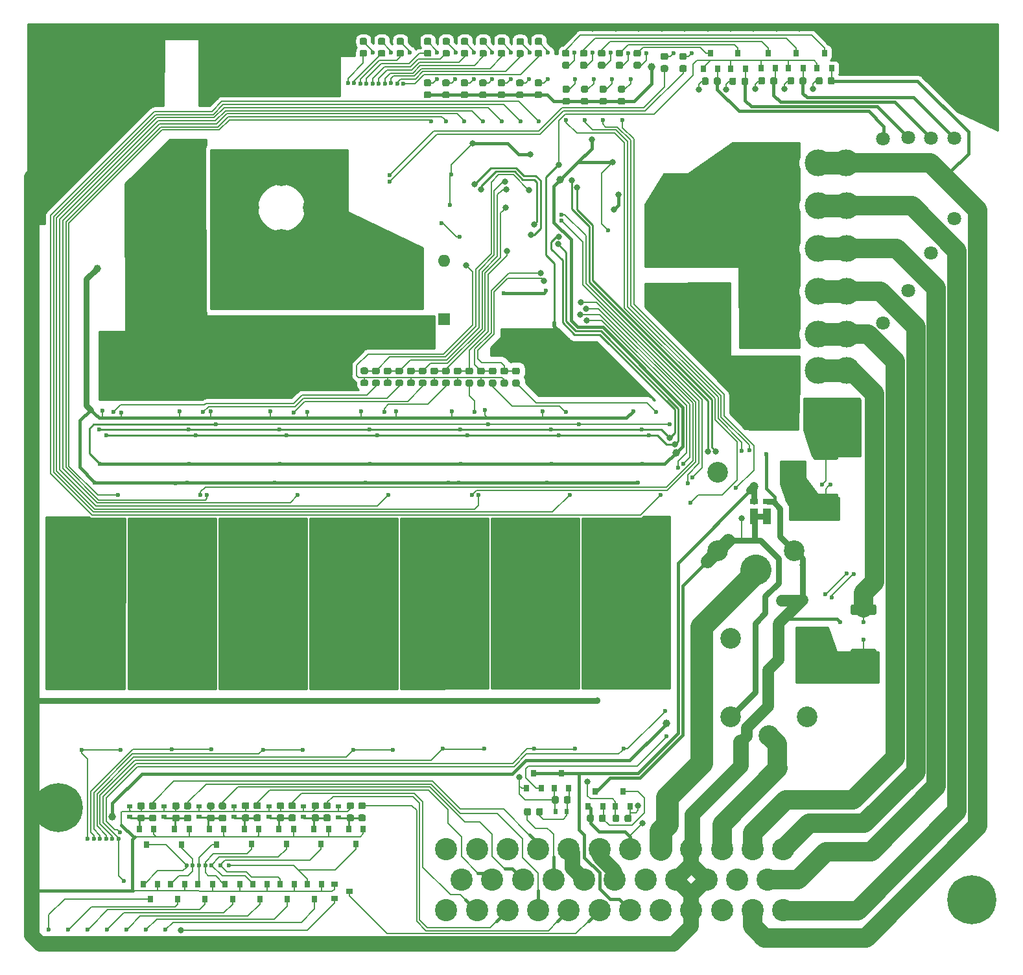
<source format=gbl>
G04 #@! TF.GenerationSoftware,KiCad,Pcbnew,(5.1.5)-3*
G04 #@! TF.CreationDate,2020-08-22T16:36:47+02:00*
G04 #@! TF.ProjectId,AR20_PDM_v1,41523230-5f50-4444-9d5f-76312e6b6963,rev?*
G04 #@! TF.SameCoordinates,Original*
G04 #@! TF.FileFunction,Copper,L2,Bot*
G04 #@! TF.FilePolarity,Positive*
%FSLAX46Y46*%
G04 Gerber Fmt 4.6, Leading zero omitted, Abs format (unit mm)*
G04 Created by KiCad (PCBNEW (5.1.5)-3) date 2020-08-22 16:36:47*
%MOMM*%
%LPD*%
G04 APERTURE LIST*
%ADD10R,0.800000X0.900000*%
%ADD11C,1.800000*%
%ADD12R,1.600000X1.600000*%
%ADD13O,1.600000X1.600000*%
%ADD14C,0.100000*%
%ADD15R,1.000000X0.800000*%
%ADD16R,1.100000X2.000000*%
%ADD17C,2.700000*%
%ADD18C,2.900000*%
%ADD19C,3.200000*%
%ADD20C,3.500000*%
%ADD21C,0.800000*%
%ADD22C,6.400000*%
%ADD23R,0.700000X0.600000*%
%ADD24R,0.600000X0.700000*%
%ADD25R,0.900000X0.800000*%
%ADD26C,0.600000*%
%ADD27C,1.000000*%
%ADD28C,1.200000*%
%ADD29C,0.200000*%
%ADD30C,0.250000*%
%ADD31C,0.500000*%
%ADD32C,0.400000*%
%ADD33C,0.800000*%
%ADD34C,2.000000*%
%ADD35C,1.500000*%
%ADD36C,1.000000*%
%ADD37C,2.500000*%
%ADD38C,4.000000*%
%ADD39C,3.000000*%
%ADD40C,1.800000*%
%ADD41C,0.254000*%
G04 APERTURE END LIST*
D10*
X131212700Y-30807600D03*
X130262700Y-32807600D03*
X132162700Y-32807600D03*
D11*
X149500000Y-61850000D03*
X149500000Y-41850000D03*
X146250000Y-42025000D03*
X146250000Y-66025000D03*
X152450000Y-41900000D03*
X152450000Y-56900000D03*
X155550000Y-41950000D03*
X155550000Y-52450000D03*
D12*
X88890000Y-65520000D03*
D13*
X88890000Y-57900000D03*
G04 #@! TA.AperFunction,SMDPad,CuDef*
D14*
G36*
X83452691Y-30415653D02*
G01*
X83473926Y-30418803D01*
X83494750Y-30424019D01*
X83514962Y-30431251D01*
X83534368Y-30440430D01*
X83552781Y-30451466D01*
X83570024Y-30464254D01*
X83585930Y-30478670D01*
X83600346Y-30494576D01*
X83613134Y-30511819D01*
X83624170Y-30530232D01*
X83633349Y-30549638D01*
X83640581Y-30569850D01*
X83645797Y-30590674D01*
X83648947Y-30611909D01*
X83650000Y-30633350D01*
X83650000Y-31070850D01*
X83648947Y-31092291D01*
X83645797Y-31113526D01*
X83640581Y-31134350D01*
X83633349Y-31154562D01*
X83624170Y-31173968D01*
X83613134Y-31192381D01*
X83600346Y-31209624D01*
X83585930Y-31225530D01*
X83570024Y-31239946D01*
X83552781Y-31252734D01*
X83534368Y-31263770D01*
X83514962Y-31272949D01*
X83494750Y-31280181D01*
X83473926Y-31285397D01*
X83452691Y-31288547D01*
X83431250Y-31289600D01*
X82918750Y-31289600D01*
X82897309Y-31288547D01*
X82876074Y-31285397D01*
X82855250Y-31280181D01*
X82835038Y-31272949D01*
X82815632Y-31263770D01*
X82797219Y-31252734D01*
X82779976Y-31239946D01*
X82764070Y-31225530D01*
X82749654Y-31209624D01*
X82736866Y-31192381D01*
X82725830Y-31173968D01*
X82716651Y-31154562D01*
X82709419Y-31134350D01*
X82704203Y-31113526D01*
X82701053Y-31092291D01*
X82700000Y-31070850D01*
X82700000Y-30633350D01*
X82701053Y-30611909D01*
X82704203Y-30590674D01*
X82709419Y-30569850D01*
X82716651Y-30549638D01*
X82725830Y-30530232D01*
X82736866Y-30511819D01*
X82749654Y-30494576D01*
X82764070Y-30478670D01*
X82779976Y-30464254D01*
X82797219Y-30451466D01*
X82815632Y-30440430D01*
X82835038Y-30431251D01*
X82855250Y-30424019D01*
X82876074Y-30418803D01*
X82897309Y-30415653D01*
X82918750Y-30414600D01*
X83431250Y-30414600D01*
X83452691Y-30415653D01*
G37*
G04 #@! TD.AperFunction*
G04 #@! TA.AperFunction,SMDPad,CuDef*
G36*
X83452691Y-28840653D02*
G01*
X83473926Y-28843803D01*
X83494750Y-28849019D01*
X83514962Y-28856251D01*
X83534368Y-28865430D01*
X83552781Y-28876466D01*
X83570024Y-28889254D01*
X83585930Y-28903670D01*
X83600346Y-28919576D01*
X83613134Y-28936819D01*
X83624170Y-28955232D01*
X83633349Y-28974638D01*
X83640581Y-28994850D01*
X83645797Y-29015674D01*
X83648947Y-29036909D01*
X83650000Y-29058350D01*
X83650000Y-29495850D01*
X83648947Y-29517291D01*
X83645797Y-29538526D01*
X83640581Y-29559350D01*
X83633349Y-29579562D01*
X83624170Y-29598968D01*
X83613134Y-29617381D01*
X83600346Y-29634624D01*
X83585930Y-29650530D01*
X83570024Y-29664946D01*
X83552781Y-29677734D01*
X83534368Y-29688770D01*
X83514962Y-29697949D01*
X83494750Y-29705181D01*
X83473926Y-29710397D01*
X83452691Y-29713547D01*
X83431250Y-29714600D01*
X82918750Y-29714600D01*
X82897309Y-29713547D01*
X82876074Y-29710397D01*
X82855250Y-29705181D01*
X82835038Y-29697949D01*
X82815632Y-29688770D01*
X82797219Y-29677734D01*
X82779976Y-29664946D01*
X82764070Y-29650530D01*
X82749654Y-29634624D01*
X82736866Y-29617381D01*
X82725830Y-29598968D01*
X82716651Y-29579562D01*
X82709419Y-29559350D01*
X82704203Y-29538526D01*
X82701053Y-29517291D01*
X82700000Y-29495850D01*
X82700000Y-29058350D01*
X82701053Y-29036909D01*
X82704203Y-29015674D01*
X82709419Y-28994850D01*
X82716651Y-28974638D01*
X82725830Y-28955232D01*
X82736866Y-28936819D01*
X82749654Y-28919576D01*
X82764070Y-28903670D01*
X82779976Y-28889254D01*
X82797219Y-28876466D01*
X82815632Y-28865430D01*
X82835038Y-28856251D01*
X82855250Y-28849019D01*
X82876074Y-28843803D01*
X82897309Y-28840653D01*
X82918750Y-28839600D01*
X83431250Y-28839600D01*
X83452691Y-28840653D01*
G37*
G04 #@! TD.AperFunction*
D15*
X129377600Y-89365746D03*
D16*
X129387600Y-91260746D03*
D17*
X126314434Y-107209600D03*
X136314434Y-107209600D03*
X136314434Y-117409600D03*
X131314434Y-119909600D03*
X126314000Y-117409600D03*
D18*
X133186000Y-142684000D03*
X129186000Y-142684000D03*
X125186000Y-142684000D03*
X121186000Y-142684000D03*
X117186000Y-142684000D03*
X109186000Y-142684000D03*
X105186000Y-142684000D03*
X113186000Y-142684000D03*
X101186000Y-142684000D03*
X97186000Y-142684000D03*
X93186000Y-142684000D03*
X89186000Y-142684000D03*
X131186000Y-138684000D03*
X127186000Y-138684000D03*
X123186000Y-138684000D03*
X119186000Y-138684000D03*
X115186000Y-138684000D03*
X111186000Y-138684000D03*
X107186000Y-138684000D03*
X103186000Y-138684000D03*
X99186000Y-138684000D03*
X95186000Y-138684000D03*
X91186000Y-138684000D03*
X133186000Y-134684000D03*
X129186000Y-134684000D03*
X125186000Y-134684000D03*
X121186000Y-134684000D03*
X117186000Y-134684000D03*
X113186000Y-134684000D03*
X109186000Y-134684000D03*
X105186000Y-134684000D03*
X101186000Y-134684000D03*
X97186000Y-134684000D03*
X93186000Y-134684000D03*
X89186000Y-134684000D03*
G04 #@! TA.AperFunction,SMDPad,CuDef*
D14*
G36*
X140184305Y-88332204D02*
G01*
X140208573Y-88335804D01*
X140232372Y-88341765D01*
X140255471Y-88350030D01*
X140277650Y-88360520D01*
X140298693Y-88373132D01*
X140318399Y-88387747D01*
X140336577Y-88404223D01*
X140353053Y-88422401D01*
X140367668Y-88442107D01*
X140380280Y-88463150D01*
X140390770Y-88485329D01*
X140399035Y-88508428D01*
X140404996Y-88532227D01*
X140408596Y-88556495D01*
X140409800Y-88580999D01*
X140409800Y-89431001D01*
X140408596Y-89455505D01*
X140404996Y-89479773D01*
X140399035Y-89503572D01*
X140390770Y-89526671D01*
X140380280Y-89548850D01*
X140367668Y-89569893D01*
X140353053Y-89589599D01*
X140336577Y-89607777D01*
X140318399Y-89624253D01*
X140298693Y-89638868D01*
X140277650Y-89651480D01*
X140255471Y-89661970D01*
X140232372Y-89670235D01*
X140208573Y-89676196D01*
X140184305Y-89679796D01*
X140159801Y-89681000D01*
X137309799Y-89681000D01*
X137285295Y-89679796D01*
X137261027Y-89676196D01*
X137237228Y-89670235D01*
X137214129Y-89661970D01*
X137191950Y-89651480D01*
X137170907Y-89638868D01*
X137151201Y-89624253D01*
X137133023Y-89607777D01*
X137116547Y-89589599D01*
X137101932Y-89569893D01*
X137089320Y-89548850D01*
X137078830Y-89526671D01*
X137070565Y-89503572D01*
X137064604Y-89479773D01*
X137061004Y-89455505D01*
X137059800Y-89431001D01*
X137059800Y-88580999D01*
X137061004Y-88556495D01*
X137064604Y-88532227D01*
X137070565Y-88508428D01*
X137078830Y-88485329D01*
X137089320Y-88463150D01*
X137101932Y-88442107D01*
X137116547Y-88422401D01*
X137133023Y-88404223D01*
X137151201Y-88387747D01*
X137170907Y-88373132D01*
X137191950Y-88360520D01*
X137214129Y-88350030D01*
X137237228Y-88341765D01*
X137261027Y-88335804D01*
X137285295Y-88332204D01*
X137309799Y-88331000D01*
X140159801Y-88331000D01*
X140184305Y-88332204D01*
G37*
G04 #@! TD.AperFunction*
G04 #@! TA.AperFunction,SMDPad,CuDef*
G36*
X140184305Y-82532204D02*
G01*
X140208573Y-82535804D01*
X140232372Y-82541765D01*
X140255471Y-82550030D01*
X140277650Y-82560520D01*
X140298693Y-82573132D01*
X140318399Y-82587747D01*
X140336577Y-82604223D01*
X140353053Y-82622401D01*
X140367668Y-82642107D01*
X140380280Y-82663150D01*
X140390770Y-82685329D01*
X140399035Y-82708428D01*
X140404996Y-82732227D01*
X140408596Y-82756495D01*
X140409800Y-82780999D01*
X140409800Y-83631001D01*
X140408596Y-83655505D01*
X140404996Y-83679773D01*
X140399035Y-83703572D01*
X140390770Y-83726671D01*
X140380280Y-83748850D01*
X140367668Y-83769893D01*
X140353053Y-83789599D01*
X140336577Y-83807777D01*
X140318399Y-83824253D01*
X140298693Y-83838868D01*
X140277650Y-83851480D01*
X140255471Y-83861970D01*
X140232372Y-83870235D01*
X140208573Y-83876196D01*
X140184305Y-83879796D01*
X140159801Y-83881000D01*
X137309799Y-83881000D01*
X137285295Y-83879796D01*
X137261027Y-83876196D01*
X137237228Y-83870235D01*
X137214129Y-83861970D01*
X137191950Y-83851480D01*
X137170907Y-83838868D01*
X137151201Y-83824253D01*
X137133023Y-83807777D01*
X137116547Y-83789599D01*
X137101932Y-83769893D01*
X137089320Y-83748850D01*
X137078830Y-83726671D01*
X137070565Y-83703572D01*
X137064604Y-83679773D01*
X137061004Y-83655505D01*
X137059800Y-83631001D01*
X137059800Y-82780999D01*
X137061004Y-82756495D01*
X137064604Y-82732227D01*
X137070565Y-82708428D01*
X137078830Y-82685329D01*
X137089320Y-82663150D01*
X137101932Y-82642107D01*
X137116547Y-82622401D01*
X137133023Y-82604223D01*
X137151201Y-82587747D01*
X137170907Y-82573132D01*
X137191950Y-82560520D01*
X137214129Y-82550030D01*
X137237228Y-82541765D01*
X137261027Y-82535804D01*
X137285295Y-82532204D01*
X137309799Y-82531000D01*
X140159801Y-82531000D01*
X140184305Y-82532204D01*
G37*
G04 #@! TD.AperFunction*
D15*
X131088900Y-89362600D03*
D16*
X131098900Y-91257600D03*
G04 #@! TA.AperFunction,SMDPad,CuDef*
D14*
G36*
X81027691Y-30415653D02*
G01*
X81048926Y-30418803D01*
X81069750Y-30424019D01*
X81089962Y-30431251D01*
X81109368Y-30440430D01*
X81127781Y-30451466D01*
X81145024Y-30464254D01*
X81160930Y-30478670D01*
X81175346Y-30494576D01*
X81188134Y-30511819D01*
X81199170Y-30530232D01*
X81208349Y-30549638D01*
X81215581Y-30569850D01*
X81220797Y-30590674D01*
X81223947Y-30611909D01*
X81225000Y-30633350D01*
X81225000Y-31070850D01*
X81223947Y-31092291D01*
X81220797Y-31113526D01*
X81215581Y-31134350D01*
X81208349Y-31154562D01*
X81199170Y-31173968D01*
X81188134Y-31192381D01*
X81175346Y-31209624D01*
X81160930Y-31225530D01*
X81145024Y-31239946D01*
X81127781Y-31252734D01*
X81109368Y-31263770D01*
X81089962Y-31272949D01*
X81069750Y-31280181D01*
X81048926Y-31285397D01*
X81027691Y-31288547D01*
X81006250Y-31289600D01*
X80493750Y-31289600D01*
X80472309Y-31288547D01*
X80451074Y-31285397D01*
X80430250Y-31280181D01*
X80410038Y-31272949D01*
X80390632Y-31263770D01*
X80372219Y-31252734D01*
X80354976Y-31239946D01*
X80339070Y-31225530D01*
X80324654Y-31209624D01*
X80311866Y-31192381D01*
X80300830Y-31173968D01*
X80291651Y-31154562D01*
X80284419Y-31134350D01*
X80279203Y-31113526D01*
X80276053Y-31092291D01*
X80275000Y-31070850D01*
X80275000Y-30633350D01*
X80276053Y-30611909D01*
X80279203Y-30590674D01*
X80284419Y-30569850D01*
X80291651Y-30549638D01*
X80300830Y-30530232D01*
X80311866Y-30511819D01*
X80324654Y-30494576D01*
X80339070Y-30478670D01*
X80354976Y-30464254D01*
X80372219Y-30451466D01*
X80390632Y-30440430D01*
X80410038Y-30431251D01*
X80430250Y-30424019D01*
X80451074Y-30418803D01*
X80472309Y-30415653D01*
X80493750Y-30414600D01*
X81006250Y-30414600D01*
X81027691Y-30415653D01*
G37*
G04 #@! TD.AperFunction*
G04 #@! TA.AperFunction,SMDPad,CuDef*
G36*
X81027691Y-28840653D02*
G01*
X81048926Y-28843803D01*
X81069750Y-28849019D01*
X81089962Y-28856251D01*
X81109368Y-28865430D01*
X81127781Y-28876466D01*
X81145024Y-28889254D01*
X81160930Y-28903670D01*
X81175346Y-28919576D01*
X81188134Y-28936819D01*
X81199170Y-28955232D01*
X81208349Y-28974638D01*
X81215581Y-28994850D01*
X81220797Y-29015674D01*
X81223947Y-29036909D01*
X81225000Y-29058350D01*
X81225000Y-29495850D01*
X81223947Y-29517291D01*
X81220797Y-29538526D01*
X81215581Y-29559350D01*
X81208349Y-29579562D01*
X81199170Y-29598968D01*
X81188134Y-29617381D01*
X81175346Y-29634624D01*
X81160930Y-29650530D01*
X81145024Y-29664946D01*
X81127781Y-29677734D01*
X81109368Y-29688770D01*
X81089962Y-29697949D01*
X81069750Y-29705181D01*
X81048926Y-29710397D01*
X81027691Y-29713547D01*
X81006250Y-29714600D01*
X80493750Y-29714600D01*
X80472309Y-29713547D01*
X80451074Y-29710397D01*
X80430250Y-29705181D01*
X80410038Y-29697949D01*
X80390632Y-29688770D01*
X80372219Y-29677734D01*
X80354976Y-29664946D01*
X80339070Y-29650530D01*
X80324654Y-29634624D01*
X80311866Y-29617381D01*
X80300830Y-29598968D01*
X80291651Y-29579562D01*
X80284419Y-29559350D01*
X80279203Y-29538526D01*
X80276053Y-29517291D01*
X80275000Y-29495850D01*
X80275000Y-29058350D01*
X80276053Y-29036909D01*
X80279203Y-29015674D01*
X80284419Y-28994850D01*
X80291651Y-28974638D01*
X80300830Y-28955232D01*
X80311866Y-28936819D01*
X80324654Y-28919576D01*
X80339070Y-28903670D01*
X80354976Y-28889254D01*
X80372219Y-28876466D01*
X80390632Y-28865430D01*
X80410038Y-28856251D01*
X80430250Y-28849019D01*
X80451074Y-28843803D01*
X80472309Y-28840653D01*
X80493750Y-28839600D01*
X81006250Y-28839600D01*
X81027691Y-28840653D01*
G37*
G04 #@! TD.AperFunction*
G04 #@! TA.AperFunction,SMDPad,CuDef*
G36*
X78627691Y-30415653D02*
G01*
X78648926Y-30418803D01*
X78669750Y-30424019D01*
X78689962Y-30431251D01*
X78709368Y-30440430D01*
X78727781Y-30451466D01*
X78745024Y-30464254D01*
X78760930Y-30478670D01*
X78775346Y-30494576D01*
X78788134Y-30511819D01*
X78799170Y-30530232D01*
X78808349Y-30549638D01*
X78815581Y-30569850D01*
X78820797Y-30590674D01*
X78823947Y-30611909D01*
X78825000Y-30633350D01*
X78825000Y-31070850D01*
X78823947Y-31092291D01*
X78820797Y-31113526D01*
X78815581Y-31134350D01*
X78808349Y-31154562D01*
X78799170Y-31173968D01*
X78788134Y-31192381D01*
X78775346Y-31209624D01*
X78760930Y-31225530D01*
X78745024Y-31239946D01*
X78727781Y-31252734D01*
X78709368Y-31263770D01*
X78689962Y-31272949D01*
X78669750Y-31280181D01*
X78648926Y-31285397D01*
X78627691Y-31288547D01*
X78606250Y-31289600D01*
X78093750Y-31289600D01*
X78072309Y-31288547D01*
X78051074Y-31285397D01*
X78030250Y-31280181D01*
X78010038Y-31272949D01*
X77990632Y-31263770D01*
X77972219Y-31252734D01*
X77954976Y-31239946D01*
X77939070Y-31225530D01*
X77924654Y-31209624D01*
X77911866Y-31192381D01*
X77900830Y-31173968D01*
X77891651Y-31154562D01*
X77884419Y-31134350D01*
X77879203Y-31113526D01*
X77876053Y-31092291D01*
X77875000Y-31070850D01*
X77875000Y-30633350D01*
X77876053Y-30611909D01*
X77879203Y-30590674D01*
X77884419Y-30569850D01*
X77891651Y-30549638D01*
X77900830Y-30530232D01*
X77911866Y-30511819D01*
X77924654Y-30494576D01*
X77939070Y-30478670D01*
X77954976Y-30464254D01*
X77972219Y-30451466D01*
X77990632Y-30440430D01*
X78010038Y-30431251D01*
X78030250Y-30424019D01*
X78051074Y-30418803D01*
X78072309Y-30415653D01*
X78093750Y-30414600D01*
X78606250Y-30414600D01*
X78627691Y-30415653D01*
G37*
G04 #@! TD.AperFunction*
G04 #@! TA.AperFunction,SMDPad,CuDef*
G36*
X78627691Y-28840653D02*
G01*
X78648926Y-28843803D01*
X78669750Y-28849019D01*
X78689962Y-28856251D01*
X78709368Y-28865430D01*
X78727781Y-28876466D01*
X78745024Y-28889254D01*
X78760930Y-28903670D01*
X78775346Y-28919576D01*
X78788134Y-28936819D01*
X78799170Y-28955232D01*
X78808349Y-28974638D01*
X78815581Y-28994850D01*
X78820797Y-29015674D01*
X78823947Y-29036909D01*
X78825000Y-29058350D01*
X78825000Y-29495850D01*
X78823947Y-29517291D01*
X78820797Y-29538526D01*
X78815581Y-29559350D01*
X78808349Y-29579562D01*
X78799170Y-29598968D01*
X78788134Y-29617381D01*
X78775346Y-29634624D01*
X78760930Y-29650530D01*
X78745024Y-29664946D01*
X78727781Y-29677734D01*
X78709368Y-29688770D01*
X78689962Y-29697949D01*
X78669750Y-29705181D01*
X78648926Y-29710397D01*
X78627691Y-29713547D01*
X78606250Y-29714600D01*
X78093750Y-29714600D01*
X78072309Y-29713547D01*
X78051074Y-29710397D01*
X78030250Y-29705181D01*
X78010038Y-29697949D01*
X77990632Y-29688770D01*
X77972219Y-29677734D01*
X77954976Y-29664946D01*
X77939070Y-29650530D01*
X77924654Y-29634624D01*
X77911866Y-29617381D01*
X77900830Y-29598968D01*
X77891651Y-29579562D01*
X77884419Y-29559350D01*
X77879203Y-29538526D01*
X77876053Y-29517291D01*
X77875000Y-29495850D01*
X77875000Y-29058350D01*
X77876053Y-29036909D01*
X77879203Y-29015674D01*
X77884419Y-28994850D01*
X77891651Y-28974638D01*
X77900830Y-28955232D01*
X77911866Y-28936819D01*
X77924654Y-28919576D01*
X77939070Y-28903670D01*
X77954976Y-28889254D01*
X77972219Y-28876466D01*
X77990632Y-28865430D01*
X78010038Y-28856251D01*
X78030250Y-28849019D01*
X78051074Y-28843803D01*
X78072309Y-28840653D01*
X78093750Y-28839600D01*
X78606250Y-28839600D01*
X78627691Y-28840653D01*
G37*
G04 #@! TD.AperFunction*
D17*
X124632434Y-85554800D03*
X134632434Y-85554800D03*
X134632434Y-95754800D03*
X129632434Y-98254800D03*
X124632000Y-95754800D03*
D10*
X76449100Y-132075200D03*
X78349100Y-132075200D03*
X77399100Y-134075200D03*
G04 #@! TA.AperFunction,SMDPad,CuDef*
D14*
G36*
X97039791Y-73443653D02*
G01*
X97061026Y-73446803D01*
X97081850Y-73452019D01*
X97102062Y-73459251D01*
X97121468Y-73468430D01*
X97139881Y-73479466D01*
X97157124Y-73492254D01*
X97173030Y-73506670D01*
X97187446Y-73522576D01*
X97200234Y-73539819D01*
X97211270Y-73558232D01*
X97220449Y-73577638D01*
X97227681Y-73597850D01*
X97232897Y-73618674D01*
X97236047Y-73639909D01*
X97237100Y-73661350D01*
X97237100Y-74098850D01*
X97236047Y-74120291D01*
X97232897Y-74141526D01*
X97227681Y-74162350D01*
X97220449Y-74182562D01*
X97211270Y-74201968D01*
X97200234Y-74220381D01*
X97187446Y-74237624D01*
X97173030Y-74253530D01*
X97157124Y-74267946D01*
X97139881Y-74280734D01*
X97121468Y-74291770D01*
X97102062Y-74300949D01*
X97081850Y-74308181D01*
X97061026Y-74313397D01*
X97039791Y-74316547D01*
X97018350Y-74317600D01*
X96505850Y-74317600D01*
X96484409Y-74316547D01*
X96463174Y-74313397D01*
X96442350Y-74308181D01*
X96422138Y-74300949D01*
X96402732Y-74291770D01*
X96384319Y-74280734D01*
X96367076Y-74267946D01*
X96351170Y-74253530D01*
X96336754Y-74237624D01*
X96323966Y-74220381D01*
X96312930Y-74201968D01*
X96303751Y-74182562D01*
X96296519Y-74162350D01*
X96291303Y-74141526D01*
X96288153Y-74120291D01*
X96287100Y-74098850D01*
X96287100Y-73661350D01*
X96288153Y-73639909D01*
X96291303Y-73618674D01*
X96296519Y-73597850D01*
X96303751Y-73577638D01*
X96312930Y-73558232D01*
X96323966Y-73539819D01*
X96336754Y-73522576D01*
X96351170Y-73506670D01*
X96367076Y-73492254D01*
X96384319Y-73479466D01*
X96402732Y-73468430D01*
X96422138Y-73459251D01*
X96442350Y-73452019D01*
X96463174Y-73446803D01*
X96484409Y-73443653D01*
X96505850Y-73442600D01*
X97018350Y-73442600D01*
X97039791Y-73443653D01*
G37*
G04 #@! TD.AperFunction*
G04 #@! TA.AperFunction,SMDPad,CuDef*
G36*
X97039791Y-71868653D02*
G01*
X97061026Y-71871803D01*
X97081850Y-71877019D01*
X97102062Y-71884251D01*
X97121468Y-71893430D01*
X97139881Y-71904466D01*
X97157124Y-71917254D01*
X97173030Y-71931670D01*
X97187446Y-71947576D01*
X97200234Y-71964819D01*
X97211270Y-71983232D01*
X97220449Y-72002638D01*
X97227681Y-72022850D01*
X97232897Y-72043674D01*
X97236047Y-72064909D01*
X97237100Y-72086350D01*
X97237100Y-72523850D01*
X97236047Y-72545291D01*
X97232897Y-72566526D01*
X97227681Y-72587350D01*
X97220449Y-72607562D01*
X97211270Y-72626968D01*
X97200234Y-72645381D01*
X97187446Y-72662624D01*
X97173030Y-72678530D01*
X97157124Y-72692946D01*
X97139881Y-72705734D01*
X97121468Y-72716770D01*
X97102062Y-72725949D01*
X97081850Y-72733181D01*
X97061026Y-72738397D01*
X97039791Y-72741547D01*
X97018350Y-72742600D01*
X96505850Y-72742600D01*
X96484409Y-72741547D01*
X96463174Y-72738397D01*
X96442350Y-72733181D01*
X96422138Y-72725949D01*
X96402732Y-72716770D01*
X96384319Y-72705734D01*
X96367076Y-72692946D01*
X96351170Y-72678530D01*
X96336754Y-72662624D01*
X96323966Y-72645381D01*
X96312930Y-72626968D01*
X96303751Y-72607562D01*
X96296519Y-72587350D01*
X96291303Y-72566526D01*
X96288153Y-72545291D01*
X96287100Y-72523850D01*
X96287100Y-72086350D01*
X96288153Y-72064909D01*
X96291303Y-72043674D01*
X96296519Y-72022850D01*
X96303751Y-72002638D01*
X96312930Y-71983232D01*
X96323966Y-71964819D01*
X96336754Y-71947576D01*
X96351170Y-71931670D01*
X96367076Y-71917254D01*
X96384319Y-71904466D01*
X96402732Y-71893430D01*
X96422138Y-71884251D01*
X96442350Y-71877019D01*
X96463174Y-71871803D01*
X96484409Y-71868653D01*
X96505850Y-71867600D01*
X97018350Y-71867600D01*
X97039791Y-71868653D01*
G37*
G04 #@! TD.AperFunction*
D10*
X49067600Y-132125200D03*
X50967600Y-132125200D03*
X50017600Y-134125200D03*
X53158400Y-139248000D03*
X55058400Y-139248000D03*
X54108400Y-141248000D03*
D19*
X72060000Y-55410000D03*
X67625000Y-55410000D03*
X63190000Y-55410000D03*
X72060000Y-50975000D03*
X63190000Y-50975000D03*
X72060000Y-46540000D03*
X67625000Y-46540000D03*
X63190000Y-46540000D03*
G04 #@! TA.AperFunction,SMDPad,CuDef*
D14*
G36*
X81800591Y-73431253D02*
G01*
X81821826Y-73434403D01*
X81842650Y-73439619D01*
X81862862Y-73446851D01*
X81882268Y-73456030D01*
X81900681Y-73467066D01*
X81917924Y-73479854D01*
X81933830Y-73494270D01*
X81948246Y-73510176D01*
X81961034Y-73527419D01*
X81972070Y-73545832D01*
X81981249Y-73565238D01*
X81988481Y-73585450D01*
X81993697Y-73606274D01*
X81996847Y-73627509D01*
X81997900Y-73648950D01*
X81997900Y-74086450D01*
X81996847Y-74107891D01*
X81993697Y-74129126D01*
X81988481Y-74149950D01*
X81981249Y-74170162D01*
X81972070Y-74189568D01*
X81961034Y-74207981D01*
X81948246Y-74225224D01*
X81933830Y-74241130D01*
X81917924Y-74255546D01*
X81900681Y-74268334D01*
X81882268Y-74279370D01*
X81862862Y-74288549D01*
X81842650Y-74295781D01*
X81821826Y-74300997D01*
X81800591Y-74304147D01*
X81779150Y-74305200D01*
X81266650Y-74305200D01*
X81245209Y-74304147D01*
X81223974Y-74300997D01*
X81203150Y-74295781D01*
X81182938Y-74288549D01*
X81163532Y-74279370D01*
X81145119Y-74268334D01*
X81127876Y-74255546D01*
X81111970Y-74241130D01*
X81097554Y-74225224D01*
X81084766Y-74207981D01*
X81073730Y-74189568D01*
X81064551Y-74170162D01*
X81057319Y-74149950D01*
X81052103Y-74129126D01*
X81048953Y-74107891D01*
X81047900Y-74086450D01*
X81047900Y-73648950D01*
X81048953Y-73627509D01*
X81052103Y-73606274D01*
X81057319Y-73585450D01*
X81064551Y-73565238D01*
X81073730Y-73545832D01*
X81084766Y-73527419D01*
X81097554Y-73510176D01*
X81111970Y-73494270D01*
X81127876Y-73479854D01*
X81145119Y-73467066D01*
X81163532Y-73456030D01*
X81182938Y-73446851D01*
X81203150Y-73439619D01*
X81223974Y-73434403D01*
X81245209Y-73431253D01*
X81266650Y-73430200D01*
X81779150Y-73430200D01*
X81800591Y-73431253D01*
G37*
G04 #@! TD.AperFunction*
G04 #@! TA.AperFunction,SMDPad,CuDef*
G36*
X81800591Y-71856253D02*
G01*
X81821826Y-71859403D01*
X81842650Y-71864619D01*
X81862862Y-71871851D01*
X81882268Y-71881030D01*
X81900681Y-71892066D01*
X81917924Y-71904854D01*
X81933830Y-71919270D01*
X81948246Y-71935176D01*
X81961034Y-71952419D01*
X81972070Y-71970832D01*
X81981249Y-71990238D01*
X81988481Y-72010450D01*
X81993697Y-72031274D01*
X81996847Y-72052509D01*
X81997900Y-72073950D01*
X81997900Y-72511450D01*
X81996847Y-72532891D01*
X81993697Y-72554126D01*
X81988481Y-72574950D01*
X81981249Y-72595162D01*
X81972070Y-72614568D01*
X81961034Y-72632981D01*
X81948246Y-72650224D01*
X81933830Y-72666130D01*
X81917924Y-72680546D01*
X81900681Y-72693334D01*
X81882268Y-72704370D01*
X81862862Y-72713549D01*
X81842650Y-72720781D01*
X81821826Y-72725997D01*
X81800591Y-72729147D01*
X81779150Y-72730200D01*
X81266650Y-72730200D01*
X81245209Y-72729147D01*
X81223974Y-72725997D01*
X81203150Y-72720781D01*
X81182938Y-72713549D01*
X81163532Y-72704370D01*
X81145119Y-72693334D01*
X81127876Y-72680546D01*
X81111970Y-72666130D01*
X81097554Y-72650224D01*
X81084766Y-72632981D01*
X81073730Y-72614568D01*
X81064551Y-72595162D01*
X81057319Y-72574950D01*
X81052103Y-72554126D01*
X81048953Y-72532891D01*
X81047900Y-72511450D01*
X81047900Y-72073950D01*
X81048953Y-72052509D01*
X81052103Y-72031274D01*
X81057319Y-72010450D01*
X81064551Y-71990238D01*
X81073730Y-71970832D01*
X81084766Y-71952419D01*
X81097554Y-71935176D01*
X81111970Y-71919270D01*
X81127876Y-71904854D01*
X81145119Y-71892066D01*
X81163532Y-71881030D01*
X81182938Y-71871851D01*
X81203150Y-71864619D01*
X81223974Y-71859403D01*
X81245209Y-71856253D01*
X81266650Y-71855200D01*
X81779150Y-71855200D01*
X81800591Y-71856253D01*
G37*
G04 #@! TD.AperFunction*
D20*
X129740400Y-61893800D03*
X133440400Y-61893800D03*
X137740400Y-61893800D03*
X141440400Y-61893800D03*
X129740400Y-50717800D03*
X133440400Y-50717800D03*
X137740400Y-50717800D03*
X141440400Y-50717800D03*
X129740400Y-67471800D03*
X133440400Y-67471800D03*
X137740400Y-67471800D03*
X141440400Y-67471800D03*
X129740400Y-56305800D03*
X133440400Y-56305800D03*
X137740400Y-56305800D03*
X141440400Y-56305800D03*
X129730400Y-45121200D03*
X133430400Y-45121200D03*
X137730400Y-45121200D03*
X141430400Y-45121200D03*
X141443400Y-77678800D03*
X137743400Y-77678800D03*
X133443400Y-77678800D03*
X129743400Y-77678800D03*
X141442400Y-72216400D03*
X137742400Y-72216400D03*
X133442400Y-72216400D03*
X129742400Y-72216400D03*
G04 #@! TA.AperFunction,SMDPad,CuDef*
D14*
G36*
X103653791Y-127804853D02*
G01*
X103675026Y-127808003D01*
X103695850Y-127813219D01*
X103716062Y-127820451D01*
X103735468Y-127829630D01*
X103753881Y-127840666D01*
X103771124Y-127853454D01*
X103787030Y-127867870D01*
X103801446Y-127883776D01*
X103814234Y-127901019D01*
X103825270Y-127919432D01*
X103834449Y-127938838D01*
X103841681Y-127959050D01*
X103846897Y-127979874D01*
X103850047Y-128001109D01*
X103851100Y-128022550D01*
X103851100Y-128535050D01*
X103850047Y-128556491D01*
X103846897Y-128577726D01*
X103841681Y-128598550D01*
X103834449Y-128618762D01*
X103825270Y-128638168D01*
X103814234Y-128656581D01*
X103801446Y-128673824D01*
X103787030Y-128689730D01*
X103771124Y-128704146D01*
X103753881Y-128716934D01*
X103735468Y-128727970D01*
X103716062Y-128737149D01*
X103695850Y-128744381D01*
X103675026Y-128749597D01*
X103653791Y-128752747D01*
X103632350Y-128753800D01*
X103194850Y-128753800D01*
X103173409Y-128752747D01*
X103152174Y-128749597D01*
X103131350Y-128744381D01*
X103111138Y-128737149D01*
X103091732Y-128727970D01*
X103073319Y-128716934D01*
X103056076Y-128704146D01*
X103040170Y-128689730D01*
X103025754Y-128673824D01*
X103012966Y-128656581D01*
X103001930Y-128638168D01*
X102992751Y-128618762D01*
X102985519Y-128598550D01*
X102980303Y-128577726D01*
X102977153Y-128556491D01*
X102976100Y-128535050D01*
X102976100Y-128022550D01*
X102977153Y-128001109D01*
X102980303Y-127979874D01*
X102985519Y-127959050D01*
X102992751Y-127938838D01*
X103001930Y-127919432D01*
X103012966Y-127901019D01*
X103025754Y-127883776D01*
X103040170Y-127867870D01*
X103056076Y-127853454D01*
X103073319Y-127840666D01*
X103091732Y-127829630D01*
X103111138Y-127820451D01*
X103131350Y-127813219D01*
X103152174Y-127808003D01*
X103173409Y-127804853D01*
X103194850Y-127803800D01*
X103632350Y-127803800D01*
X103653791Y-127804853D01*
G37*
G04 #@! TD.AperFunction*
G04 #@! TA.AperFunction,SMDPad,CuDef*
G36*
X105228791Y-127804853D02*
G01*
X105250026Y-127808003D01*
X105270850Y-127813219D01*
X105291062Y-127820451D01*
X105310468Y-127829630D01*
X105328881Y-127840666D01*
X105346124Y-127853454D01*
X105362030Y-127867870D01*
X105376446Y-127883776D01*
X105389234Y-127901019D01*
X105400270Y-127919432D01*
X105409449Y-127938838D01*
X105416681Y-127959050D01*
X105421897Y-127979874D01*
X105425047Y-128001109D01*
X105426100Y-128022550D01*
X105426100Y-128535050D01*
X105425047Y-128556491D01*
X105421897Y-128577726D01*
X105416681Y-128598550D01*
X105409449Y-128618762D01*
X105400270Y-128638168D01*
X105389234Y-128656581D01*
X105376446Y-128673824D01*
X105362030Y-128689730D01*
X105346124Y-128704146D01*
X105328881Y-128716934D01*
X105310468Y-128727970D01*
X105291062Y-128737149D01*
X105270850Y-128744381D01*
X105250026Y-128749597D01*
X105228791Y-128752747D01*
X105207350Y-128753800D01*
X104769850Y-128753800D01*
X104748409Y-128752747D01*
X104727174Y-128749597D01*
X104706350Y-128744381D01*
X104686138Y-128737149D01*
X104666732Y-128727970D01*
X104648319Y-128716934D01*
X104631076Y-128704146D01*
X104615170Y-128689730D01*
X104600754Y-128673824D01*
X104587966Y-128656581D01*
X104576930Y-128638168D01*
X104567751Y-128618762D01*
X104560519Y-128598550D01*
X104555303Y-128577726D01*
X104552153Y-128556491D01*
X104551100Y-128535050D01*
X104551100Y-128022550D01*
X104552153Y-128001109D01*
X104555303Y-127979874D01*
X104560519Y-127959050D01*
X104567751Y-127938838D01*
X104576930Y-127919432D01*
X104587966Y-127901019D01*
X104600754Y-127883776D01*
X104615170Y-127867870D01*
X104631076Y-127853454D01*
X104648319Y-127840666D01*
X104666732Y-127829630D01*
X104686138Y-127820451D01*
X104706350Y-127813219D01*
X104727174Y-127808003D01*
X104748409Y-127804853D01*
X104769850Y-127803800D01*
X105207350Y-127803800D01*
X105228791Y-127804853D01*
G37*
G04 #@! TD.AperFunction*
G04 #@! TA.AperFunction,SMDPad,CuDef*
G36*
X108237691Y-130201053D02*
G01*
X108258926Y-130204203D01*
X108279750Y-130209419D01*
X108299962Y-130216651D01*
X108319368Y-130225830D01*
X108337781Y-130236866D01*
X108355024Y-130249654D01*
X108370930Y-130264070D01*
X108385346Y-130279976D01*
X108398134Y-130297219D01*
X108409170Y-130315632D01*
X108418349Y-130335038D01*
X108425581Y-130355250D01*
X108430797Y-130376074D01*
X108433947Y-130397309D01*
X108435000Y-130418750D01*
X108435000Y-130931250D01*
X108433947Y-130952691D01*
X108430797Y-130973926D01*
X108425581Y-130994750D01*
X108418349Y-131014962D01*
X108409170Y-131034368D01*
X108398134Y-131052781D01*
X108385346Y-131070024D01*
X108370930Y-131085930D01*
X108355024Y-131100346D01*
X108337781Y-131113134D01*
X108319368Y-131124170D01*
X108299962Y-131133349D01*
X108279750Y-131140581D01*
X108258926Y-131145797D01*
X108237691Y-131148947D01*
X108216250Y-131150000D01*
X107778750Y-131150000D01*
X107757309Y-131148947D01*
X107736074Y-131145797D01*
X107715250Y-131140581D01*
X107695038Y-131133349D01*
X107675632Y-131124170D01*
X107657219Y-131113134D01*
X107639976Y-131100346D01*
X107624070Y-131085930D01*
X107609654Y-131070024D01*
X107596866Y-131052781D01*
X107585830Y-131034368D01*
X107576651Y-131014962D01*
X107569419Y-130994750D01*
X107564203Y-130973926D01*
X107561053Y-130952691D01*
X107560000Y-130931250D01*
X107560000Y-130418750D01*
X107561053Y-130397309D01*
X107564203Y-130376074D01*
X107569419Y-130355250D01*
X107576651Y-130335038D01*
X107585830Y-130315632D01*
X107596866Y-130297219D01*
X107609654Y-130279976D01*
X107624070Y-130264070D01*
X107639976Y-130249654D01*
X107657219Y-130236866D01*
X107675632Y-130225830D01*
X107695038Y-130216651D01*
X107715250Y-130209419D01*
X107736074Y-130204203D01*
X107757309Y-130201053D01*
X107778750Y-130200000D01*
X108216250Y-130200000D01*
X108237691Y-130201053D01*
G37*
G04 #@! TD.AperFunction*
G04 #@! TA.AperFunction,SMDPad,CuDef*
G36*
X109812691Y-130201053D02*
G01*
X109833926Y-130204203D01*
X109854750Y-130209419D01*
X109874962Y-130216651D01*
X109894368Y-130225830D01*
X109912781Y-130236866D01*
X109930024Y-130249654D01*
X109945930Y-130264070D01*
X109960346Y-130279976D01*
X109973134Y-130297219D01*
X109984170Y-130315632D01*
X109993349Y-130335038D01*
X110000581Y-130355250D01*
X110005797Y-130376074D01*
X110008947Y-130397309D01*
X110010000Y-130418750D01*
X110010000Y-130931250D01*
X110008947Y-130952691D01*
X110005797Y-130973926D01*
X110000581Y-130994750D01*
X109993349Y-131014962D01*
X109984170Y-131034368D01*
X109973134Y-131052781D01*
X109960346Y-131070024D01*
X109945930Y-131085930D01*
X109930024Y-131100346D01*
X109912781Y-131113134D01*
X109894368Y-131124170D01*
X109874962Y-131133349D01*
X109854750Y-131140581D01*
X109833926Y-131145797D01*
X109812691Y-131148947D01*
X109791250Y-131150000D01*
X109353750Y-131150000D01*
X109332309Y-131148947D01*
X109311074Y-131145797D01*
X109290250Y-131140581D01*
X109270038Y-131133349D01*
X109250632Y-131124170D01*
X109232219Y-131113134D01*
X109214976Y-131100346D01*
X109199070Y-131085930D01*
X109184654Y-131070024D01*
X109171866Y-131052781D01*
X109160830Y-131034368D01*
X109151651Y-131014962D01*
X109144419Y-130994750D01*
X109139203Y-130973926D01*
X109136053Y-130952691D01*
X109135000Y-130931250D01*
X109135000Y-130418750D01*
X109136053Y-130397309D01*
X109139203Y-130376074D01*
X109144419Y-130355250D01*
X109151651Y-130335038D01*
X109160830Y-130315632D01*
X109171866Y-130297219D01*
X109184654Y-130279976D01*
X109199070Y-130264070D01*
X109214976Y-130249654D01*
X109232219Y-130236866D01*
X109250632Y-130225830D01*
X109270038Y-130216651D01*
X109290250Y-130209419D01*
X109311074Y-130204203D01*
X109332309Y-130201053D01*
X109353750Y-130200000D01*
X109791250Y-130200000D01*
X109812691Y-130201053D01*
G37*
G04 #@! TD.AperFunction*
G04 #@! TA.AperFunction,SMDPad,CuDef*
G36*
X51120791Y-128637753D02*
G01*
X51142026Y-128640903D01*
X51162850Y-128646119D01*
X51183062Y-128653351D01*
X51202468Y-128662530D01*
X51220881Y-128673566D01*
X51238124Y-128686354D01*
X51254030Y-128700770D01*
X51268446Y-128716676D01*
X51281234Y-128733919D01*
X51292270Y-128752332D01*
X51301449Y-128771738D01*
X51308681Y-128791950D01*
X51313897Y-128812774D01*
X51317047Y-128834009D01*
X51318100Y-128855450D01*
X51318100Y-129292950D01*
X51317047Y-129314391D01*
X51313897Y-129335626D01*
X51308681Y-129356450D01*
X51301449Y-129376662D01*
X51292270Y-129396068D01*
X51281234Y-129414481D01*
X51268446Y-129431724D01*
X51254030Y-129447630D01*
X51238124Y-129462046D01*
X51220881Y-129474834D01*
X51202468Y-129485870D01*
X51183062Y-129495049D01*
X51162850Y-129502281D01*
X51142026Y-129507497D01*
X51120791Y-129510647D01*
X51099350Y-129511700D01*
X50586850Y-129511700D01*
X50565409Y-129510647D01*
X50544174Y-129507497D01*
X50523350Y-129502281D01*
X50503138Y-129495049D01*
X50483732Y-129485870D01*
X50465319Y-129474834D01*
X50448076Y-129462046D01*
X50432170Y-129447630D01*
X50417754Y-129431724D01*
X50404966Y-129414481D01*
X50393930Y-129396068D01*
X50384751Y-129376662D01*
X50377519Y-129356450D01*
X50372303Y-129335626D01*
X50369153Y-129314391D01*
X50368100Y-129292950D01*
X50368100Y-128855450D01*
X50369153Y-128834009D01*
X50372303Y-128812774D01*
X50377519Y-128791950D01*
X50384751Y-128771738D01*
X50393930Y-128752332D01*
X50404966Y-128733919D01*
X50417754Y-128716676D01*
X50432170Y-128700770D01*
X50448076Y-128686354D01*
X50465319Y-128673566D01*
X50483732Y-128662530D01*
X50503138Y-128653351D01*
X50523350Y-128646119D01*
X50544174Y-128640903D01*
X50565409Y-128637753D01*
X50586850Y-128636700D01*
X51099350Y-128636700D01*
X51120791Y-128637753D01*
G37*
G04 #@! TD.AperFunction*
G04 #@! TA.AperFunction,SMDPad,CuDef*
G36*
X51120791Y-130212753D02*
G01*
X51142026Y-130215903D01*
X51162850Y-130221119D01*
X51183062Y-130228351D01*
X51202468Y-130237530D01*
X51220881Y-130248566D01*
X51238124Y-130261354D01*
X51254030Y-130275770D01*
X51268446Y-130291676D01*
X51281234Y-130308919D01*
X51292270Y-130327332D01*
X51301449Y-130346738D01*
X51308681Y-130366950D01*
X51313897Y-130387774D01*
X51317047Y-130409009D01*
X51318100Y-130430450D01*
X51318100Y-130867950D01*
X51317047Y-130889391D01*
X51313897Y-130910626D01*
X51308681Y-130931450D01*
X51301449Y-130951662D01*
X51292270Y-130971068D01*
X51281234Y-130989481D01*
X51268446Y-131006724D01*
X51254030Y-131022630D01*
X51238124Y-131037046D01*
X51220881Y-131049834D01*
X51202468Y-131060870D01*
X51183062Y-131070049D01*
X51162850Y-131077281D01*
X51142026Y-131082497D01*
X51120791Y-131085647D01*
X51099350Y-131086700D01*
X50586850Y-131086700D01*
X50565409Y-131085647D01*
X50544174Y-131082497D01*
X50523350Y-131077281D01*
X50503138Y-131070049D01*
X50483732Y-131060870D01*
X50465319Y-131049834D01*
X50448076Y-131037046D01*
X50432170Y-131022630D01*
X50417754Y-131006724D01*
X50404966Y-130989481D01*
X50393930Y-130971068D01*
X50384751Y-130951662D01*
X50377519Y-130931450D01*
X50372303Y-130910626D01*
X50369153Y-130889391D01*
X50368100Y-130867950D01*
X50368100Y-130430450D01*
X50369153Y-130409009D01*
X50372303Y-130387774D01*
X50377519Y-130366950D01*
X50384751Y-130346738D01*
X50393930Y-130327332D01*
X50404966Y-130308919D01*
X50417754Y-130291676D01*
X50432170Y-130275770D01*
X50448076Y-130261354D01*
X50465319Y-130248566D01*
X50483732Y-130237530D01*
X50503138Y-130228351D01*
X50523350Y-130221119D01*
X50544174Y-130215903D01*
X50565409Y-130212753D01*
X50586850Y-130211700D01*
X51099350Y-130211700D01*
X51120791Y-130212753D01*
G37*
G04 #@! TD.AperFunction*
G04 #@! TA.AperFunction,SMDPad,CuDef*
G36*
X55673791Y-128637753D02*
G01*
X55695026Y-128640903D01*
X55715850Y-128646119D01*
X55736062Y-128653351D01*
X55755468Y-128662530D01*
X55773881Y-128673566D01*
X55791124Y-128686354D01*
X55807030Y-128700770D01*
X55821446Y-128716676D01*
X55834234Y-128733919D01*
X55845270Y-128752332D01*
X55854449Y-128771738D01*
X55861681Y-128791950D01*
X55866897Y-128812774D01*
X55870047Y-128834009D01*
X55871100Y-128855450D01*
X55871100Y-129292950D01*
X55870047Y-129314391D01*
X55866897Y-129335626D01*
X55861681Y-129356450D01*
X55854449Y-129376662D01*
X55845270Y-129396068D01*
X55834234Y-129414481D01*
X55821446Y-129431724D01*
X55807030Y-129447630D01*
X55791124Y-129462046D01*
X55773881Y-129474834D01*
X55755468Y-129485870D01*
X55736062Y-129495049D01*
X55715850Y-129502281D01*
X55695026Y-129507497D01*
X55673791Y-129510647D01*
X55652350Y-129511700D01*
X55139850Y-129511700D01*
X55118409Y-129510647D01*
X55097174Y-129507497D01*
X55076350Y-129502281D01*
X55056138Y-129495049D01*
X55036732Y-129485870D01*
X55018319Y-129474834D01*
X55001076Y-129462046D01*
X54985170Y-129447630D01*
X54970754Y-129431724D01*
X54957966Y-129414481D01*
X54946930Y-129396068D01*
X54937751Y-129376662D01*
X54930519Y-129356450D01*
X54925303Y-129335626D01*
X54922153Y-129314391D01*
X54921100Y-129292950D01*
X54921100Y-128855450D01*
X54922153Y-128834009D01*
X54925303Y-128812774D01*
X54930519Y-128791950D01*
X54937751Y-128771738D01*
X54946930Y-128752332D01*
X54957966Y-128733919D01*
X54970754Y-128716676D01*
X54985170Y-128700770D01*
X55001076Y-128686354D01*
X55018319Y-128673566D01*
X55036732Y-128662530D01*
X55056138Y-128653351D01*
X55076350Y-128646119D01*
X55097174Y-128640903D01*
X55118409Y-128637753D01*
X55139850Y-128636700D01*
X55652350Y-128636700D01*
X55673791Y-128637753D01*
G37*
G04 #@! TD.AperFunction*
G04 #@! TA.AperFunction,SMDPad,CuDef*
G36*
X55673791Y-130212753D02*
G01*
X55695026Y-130215903D01*
X55715850Y-130221119D01*
X55736062Y-130228351D01*
X55755468Y-130237530D01*
X55773881Y-130248566D01*
X55791124Y-130261354D01*
X55807030Y-130275770D01*
X55821446Y-130291676D01*
X55834234Y-130308919D01*
X55845270Y-130327332D01*
X55854449Y-130346738D01*
X55861681Y-130366950D01*
X55866897Y-130387774D01*
X55870047Y-130409009D01*
X55871100Y-130430450D01*
X55871100Y-130867950D01*
X55870047Y-130889391D01*
X55866897Y-130910626D01*
X55861681Y-130931450D01*
X55854449Y-130951662D01*
X55845270Y-130971068D01*
X55834234Y-130989481D01*
X55821446Y-131006724D01*
X55807030Y-131022630D01*
X55791124Y-131037046D01*
X55773881Y-131049834D01*
X55755468Y-131060870D01*
X55736062Y-131070049D01*
X55715850Y-131077281D01*
X55695026Y-131082497D01*
X55673791Y-131085647D01*
X55652350Y-131086700D01*
X55139850Y-131086700D01*
X55118409Y-131085647D01*
X55097174Y-131082497D01*
X55076350Y-131077281D01*
X55056138Y-131070049D01*
X55036732Y-131060870D01*
X55018319Y-131049834D01*
X55001076Y-131037046D01*
X54985170Y-131022630D01*
X54970754Y-131006724D01*
X54957966Y-130989481D01*
X54946930Y-130971068D01*
X54937751Y-130951662D01*
X54930519Y-130931450D01*
X54925303Y-130910626D01*
X54922153Y-130889391D01*
X54921100Y-130867950D01*
X54921100Y-130430450D01*
X54922153Y-130409009D01*
X54925303Y-130387774D01*
X54930519Y-130366950D01*
X54937751Y-130346738D01*
X54946930Y-130327332D01*
X54957966Y-130308919D01*
X54970754Y-130291676D01*
X54985170Y-130275770D01*
X55001076Y-130261354D01*
X55018319Y-130248566D01*
X55036732Y-130237530D01*
X55056138Y-130228351D01*
X55076350Y-130221119D01*
X55097174Y-130215903D01*
X55118409Y-130212753D01*
X55139850Y-130211700D01*
X55652350Y-130211700D01*
X55673791Y-130212753D01*
G37*
G04 #@! TD.AperFunction*
G04 #@! TA.AperFunction,SMDPad,CuDef*
G36*
X60226791Y-128637753D02*
G01*
X60248026Y-128640903D01*
X60268850Y-128646119D01*
X60289062Y-128653351D01*
X60308468Y-128662530D01*
X60326881Y-128673566D01*
X60344124Y-128686354D01*
X60360030Y-128700770D01*
X60374446Y-128716676D01*
X60387234Y-128733919D01*
X60398270Y-128752332D01*
X60407449Y-128771738D01*
X60414681Y-128791950D01*
X60419897Y-128812774D01*
X60423047Y-128834009D01*
X60424100Y-128855450D01*
X60424100Y-129292950D01*
X60423047Y-129314391D01*
X60419897Y-129335626D01*
X60414681Y-129356450D01*
X60407449Y-129376662D01*
X60398270Y-129396068D01*
X60387234Y-129414481D01*
X60374446Y-129431724D01*
X60360030Y-129447630D01*
X60344124Y-129462046D01*
X60326881Y-129474834D01*
X60308468Y-129485870D01*
X60289062Y-129495049D01*
X60268850Y-129502281D01*
X60248026Y-129507497D01*
X60226791Y-129510647D01*
X60205350Y-129511700D01*
X59692850Y-129511700D01*
X59671409Y-129510647D01*
X59650174Y-129507497D01*
X59629350Y-129502281D01*
X59609138Y-129495049D01*
X59589732Y-129485870D01*
X59571319Y-129474834D01*
X59554076Y-129462046D01*
X59538170Y-129447630D01*
X59523754Y-129431724D01*
X59510966Y-129414481D01*
X59499930Y-129396068D01*
X59490751Y-129376662D01*
X59483519Y-129356450D01*
X59478303Y-129335626D01*
X59475153Y-129314391D01*
X59474100Y-129292950D01*
X59474100Y-128855450D01*
X59475153Y-128834009D01*
X59478303Y-128812774D01*
X59483519Y-128791950D01*
X59490751Y-128771738D01*
X59499930Y-128752332D01*
X59510966Y-128733919D01*
X59523754Y-128716676D01*
X59538170Y-128700770D01*
X59554076Y-128686354D01*
X59571319Y-128673566D01*
X59589732Y-128662530D01*
X59609138Y-128653351D01*
X59629350Y-128646119D01*
X59650174Y-128640903D01*
X59671409Y-128637753D01*
X59692850Y-128636700D01*
X60205350Y-128636700D01*
X60226791Y-128637753D01*
G37*
G04 #@! TD.AperFunction*
G04 #@! TA.AperFunction,SMDPad,CuDef*
G36*
X60226791Y-130212753D02*
G01*
X60248026Y-130215903D01*
X60268850Y-130221119D01*
X60289062Y-130228351D01*
X60308468Y-130237530D01*
X60326881Y-130248566D01*
X60344124Y-130261354D01*
X60360030Y-130275770D01*
X60374446Y-130291676D01*
X60387234Y-130308919D01*
X60398270Y-130327332D01*
X60407449Y-130346738D01*
X60414681Y-130366950D01*
X60419897Y-130387774D01*
X60423047Y-130409009D01*
X60424100Y-130430450D01*
X60424100Y-130867950D01*
X60423047Y-130889391D01*
X60419897Y-130910626D01*
X60414681Y-130931450D01*
X60407449Y-130951662D01*
X60398270Y-130971068D01*
X60387234Y-130989481D01*
X60374446Y-131006724D01*
X60360030Y-131022630D01*
X60344124Y-131037046D01*
X60326881Y-131049834D01*
X60308468Y-131060870D01*
X60289062Y-131070049D01*
X60268850Y-131077281D01*
X60248026Y-131082497D01*
X60226791Y-131085647D01*
X60205350Y-131086700D01*
X59692850Y-131086700D01*
X59671409Y-131085647D01*
X59650174Y-131082497D01*
X59629350Y-131077281D01*
X59609138Y-131070049D01*
X59589732Y-131060870D01*
X59571319Y-131049834D01*
X59554076Y-131037046D01*
X59538170Y-131022630D01*
X59523754Y-131006724D01*
X59510966Y-130989481D01*
X59499930Y-130971068D01*
X59490751Y-130951662D01*
X59483519Y-130931450D01*
X59478303Y-130910626D01*
X59475153Y-130889391D01*
X59474100Y-130867950D01*
X59474100Y-130430450D01*
X59475153Y-130409009D01*
X59478303Y-130387774D01*
X59483519Y-130366950D01*
X59490751Y-130346738D01*
X59499930Y-130327332D01*
X59510966Y-130308919D01*
X59523754Y-130291676D01*
X59538170Y-130275770D01*
X59554076Y-130261354D01*
X59571319Y-130248566D01*
X59589732Y-130237530D01*
X59609138Y-130228351D01*
X59629350Y-130221119D01*
X59650174Y-130215903D01*
X59671409Y-130212753D01*
X59692850Y-130211700D01*
X60205350Y-130211700D01*
X60226791Y-130212753D01*
G37*
G04 #@! TD.AperFunction*
G04 #@! TA.AperFunction,SMDPad,CuDef*
G36*
X64779791Y-128612753D02*
G01*
X64801026Y-128615903D01*
X64821850Y-128621119D01*
X64842062Y-128628351D01*
X64861468Y-128637530D01*
X64879881Y-128648566D01*
X64897124Y-128661354D01*
X64913030Y-128675770D01*
X64927446Y-128691676D01*
X64940234Y-128708919D01*
X64951270Y-128727332D01*
X64960449Y-128746738D01*
X64967681Y-128766950D01*
X64972897Y-128787774D01*
X64976047Y-128809009D01*
X64977100Y-128830450D01*
X64977100Y-129267950D01*
X64976047Y-129289391D01*
X64972897Y-129310626D01*
X64967681Y-129331450D01*
X64960449Y-129351662D01*
X64951270Y-129371068D01*
X64940234Y-129389481D01*
X64927446Y-129406724D01*
X64913030Y-129422630D01*
X64897124Y-129437046D01*
X64879881Y-129449834D01*
X64861468Y-129460870D01*
X64842062Y-129470049D01*
X64821850Y-129477281D01*
X64801026Y-129482497D01*
X64779791Y-129485647D01*
X64758350Y-129486700D01*
X64245850Y-129486700D01*
X64224409Y-129485647D01*
X64203174Y-129482497D01*
X64182350Y-129477281D01*
X64162138Y-129470049D01*
X64142732Y-129460870D01*
X64124319Y-129449834D01*
X64107076Y-129437046D01*
X64091170Y-129422630D01*
X64076754Y-129406724D01*
X64063966Y-129389481D01*
X64052930Y-129371068D01*
X64043751Y-129351662D01*
X64036519Y-129331450D01*
X64031303Y-129310626D01*
X64028153Y-129289391D01*
X64027100Y-129267950D01*
X64027100Y-128830450D01*
X64028153Y-128809009D01*
X64031303Y-128787774D01*
X64036519Y-128766950D01*
X64043751Y-128746738D01*
X64052930Y-128727332D01*
X64063966Y-128708919D01*
X64076754Y-128691676D01*
X64091170Y-128675770D01*
X64107076Y-128661354D01*
X64124319Y-128648566D01*
X64142732Y-128637530D01*
X64162138Y-128628351D01*
X64182350Y-128621119D01*
X64203174Y-128615903D01*
X64224409Y-128612753D01*
X64245850Y-128611700D01*
X64758350Y-128611700D01*
X64779791Y-128612753D01*
G37*
G04 #@! TD.AperFunction*
G04 #@! TA.AperFunction,SMDPad,CuDef*
G36*
X64779791Y-130187753D02*
G01*
X64801026Y-130190903D01*
X64821850Y-130196119D01*
X64842062Y-130203351D01*
X64861468Y-130212530D01*
X64879881Y-130223566D01*
X64897124Y-130236354D01*
X64913030Y-130250770D01*
X64927446Y-130266676D01*
X64940234Y-130283919D01*
X64951270Y-130302332D01*
X64960449Y-130321738D01*
X64967681Y-130341950D01*
X64972897Y-130362774D01*
X64976047Y-130384009D01*
X64977100Y-130405450D01*
X64977100Y-130842950D01*
X64976047Y-130864391D01*
X64972897Y-130885626D01*
X64967681Y-130906450D01*
X64960449Y-130926662D01*
X64951270Y-130946068D01*
X64940234Y-130964481D01*
X64927446Y-130981724D01*
X64913030Y-130997630D01*
X64897124Y-131012046D01*
X64879881Y-131024834D01*
X64861468Y-131035870D01*
X64842062Y-131045049D01*
X64821850Y-131052281D01*
X64801026Y-131057497D01*
X64779791Y-131060647D01*
X64758350Y-131061700D01*
X64245850Y-131061700D01*
X64224409Y-131060647D01*
X64203174Y-131057497D01*
X64182350Y-131052281D01*
X64162138Y-131045049D01*
X64142732Y-131035870D01*
X64124319Y-131024834D01*
X64107076Y-131012046D01*
X64091170Y-130997630D01*
X64076754Y-130981724D01*
X64063966Y-130964481D01*
X64052930Y-130946068D01*
X64043751Y-130926662D01*
X64036519Y-130906450D01*
X64031303Y-130885626D01*
X64028153Y-130864391D01*
X64027100Y-130842950D01*
X64027100Y-130405450D01*
X64028153Y-130384009D01*
X64031303Y-130362774D01*
X64036519Y-130341950D01*
X64043751Y-130321738D01*
X64052930Y-130302332D01*
X64063966Y-130283919D01*
X64076754Y-130266676D01*
X64091170Y-130250770D01*
X64107076Y-130236354D01*
X64124319Y-130223566D01*
X64142732Y-130212530D01*
X64162138Y-130203351D01*
X64182350Y-130196119D01*
X64203174Y-130190903D01*
X64224409Y-130187753D01*
X64245850Y-130186700D01*
X64758350Y-130186700D01*
X64779791Y-130187753D01*
G37*
G04 #@! TD.AperFunction*
G04 #@! TA.AperFunction,SMDPad,CuDef*
G36*
X69332791Y-128612753D02*
G01*
X69354026Y-128615903D01*
X69374850Y-128621119D01*
X69395062Y-128628351D01*
X69414468Y-128637530D01*
X69432881Y-128648566D01*
X69450124Y-128661354D01*
X69466030Y-128675770D01*
X69480446Y-128691676D01*
X69493234Y-128708919D01*
X69504270Y-128727332D01*
X69513449Y-128746738D01*
X69520681Y-128766950D01*
X69525897Y-128787774D01*
X69529047Y-128809009D01*
X69530100Y-128830450D01*
X69530100Y-129267950D01*
X69529047Y-129289391D01*
X69525897Y-129310626D01*
X69520681Y-129331450D01*
X69513449Y-129351662D01*
X69504270Y-129371068D01*
X69493234Y-129389481D01*
X69480446Y-129406724D01*
X69466030Y-129422630D01*
X69450124Y-129437046D01*
X69432881Y-129449834D01*
X69414468Y-129460870D01*
X69395062Y-129470049D01*
X69374850Y-129477281D01*
X69354026Y-129482497D01*
X69332791Y-129485647D01*
X69311350Y-129486700D01*
X68798850Y-129486700D01*
X68777409Y-129485647D01*
X68756174Y-129482497D01*
X68735350Y-129477281D01*
X68715138Y-129470049D01*
X68695732Y-129460870D01*
X68677319Y-129449834D01*
X68660076Y-129437046D01*
X68644170Y-129422630D01*
X68629754Y-129406724D01*
X68616966Y-129389481D01*
X68605930Y-129371068D01*
X68596751Y-129351662D01*
X68589519Y-129331450D01*
X68584303Y-129310626D01*
X68581153Y-129289391D01*
X68580100Y-129267950D01*
X68580100Y-128830450D01*
X68581153Y-128809009D01*
X68584303Y-128787774D01*
X68589519Y-128766950D01*
X68596751Y-128746738D01*
X68605930Y-128727332D01*
X68616966Y-128708919D01*
X68629754Y-128691676D01*
X68644170Y-128675770D01*
X68660076Y-128661354D01*
X68677319Y-128648566D01*
X68695732Y-128637530D01*
X68715138Y-128628351D01*
X68735350Y-128621119D01*
X68756174Y-128615903D01*
X68777409Y-128612753D01*
X68798850Y-128611700D01*
X69311350Y-128611700D01*
X69332791Y-128612753D01*
G37*
G04 #@! TD.AperFunction*
G04 #@! TA.AperFunction,SMDPad,CuDef*
G36*
X69332791Y-130187753D02*
G01*
X69354026Y-130190903D01*
X69374850Y-130196119D01*
X69395062Y-130203351D01*
X69414468Y-130212530D01*
X69432881Y-130223566D01*
X69450124Y-130236354D01*
X69466030Y-130250770D01*
X69480446Y-130266676D01*
X69493234Y-130283919D01*
X69504270Y-130302332D01*
X69513449Y-130321738D01*
X69520681Y-130341950D01*
X69525897Y-130362774D01*
X69529047Y-130384009D01*
X69530100Y-130405450D01*
X69530100Y-130842950D01*
X69529047Y-130864391D01*
X69525897Y-130885626D01*
X69520681Y-130906450D01*
X69513449Y-130926662D01*
X69504270Y-130946068D01*
X69493234Y-130964481D01*
X69480446Y-130981724D01*
X69466030Y-130997630D01*
X69450124Y-131012046D01*
X69432881Y-131024834D01*
X69414468Y-131035870D01*
X69395062Y-131045049D01*
X69374850Y-131052281D01*
X69354026Y-131057497D01*
X69332791Y-131060647D01*
X69311350Y-131061700D01*
X68798850Y-131061700D01*
X68777409Y-131060647D01*
X68756174Y-131057497D01*
X68735350Y-131052281D01*
X68715138Y-131045049D01*
X68695732Y-131035870D01*
X68677319Y-131024834D01*
X68660076Y-131012046D01*
X68644170Y-130997630D01*
X68629754Y-130981724D01*
X68616966Y-130964481D01*
X68605930Y-130946068D01*
X68596751Y-130926662D01*
X68589519Y-130906450D01*
X68584303Y-130885626D01*
X68581153Y-130864391D01*
X68580100Y-130842950D01*
X68580100Y-130405450D01*
X68581153Y-130384009D01*
X68584303Y-130362774D01*
X68589519Y-130341950D01*
X68596751Y-130321738D01*
X68605930Y-130302332D01*
X68616966Y-130283919D01*
X68629754Y-130266676D01*
X68644170Y-130250770D01*
X68660076Y-130236354D01*
X68677319Y-130223566D01*
X68695732Y-130212530D01*
X68715138Y-130203351D01*
X68735350Y-130196119D01*
X68756174Y-130190903D01*
X68777409Y-130187753D01*
X68798850Y-130186700D01*
X69311350Y-130186700D01*
X69332791Y-130187753D01*
G37*
G04 #@! TD.AperFunction*
G04 #@! TA.AperFunction,SMDPad,CuDef*
G36*
X73885791Y-128612753D02*
G01*
X73907026Y-128615903D01*
X73927850Y-128621119D01*
X73948062Y-128628351D01*
X73967468Y-128637530D01*
X73985881Y-128648566D01*
X74003124Y-128661354D01*
X74019030Y-128675770D01*
X74033446Y-128691676D01*
X74046234Y-128708919D01*
X74057270Y-128727332D01*
X74066449Y-128746738D01*
X74073681Y-128766950D01*
X74078897Y-128787774D01*
X74082047Y-128809009D01*
X74083100Y-128830450D01*
X74083100Y-129267950D01*
X74082047Y-129289391D01*
X74078897Y-129310626D01*
X74073681Y-129331450D01*
X74066449Y-129351662D01*
X74057270Y-129371068D01*
X74046234Y-129389481D01*
X74033446Y-129406724D01*
X74019030Y-129422630D01*
X74003124Y-129437046D01*
X73985881Y-129449834D01*
X73967468Y-129460870D01*
X73948062Y-129470049D01*
X73927850Y-129477281D01*
X73907026Y-129482497D01*
X73885791Y-129485647D01*
X73864350Y-129486700D01*
X73351850Y-129486700D01*
X73330409Y-129485647D01*
X73309174Y-129482497D01*
X73288350Y-129477281D01*
X73268138Y-129470049D01*
X73248732Y-129460870D01*
X73230319Y-129449834D01*
X73213076Y-129437046D01*
X73197170Y-129422630D01*
X73182754Y-129406724D01*
X73169966Y-129389481D01*
X73158930Y-129371068D01*
X73149751Y-129351662D01*
X73142519Y-129331450D01*
X73137303Y-129310626D01*
X73134153Y-129289391D01*
X73133100Y-129267950D01*
X73133100Y-128830450D01*
X73134153Y-128809009D01*
X73137303Y-128787774D01*
X73142519Y-128766950D01*
X73149751Y-128746738D01*
X73158930Y-128727332D01*
X73169966Y-128708919D01*
X73182754Y-128691676D01*
X73197170Y-128675770D01*
X73213076Y-128661354D01*
X73230319Y-128648566D01*
X73248732Y-128637530D01*
X73268138Y-128628351D01*
X73288350Y-128621119D01*
X73309174Y-128615903D01*
X73330409Y-128612753D01*
X73351850Y-128611700D01*
X73864350Y-128611700D01*
X73885791Y-128612753D01*
G37*
G04 #@! TD.AperFunction*
G04 #@! TA.AperFunction,SMDPad,CuDef*
G36*
X73885791Y-130187753D02*
G01*
X73907026Y-130190903D01*
X73927850Y-130196119D01*
X73948062Y-130203351D01*
X73967468Y-130212530D01*
X73985881Y-130223566D01*
X74003124Y-130236354D01*
X74019030Y-130250770D01*
X74033446Y-130266676D01*
X74046234Y-130283919D01*
X74057270Y-130302332D01*
X74066449Y-130321738D01*
X74073681Y-130341950D01*
X74078897Y-130362774D01*
X74082047Y-130384009D01*
X74083100Y-130405450D01*
X74083100Y-130842950D01*
X74082047Y-130864391D01*
X74078897Y-130885626D01*
X74073681Y-130906450D01*
X74066449Y-130926662D01*
X74057270Y-130946068D01*
X74046234Y-130964481D01*
X74033446Y-130981724D01*
X74019030Y-130997630D01*
X74003124Y-131012046D01*
X73985881Y-131024834D01*
X73967468Y-131035870D01*
X73948062Y-131045049D01*
X73927850Y-131052281D01*
X73907026Y-131057497D01*
X73885791Y-131060647D01*
X73864350Y-131061700D01*
X73351850Y-131061700D01*
X73330409Y-131060647D01*
X73309174Y-131057497D01*
X73288350Y-131052281D01*
X73268138Y-131045049D01*
X73248732Y-131035870D01*
X73230319Y-131024834D01*
X73213076Y-131012046D01*
X73197170Y-130997630D01*
X73182754Y-130981724D01*
X73169966Y-130964481D01*
X73158930Y-130946068D01*
X73149751Y-130926662D01*
X73142519Y-130906450D01*
X73137303Y-130885626D01*
X73134153Y-130864391D01*
X73133100Y-130842950D01*
X73133100Y-130405450D01*
X73134153Y-130384009D01*
X73137303Y-130362774D01*
X73142519Y-130341950D01*
X73149751Y-130321738D01*
X73158930Y-130302332D01*
X73169966Y-130283919D01*
X73182754Y-130266676D01*
X73197170Y-130250770D01*
X73213076Y-130236354D01*
X73230319Y-130223566D01*
X73248732Y-130212530D01*
X73268138Y-130203351D01*
X73288350Y-130196119D01*
X73309174Y-130190903D01*
X73330409Y-130187753D01*
X73351850Y-130186700D01*
X73864350Y-130186700D01*
X73885791Y-130187753D01*
G37*
G04 #@! TD.AperFunction*
G04 #@! TA.AperFunction,SMDPad,CuDef*
G36*
X72361791Y-128612753D02*
G01*
X72383026Y-128615903D01*
X72403850Y-128621119D01*
X72424062Y-128628351D01*
X72443468Y-128637530D01*
X72461881Y-128648566D01*
X72479124Y-128661354D01*
X72495030Y-128675770D01*
X72509446Y-128691676D01*
X72522234Y-128708919D01*
X72533270Y-128727332D01*
X72542449Y-128746738D01*
X72549681Y-128766950D01*
X72554897Y-128787774D01*
X72558047Y-128809009D01*
X72559100Y-128830450D01*
X72559100Y-129267950D01*
X72558047Y-129289391D01*
X72554897Y-129310626D01*
X72549681Y-129331450D01*
X72542449Y-129351662D01*
X72533270Y-129371068D01*
X72522234Y-129389481D01*
X72509446Y-129406724D01*
X72495030Y-129422630D01*
X72479124Y-129437046D01*
X72461881Y-129449834D01*
X72443468Y-129460870D01*
X72424062Y-129470049D01*
X72403850Y-129477281D01*
X72383026Y-129482497D01*
X72361791Y-129485647D01*
X72340350Y-129486700D01*
X71827850Y-129486700D01*
X71806409Y-129485647D01*
X71785174Y-129482497D01*
X71764350Y-129477281D01*
X71744138Y-129470049D01*
X71724732Y-129460870D01*
X71706319Y-129449834D01*
X71689076Y-129437046D01*
X71673170Y-129422630D01*
X71658754Y-129406724D01*
X71645966Y-129389481D01*
X71634930Y-129371068D01*
X71625751Y-129351662D01*
X71618519Y-129331450D01*
X71613303Y-129310626D01*
X71610153Y-129289391D01*
X71609100Y-129267950D01*
X71609100Y-128830450D01*
X71610153Y-128809009D01*
X71613303Y-128787774D01*
X71618519Y-128766950D01*
X71625751Y-128746738D01*
X71634930Y-128727332D01*
X71645966Y-128708919D01*
X71658754Y-128691676D01*
X71673170Y-128675770D01*
X71689076Y-128661354D01*
X71706319Y-128648566D01*
X71724732Y-128637530D01*
X71744138Y-128628351D01*
X71764350Y-128621119D01*
X71785174Y-128615903D01*
X71806409Y-128612753D01*
X71827850Y-128611700D01*
X72340350Y-128611700D01*
X72361791Y-128612753D01*
G37*
G04 #@! TD.AperFunction*
G04 #@! TA.AperFunction,SMDPad,CuDef*
G36*
X72361791Y-130187753D02*
G01*
X72383026Y-130190903D01*
X72403850Y-130196119D01*
X72424062Y-130203351D01*
X72443468Y-130212530D01*
X72461881Y-130223566D01*
X72479124Y-130236354D01*
X72495030Y-130250770D01*
X72509446Y-130266676D01*
X72522234Y-130283919D01*
X72533270Y-130302332D01*
X72542449Y-130321738D01*
X72549681Y-130341950D01*
X72554897Y-130362774D01*
X72558047Y-130384009D01*
X72559100Y-130405450D01*
X72559100Y-130842950D01*
X72558047Y-130864391D01*
X72554897Y-130885626D01*
X72549681Y-130906450D01*
X72542449Y-130926662D01*
X72533270Y-130946068D01*
X72522234Y-130964481D01*
X72509446Y-130981724D01*
X72495030Y-130997630D01*
X72479124Y-131012046D01*
X72461881Y-131024834D01*
X72443468Y-131035870D01*
X72424062Y-131045049D01*
X72403850Y-131052281D01*
X72383026Y-131057497D01*
X72361791Y-131060647D01*
X72340350Y-131061700D01*
X71827850Y-131061700D01*
X71806409Y-131060647D01*
X71785174Y-131057497D01*
X71764350Y-131052281D01*
X71744138Y-131045049D01*
X71724732Y-131035870D01*
X71706319Y-131024834D01*
X71689076Y-131012046D01*
X71673170Y-130997630D01*
X71658754Y-130981724D01*
X71645966Y-130964481D01*
X71634930Y-130946068D01*
X71625751Y-130926662D01*
X71618519Y-130906450D01*
X71613303Y-130885626D01*
X71610153Y-130864391D01*
X71609100Y-130842950D01*
X71609100Y-130405450D01*
X71610153Y-130384009D01*
X71613303Y-130362774D01*
X71618519Y-130341950D01*
X71625751Y-130321738D01*
X71634930Y-130302332D01*
X71645966Y-130283919D01*
X71658754Y-130266676D01*
X71673170Y-130250770D01*
X71689076Y-130236354D01*
X71706319Y-130223566D01*
X71724732Y-130212530D01*
X71744138Y-130203351D01*
X71764350Y-130196119D01*
X71785174Y-130190903D01*
X71806409Y-130187753D01*
X71827850Y-130186700D01*
X72340350Y-130186700D01*
X72361791Y-130187753D01*
G37*
G04 #@! TD.AperFunction*
G04 #@! TA.AperFunction,SMDPad,CuDef*
G36*
X76914791Y-128612753D02*
G01*
X76936026Y-128615903D01*
X76956850Y-128621119D01*
X76977062Y-128628351D01*
X76996468Y-128637530D01*
X77014881Y-128648566D01*
X77032124Y-128661354D01*
X77048030Y-128675770D01*
X77062446Y-128691676D01*
X77075234Y-128708919D01*
X77086270Y-128727332D01*
X77095449Y-128746738D01*
X77102681Y-128766950D01*
X77107897Y-128787774D01*
X77111047Y-128809009D01*
X77112100Y-128830450D01*
X77112100Y-129267950D01*
X77111047Y-129289391D01*
X77107897Y-129310626D01*
X77102681Y-129331450D01*
X77095449Y-129351662D01*
X77086270Y-129371068D01*
X77075234Y-129389481D01*
X77062446Y-129406724D01*
X77048030Y-129422630D01*
X77032124Y-129437046D01*
X77014881Y-129449834D01*
X76996468Y-129460870D01*
X76977062Y-129470049D01*
X76956850Y-129477281D01*
X76936026Y-129482497D01*
X76914791Y-129485647D01*
X76893350Y-129486700D01*
X76380850Y-129486700D01*
X76359409Y-129485647D01*
X76338174Y-129482497D01*
X76317350Y-129477281D01*
X76297138Y-129470049D01*
X76277732Y-129460870D01*
X76259319Y-129449834D01*
X76242076Y-129437046D01*
X76226170Y-129422630D01*
X76211754Y-129406724D01*
X76198966Y-129389481D01*
X76187930Y-129371068D01*
X76178751Y-129351662D01*
X76171519Y-129331450D01*
X76166303Y-129310626D01*
X76163153Y-129289391D01*
X76162100Y-129267950D01*
X76162100Y-128830450D01*
X76163153Y-128809009D01*
X76166303Y-128787774D01*
X76171519Y-128766950D01*
X76178751Y-128746738D01*
X76187930Y-128727332D01*
X76198966Y-128708919D01*
X76211754Y-128691676D01*
X76226170Y-128675770D01*
X76242076Y-128661354D01*
X76259319Y-128648566D01*
X76277732Y-128637530D01*
X76297138Y-128628351D01*
X76317350Y-128621119D01*
X76338174Y-128615903D01*
X76359409Y-128612753D01*
X76380850Y-128611700D01*
X76893350Y-128611700D01*
X76914791Y-128612753D01*
G37*
G04 #@! TD.AperFunction*
G04 #@! TA.AperFunction,SMDPad,CuDef*
G36*
X76914791Y-130187753D02*
G01*
X76936026Y-130190903D01*
X76956850Y-130196119D01*
X76977062Y-130203351D01*
X76996468Y-130212530D01*
X77014881Y-130223566D01*
X77032124Y-130236354D01*
X77048030Y-130250770D01*
X77062446Y-130266676D01*
X77075234Y-130283919D01*
X77086270Y-130302332D01*
X77095449Y-130321738D01*
X77102681Y-130341950D01*
X77107897Y-130362774D01*
X77111047Y-130384009D01*
X77112100Y-130405450D01*
X77112100Y-130842950D01*
X77111047Y-130864391D01*
X77107897Y-130885626D01*
X77102681Y-130906450D01*
X77095449Y-130926662D01*
X77086270Y-130946068D01*
X77075234Y-130964481D01*
X77062446Y-130981724D01*
X77048030Y-130997630D01*
X77032124Y-131012046D01*
X77014881Y-131024834D01*
X76996468Y-131035870D01*
X76977062Y-131045049D01*
X76956850Y-131052281D01*
X76936026Y-131057497D01*
X76914791Y-131060647D01*
X76893350Y-131061700D01*
X76380850Y-131061700D01*
X76359409Y-131060647D01*
X76338174Y-131057497D01*
X76317350Y-131052281D01*
X76297138Y-131045049D01*
X76277732Y-131035870D01*
X76259319Y-131024834D01*
X76242076Y-131012046D01*
X76226170Y-130997630D01*
X76211754Y-130981724D01*
X76198966Y-130964481D01*
X76187930Y-130946068D01*
X76178751Y-130926662D01*
X76171519Y-130906450D01*
X76166303Y-130885626D01*
X76163153Y-130864391D01*
X76162100Y-130842950D01*
X76162100Y-130405450D01*
X76163153Y-130384009D01*
X76166303Y-130362774D01*
X76171519Y-130341950D01*
X76178751Y-130321738D01*
X76187930Y-130302332D01*
X76198966Y-130283919D01*
X76211754Y-130266676D01*
X76226170Y-130250770D01*
X76242076Y-130236354D01*
X76259319Y-130223566D01*
X76277732Y-130212530D01*
X76297138Y-130203351D01*
X76317350Y-130196119D01*
X76338174Y-130190903D01*
X76359409Y-130187753D01*
X76380850Y-130186700D01*
X76893350Y-130186700D01*
X76914791Y-130187753D01*
G37*
G04 #@! TD.AperFunction*
G04 #@! TA.AperFunction,SMDPad,CuDef*
G36*
X87031691Y-30415653D02*
G01*
X87052926Y-30418803D01*
X87073750Y-30424019D01*
X87093962Y-30431251D01*
X87113368Y-30440430D01*
X87131781Y-30451466D01*
X87149024Y-30464254D01*
X87164930Y-30478670D01*
X87179346Y-30494576D01*
X87192134Y-30511819D01*
X87203170Y-30530232D01*
X87212349Y-30549638D01*
X87219581Y-30569850D01*
X87224797Y-30590674D01*
X87227947Y-30611909D01*
X87229000Y-30633350D01*
X87229000Y-31070850D01*
X87227947Y-31092291D01*
X87224797Y-31113526D01*
X87219581Y-31134350D01*
X87212349Y-31154562D01*
X87203170Y-31173968D01*
X87192134Y-31192381D01*
X87179346Y-31209624D01*
X87164930Y-31225530D01*
X87149024Y-31239946D01*
X87131781Y-31252734D01*
X87113368Y-31263770D01*
X87093962Y-31272949D01*
X87073750Y-31280181D01*
X87052926Y-31285397D01*
X87031691Y-31288547D01*
X87010250Y-31289600D01*
X86497750Y-31289600D01*
X86476309Y-31288547D01*
X86455074Y-31285397D01*
X86434250Y-31280181D01*
X86414038Y-31272949D01*
X86394632Y-31263770D01*
X86376219Y-31252734D01*
X86358976Y-31239946D01*
X86343070Y-31225530D01*
X86328654Y-31209624D01*
X86315866Y-31192381D01*
X86304830Y-31173968D01*
X86295651Y-31154562D01*
X86288419Y-31134350D01*
X86283203Y-31113526D01*
X86280053Y-31092291D01*
X86279000Y-31070850D01*
X86279000Y-30633350D01*
X86280053Y-30611909D01*
X86283203Y-30590674D01*
X86288419Y-30569850D01*
X86295651Y-30549638D01*
X86304830Y-30530232D01*
X86315866Y-30511819D01*
X86328654Y-30494576D01*
X86343070Y-30478670D01*
X86358976Y-30464254D01*
X86376219Y-30451466D01*
X86394632Y-30440430D01*
X86414038Y-30431251D01*
X86434250Y-30424019D01*
X86455074Y-30418803D01*
X86476309Y-30415653D01*
X86497750Y-30414600D01*
X87010250Y-30414600D01*
X87031691Y-30415653D01*
G37*
G04 #@! TD.AperFunction*
G04 #@! TA.AperFunction,SMDPad,CuDef*
G36*
X87031691Y-28840653D02*
G01*
X87052926Y-28843803D01*
X87073750Y-28849019D01*
X87093962Y-28856251D01*
X87113368Y-28865430D01*
X87131781Y-28876466D01*
X87149024Y-28889254D01*
X87164930Y-28903670D01*
X87179346Y-28919576D01*
X87192134Y-28936819D01*
X87203170Y-28955232D01*
X87212349Y-28974638D01*
X87219581Y-28994850D01*
X87224797Y-29015674D01*
X87227947Y-29036909D01*
X87229000Y-29058350D01*
X87229000Y-29495850D01*
X87227947Y-29517291D01*
X87224797Y-29538526D01*
X87219581Y-29559350D01*
X87212349Y-29579562D01*
X87203170Y-29598968D01*
X87192134Y-29617381D01*
X87179346Y-29634624D01*
X87164930Y-29650530D01*
X87149024Y-29664946D01*
X87131781Y-29677734D01*
X87113368Y-29688770D01*
X87093962Y-29697949D01*
X87073750Y-29705181D01*
X87052926Y-29710397D01*
X87031691Y-29713547D01*
X87010250Y-29714600D01*
X86497750Y-29714600D01*
X86476309Y-29713547D01*
X86455074Y-29710397D01*
X86434250Y-29705181D01*
X86414038Y-29697949D01*
X86394632Y-29688770D01*
X86376219Y-29677734D01*
X86358976Y-29664946D01*
X86343070Y-29650530D01*
X86328654Y-29634624D01*
X86315866Y-29617381D01*
X86304830Y-29598968D01*
X86295651Y-29579562D01*
X86288419Y-29559350D01*
X86283203Y-29538526D01*
X86280053Y-29517291D01*
X86279000Y-29495850D01*
X86279000Y-29058350D01*
X86280053Y-29036909D01*
X86283203Y-29015674D01*
X86288419Y-28994850D01*
X86295651Y-28974638D01*
X86304830Y-28955232D01*
X86315866Y-28936819D01*
X86328654Y-28919576D01*
X86343070Y-28903670D01*
X86358976Y-28889254D01*
X86376219Y-28876466D01*
X86394632Y-28865430D01*
X86414038Y-28856251D01*
X86434250Y-28849019D01*
X86455074Y-28843803D01*
X86476309Y-28840653D01*
X86497750Y-28839600D01*
X87010250Y-28839600D01*
X87031691Y-28840653D01*
G37*
G04 #@! TD.AperFunction*
G04 #@! TA.AperFunction,SMDPad,CuDef*
G36*
X87006691Y-35835453D02*
G01*
X87027926Y-35838603D01*
X87048750Y-35843819D01*
X87068962Y-35851051D01*
X87088368Y-35860230D01*
X87106781Y-35871266D01*
X87124024Y-35884054D01*
X87139930Y-35898470D01*
X87154346Y-35914376D01*
X87167134Y-35931619D01*
X87178170Y-35950032D01*
X87187349Y-35969438D01*
X87194581Y-35989650D01*
X87199797Y-36010474D01*
X87202947Y-36031709D01*
X87204000Y-36053150D01*
X87204000Y-36490650D01*
X87202947Y-36512091D01*
X87199797Y-36533326D01*
X87194581Y-36554150D01*
X87187349Y-36574362D01*
X87178170Y-36593768D01*
X87167134Y-36612181D01*
X87154346Y-36629424D01*
X87139930Y-36645330D01*
X87124024Y-36659746D01*
X87106781Y-36672534D01*
X87088368Y-36683570D01*
X87068962Y-36692749D01*
X87048750Y-36699981D01*
X87027926Y-36705197D01*
X87006691Y-36708347D01*
X86985250Y-36709400D01*
X86472750Y-36709400D01*
X86451309Y-36708347D01*
X86430074Y-36705197D01*
X86409250Y-36699981D01*
X86389038Y-36692749D01*
X86369632Y-36683570D01*
X86351219Y-36672534D01*
X86333976Y-36659746D01*
X86318070Y-36645330D01*
X86303654Y-36629424D01*
X86290866Y-36612181D01*
X86279830Y-36593768D01*
X86270651Y-36574362D01*
X86263419Y-36554150D01*
X86258203Y-36533326D01*
X86255053Y-36512091D01*
X86254000Y-36490650D01*
X86254000Y-36053150D01*
X86255053Y-36031709D01*
X86258203Y-36010474D01*
X86263419Y-35989650D01*
X86270651Y-35969438D01*
X86279830Y-35950032D01*
X86290866Y-35931619D01*
X86303654Y-35914376D01*
X86318070Y-35898470D01*
X86333976Y-35884054D01*
X86351219Y-35871266D01*
X86369632Y-35860230D01*
X86389038Y-35851051D01*
X86409250Y-35843819D01*
X86430074Y-35838603D01*
X86451309Y-35835453D01*
X86472750Y-35834400D01*
X86985250Y-35834400D01*
X87006691Y-35835453D01*
G37*
G04 #@! TD.AperFunction*
G04 #@! TA.AperFunction,SMDPad,CuDef*
G36*
X87006691Y-34260453D02*
G01*
X87027926Y-34263603D01*
X87048750Y-34268819D01*
X87068962Y-34276051D01*
X87088368Y-34285230D01*
X87106781Y-34296266D01*
X87124024Y-34309054D01*
X87139930Y-34323470D01*
X87154346Y-34339376D01*
X87167134Y-34356619D01*
X87178170Y-34375032D01*
X87187349Y-34394438D01*
X87194581Y-34414650D01*
X87199797Y-34435474D01*
X87202947Y-34456709D01*
X87204000Y-34478150D01*
X87204000Y-34915650D01*
X87202947Y-34937091D01*
X87199797Y-34958326D01*
X87194581Y-34979150D01*
X87187349Y-34999362D01*
X87178170Y-35018768D01*
X87167134Y-35037181D01*
X87154346Y-35054424D01*
X87139930Y-35070330D01*
X87124024Y-35084746D01*
X87106781Y-35097534D01*
X87088368Y-35108570D01*
X87068962Y-35117749D01*
X87048750Y-35124981D01*
X87027926Y-35130197D01*
X87006691Y-35133347D01*
X86985250Y-35134400D01*
X86472750Y-35134400D01*
X86451309Y-35133347D01*
X86430074Y-35130197D01*
X86409250Y-35124981D01*
X86389038Y-35117749D01*
X86369632Y-35108570D01*
X86351219Y-35097534D01*
X86333976Y-35084746D01*
X86318070Y-35070330D01*
X86303654Y-35054424D01*
X86290866Y-35037181D01*
X86279830Y-35018768D01*
X86270651Y-34999362D01*
X86263419Y-34979150D01*
X86258203Y-34958326D01*
X86255053Y-34937091D01*
X86254000Y-34915650D01*
X86254000Y-34478150D01*
X86255053Y-34456709D01*
X86258203Y-34435474D01*
X86263419Y-34414650D01*
X86270651Y-34394438D01*
X86279830Y-34375032D01*
X86290866Y-34356619D01*
X86303654Y-34339376D01*
X86318070Y-34323470D01*
X86333976Y-34309054D01*
X86351219Y-34296266D01*
X86369632Y-34285230D01*
X86389038Y-34276051D01*
X86409250Y-34268819D01*
X86430074Y-34263603D01*
X86451309Y-34260453D01*
X86472750Y-34259400D01*
X86985250Y-34259400D01*
X87006691Y-34260453D01*
G37*
G04 #@! TD.AperFunction*
G04 #@! TA.AperFunction,SMDPad,CuDef*
G36*
X89444691Y-30415653D02*
G01*
X89465926Y-30418803D01*
X89486750Y-30424019D01*
X89506962Y-30431251D01*
X89526368Y-30440430D01*
X89544781Y-30451466D01*
X89562024Y-30464254D01*
X89577930Y-30478670D01*
X89592346Y-30494576D01*
X89605134Y-30511819D01*
X89616170Y-30530232D01*
X89625349Y-30549638D01*
X89632581Y-30569850D01*
X89637797Y-30590674D01*
X89640947Y-30611909D01*
X89642000Y-30633350D01*
X89642000Y-31070850D01*
X89640947Y-31092291D01*
X89637797Y-31113526D01*
X89632581Y-31134350D01*
X89625349Y-31154562D01*
X89616170Y-31173968D01*
X89605134Y-31192381D01*
X89592346Y-31209624D01*
X89577930Y-31225530D01*
X89562024Y-31239946D01*
X89544781Y-31252734D01*
X89526368Y-31263770D01*
X89506962Y-31272949D01*
X89486750Y-31280181D01*
X89465926Y-31285397D01*
X89444691Y-31288547D01*
X89423250Y-31289600D01*
X88910750Y-31289600D01*
X88889309Y-31288547D01*
X88868074Y-31285397D01*
X88847250Y-31280181D01*
X88827038Y-31272949D01*
X88807632Y-31263770D01*
X88789219Y-31252734D01*
X88771976Y-31239946D01*
X88756070Y-31225530D01*
X88741654Y-31209624D01*
X88728866Y-31192381D01*
X88717830Y-31173968D01*
X88708651Y-31154562D01*
X88701419Y-31134350D01*
X88696203Y-31113526D01*
X88693053Y-31092291D01*
X88692000Y-31070850D01*
X88692000Y-30633350D01*
X88693053Y-30611909D01*
X88696203Y-30590674D01*
X88701419Y-30569850D01*
X88708651Y-30549638D01*
X88717830Y-30530232D01*
X88728866Y-30511819D01*
X88741654Y-30494576D01*
X88756070Y-30478670D01*
X88771976Y-30464254D01*
X88789219Y-30451466D01*
X88807632Y-30440430D01*
X88827038Y-30431251D01*
X88847250Y-30424019D01*
X88868074Y-30418803D01*
X88889309Y-30415653D01*
X88910750Y-30414600D01*
X89423250Y-30414600D01*
X89444691Y-30415653D01*
G37*
G04 #@! TD.AperFunction*
G04 #@! TA.AperFunction,SMDPad,CuDef*
G36*
X89444691Y-28840653D02*
G01*
X89465926Y-28843803D01*
X89486750Y-28849019D01*
X89506962Y-28856251D01*
X89526368Y-28865430D01*
X89544781Y-28876466D01*
X89562024Y-28889254D01*
X89577930Y-28903670D01*
X89592346Y-28919576D01*
X89605134Y-28936819D01*
X89616170Y-28955232D01*
X89625349Y-28974638D01*
X89632581Y-28994850D01*
X89637797Y-29015674D01*
X89640947Y-29036909D01*
X89642000Y-29058350D01*
X89642000Y-29495850D01*
X89640947Y-29517291D01*
X89637797Y-29538526D01*
X89632581Y-29559350D01*
X89625349Y-29579562D01*
X89616170Y-29598968D01*
X89605134Y-29617381D01*
X89592346Y-29634624D01*
X89577930Y-29650530D01*
X89562024Y-29664946D01*
X89544781Y-29677734D01*
X89526368Y-29688770D01*
X89506962Y-29697949D01*
X89486750Y-29705181D01*
X89465926Y-29710397D01*
X89444691Y-29713547D01*
X89423250Y-29714600D01*
X88910750Y-29714600D01*
X88889309Y-29713547D01*
X88868074Y-29710397D01*
X88847250Y-29705181D01*
X88827038Y-29697949D01*
X88807632Y-29688770D01*
X88789219Y-29677734D01*
X88771976Y-29664946D01*
X88756070Y-29650530D01*
X88741654Y-29634624D01*
X88728866Y-29617381D01*
X88717830Y-29598968D01*
X88708651Y-29579562D01*
X88701419Y-29559350D01*
X88696203Y-29538526D01*
X88693053Y-29517291D01*
X88692000Y-29495850D01*
X88692000Y-29058350D01*
X88693053Y-29036909D01*
X88696203Y-29015674D01*
X88701419Y-28994850D01*
X88708651Y-28974638D01*
X88717830Y-28955232D01*
X88728866Y-28936819D01*
X88741654Y-28919576D01*
X88756070Y-28903670D01*
X88771976Y-28889254D01*
X88789219Y-28876466D01*
X88807632Y-28865430D01*
X88827038Y-28856251D01*
X88847250Y-28849019D01*
X88868074Y-28843803D01*
X88889309Y-28840653D01*
X88910750Y-28839600D01*
X89423250Y-28839600D01*
X89444691Y-28840653D01*
G37*
G04 #@! TD.AperFunction*
G04 #@! TA.AperFunction,SMDPad,CuDef*
G36*
X89419691Y-35835453D02*
G01*
X89440926Y-35838603D01*
X89461750Y-35843819D01*
X89481962Y-35851051D01*
X89501368Y-35860230D01*
X89519781Y-35871266D01*
X89537024Y-35884054D01*
X89552930Y-35898470D01*
X89567346Y-35914376D01*
X89580134Y-35931619D01*
X89591170Y-35950032D01*
X89600349Y-35969438D01*
X89607581Y-35989650D01*
X89612797Y-36010474D01*
X89615947Y-36031709D01*
X89617000Y-36053150D01*
X89617000Y-36490650D01*
X89615947Y-36512091D01*
X89612797Y-36533326D01*
X89607581Y-36554150D01*
X89600349Y-36574362D01*
X89591170Y-36593768D01*
X89580134Y-36612181D01*
X89567346Y-36629424D01*
X89552930Y-36645330D01*
X89537024Y-36659746D01*
X89519781Y-36672534D01*
X89501368Y-36683570D01*
X89481962Y-36692749D01*
X89461750Y-36699981D01*
X89440926Y-36705197D01*
X89419691Y-36708347D01*
X89398250Y-36709400D01*
X88885750Y-36709400D01*
X88864309Y-36708347D01*
X88843074Y-36705197D01*
X88822250Y-36699981D01*
X88802038Y-36692749D01*
X88782632Y-36683570D01*
X88764219Y-36672534D01*
X88746976Y-36659746D01*
X88731070Y-36645330D01*
X88716654Y-36629424D01*
X88703866Y-36612181D01*
X88692830Y-36593768D01*
X88683651Y-36574362D01*
X88676419Y-36554150D01*
X88671203Y-36533326D01*
X88668053Y-36512091D01*
X88667000Y-36490650D01*
X88667000Y-36053150D01*
X88668053Y-36031709D01*
X88671203Y-36010474D01*
X88676419Y-35989650D01*
X88683651Y-35969438D01*
X88692830Y-35950032D01*
X88703866Y-35931619D01*
X88716654Y-35914376D01*
X88731070Y-35898470D01*
X88746976Y-35884054D01*
X88764219Y-35871266D01*
X88782632Y-35860230D01*
X88802038Y-35851051D01*
X88822250Y-35843819D01*
X88843074Y-35838603D01*
X88864309Y-35835453D01*
X88885750Y-35834400D01*
X89398250Y-35834400D01*
X89419691Y-35835453D01*
G37*
G04 #@! TD.AperFunction*
G04 #@! TA.AperFunction,SMDPad,CuDef*
G36*
X89419691Y-34260453D02*
G01*
X89440926Y-34263603D01*
X89461750Y-34268819D01*
X89481962Y-34276051D01*
X89501368Y-34285230D01*
X89519781Y-34296266D01*
X89537024Y-34309054D01*
X89552930Y-34323470D01*
X89567346Y-34339376D01*
X89580134Y-34356619D01*
X89591170Y-34375032D01*
X89600349Y-34394438D01*
X89607581Y-34414650D01*
X89612797Y-34435474D01*
X89615947Y-34456709D01*
X89617000Y-34478150D01*
X89617000Y-34915650D01*
X89615947Y-34937091D01*
X89612797Y-34958326D01*
X89607581Y-34979150D01*
X89600349Y-34999362D01*
X89591170Y-35018768D01*
X89580134Y-35037181D01*
X89567346Y-35054424D01*
X89552930Y-35070330D01*
X89537024Y-35084746D01*
X89519781Y-35097534D01*
X89501368Y-35108570D01*
X89481962Y-35117749D01*
X89461750Y-35124981D01*
X89440926Y-35130197D01*
X89419691Y-35133347D01*
X89398250Y-35134400D01*
X88885750Y-35134400D01*
X88864309Y-35133347D01*
X88843074Y-35130197D01*
X88822250Y-35124981D01*
X88802038Y-35117749D01*
X88782632Y-35108570D01*
X88764219Y-35097534D01*
X88746976Y-35084746D01*
X88731070Y-35070330D01*
X88716654Y-35054424D01*
X88703866Y-35037181D01*
X88692830Y-35018768D01*
X88683651Y-34999362D01*
X88676419Y-34979150D01*
X88671203Y-34958326D01*
X88668053Y-34937091D01*
X88667000Y-34915650D01*
X88667000Y-34478150D01*
X88668053Y-34456709D01*
X88671203Y-34435474D01*
X88676419Y-34414650D01*
X88683651Y-34394438D01*
X88692830Y-34375032D01*
X88703866Y-34356619D01*
X88716654Y-34339376D01*
X88731070Y-34323470D01*
X88746976Y-34309054D01*
X88764219Y-34296266D01*
X88782632Y-34285230D01*
X88802038Y-34276051D01*
X88822250Y-34268819D01*
X88843074Y-34263603D01*
X88864309Y-34260453D01*
X88885750Y-34259400D01*
X89398250Y-34259400D01*
X89419691Y-34260453D01*
G37*
G04 #@! TD.AperFunction*
G04 #@! TA.AperFunction,SMDPad,CuDef*
G36*
X91857691Y-30415653D02*
G01*
X91878926Y-30418803D01*
X91899750Y-30424019D01*
X91919962Y-30431251D01*
X91939368Y-30440430D01*
X91957781Y-30451466D01*
X91975024Y-30464254D01*
X91990930Y-30478670D01*
X92005346Y-30494576D01*
X92018134Y-30511819D01*
X92029170Y-30530232D01*
X92038349Y-30549638D01*
X92045581Y-30569850D01*
X92050797Y-30590674D01*
X92053947Y-30611909D01*
X92055000Y-30633350D01*
X92055000Y-31070850D01*
X92053947Y-31092291D01*
X92050797Y-31113526D01*
X92045581Y-31134350D01*
X92038349Y-31154562D01*
X92029170Y-31173968D01*
X92018134Y-31192381D01*
X92005346Y-31209624D01*
X91990930Y-31225530D01*
X91975024Y-31239946D01*
X91957781Y-31252734D01*
X91939368Y-31263770D01*
X91919962Y-31272949D01*
X91899750Y-31280181D01*
X91878926Y-31285397D01*
X91857691Y-31288547D01*
X91836250Y-31289600D01*
X91323750Y-31289600D01*
X91302309Y-31288547D01*
X91281074Y-31285397D01*
X91260250Y-31280181D01*
X91240038Y-31272949D01*
X91220632Y-31263770D01*
X91202219Y-31252734D01*
X91184976Y-31239946D01*
X91169070Y-31225530D01*
X91154654Y-31209624D01*
X91141866Y-31192381D01*
X91130830Y-31173968D01*
X91121651Y-31154562D01*
X91114419Y-31134350D01*
X91109203Y-31113526D01*
X91106053Y-31092291D01*
X91105000Y-31070850D01*
X91105000Y-30633350D01*
X91106053Y-30611909D01*
X91109203Y-30590674D01*
X91114419Y-30569850D01*
X91121651Y-30549638D01*
X91130830Y-30530232D01*
X91141866Y-30511819D01*
X91154654Y-30494576D01*
X91169070Y-30478670D01*
X91184976Y-30464254D01*
X91202219Y-30451466D01*
X91220632Y-30440430D01*
X91240038Y-30431251D01*
X91260250Y-30424019D01*
X91281074Y-30418803D01*
X91302309Y-30415653D01*
X91323750Y-30414600D01*
X91836250Y-30414600D01*
X91857691Y-30415653D01*
G37*
G04 #@! TD.AperFunction*
G04 #@! TA.AperFunction,SMDPad,CuDef*
G36*
X91857691Y-28840653D02*
G01*
X91878926Y-28843803D01*
X91899750Y-28849019D01*
X91919962Y-28856251D01*
X91939368Y-28865430D01*
X91957781Y-28876466D01*
X91975024Y-28889254D01*
X91990930Y-28903670D01*
X92005346Y-28919576D01*
X92018134Y-28936819D01*
X92029170Y-28955232D01*
X92038349Y-28974638D01*
X92045581Y-28994850D01*
X92050797Y-29015674D01*
X92053947Y-29036909D01*
X92055000Y-29058350D01*
X92055000Y-29495850D01*
X92053947Y-29517291D01*
X92050797Y-29538526D01*
X92045581Y-29559350D01*
X92038349Y-29579562D01*
X92029170Y-29598968D01*
X92018134Y-29617381D01*
X92005346Y-29634624D01*
X91990930Y-29650530D01*
X91975024Y-29664946D01*
X91957781Y-29677734D01*
X91939368Y-29688770D01*
X91919962Y-29697949D01*
X91899750Y-29705181D01*
X91878926Y-29710397D01*
X91857691Y-29713547D01*
X91836250Y-29714600D01*
X91323750Y-29714600D01*
X91302309Y-29713547D01*
X91281074Y-29710397D01*
X91260250Y-29705181D01*
X91240038Y-29697949D01*
X91220632Y-29688770D01*
X91202219Y-29677734D01*
X91184976Y-29664946D01*
X91169070Y-29650530D01*
X91154654Y-29634624D01*
X91141866Y-29617381D01*
X91130830Y-29598968D01*
X91121651Y-29579562D01*
X91114419Y-29559350D01*
X91109203Y-29538526D01*
X91106053Y-29517291D01*
X91105000Y-29495850D01*
X91105000Y-29058350D01*
X91106053Y-29036909D01*
X91109203Y-29015674D01*
X91114419Y-28994850D01*
X91121651Y-28974638D01*
X91130830Y-28955232D01*
X91141866Y-28936819D01*
X91154654Y-28919576D01*
X91169070Y-28903670D01*
X91184976Y-28889254D01*
X91202219Y-28876466D01*
X91220632Y-28865430D01*
X91240038Y-28856251D01*
X91260250Y-28849019D01*
X91281074Y-28843803D01*
X91302309Y-28840653D01*
X91323750Y-28839600D01*
X91836250Y-28839600D01*
X91857691Y-28840653D01*
G37*
G04 #@! TD.AperFunction*
G04 #@! TA.AperFunction,SMDPad,CuDef*
G36*
X91832691Y-35835453D02*
G01*
X91853926Y-35838603D01*
X91874750Y-35843819D01*
X91894962Y-35851051D01*
X91914368Y-35860230D01*
X91932781Y-35871266D01*
X91950024Y-35884054D01*
X91965930Y-35898470D01*
X91980346Y-35914376D01*
X91993134Y-35931619D01*
X92004170Y-35950032D01*
X92013349Y-35969438D01*
X92020581Y-35989650D01*
X92025797Y-36010474D01*
X92028947Y-36031709D01*
X92030000Y-36053150D01*
X92030000Y-36490650D01*
X92028947Y-36512091D01*
X92025797Y-36533326D01*
X92020581Y-36554150D01*
X92013349Y-36574362D01*
X92004170Y-36593768D01*
X91993134Y-36612181D01*
X91980346Y-36629424D01*
X91965930Y-36645330D01*
X91950024Y-36659746D01*
X91932781Y-36672534D01*
X91914368Y-36683570D01*
X91894962Y-36692749D01*
X91874750Y-36699981D01*
X91853926Y-36705197D01*
X91832691Y-36708347D01*
X91811250Y-36709400D01*
X91298750Y-36709400D01*
X91277309Y-36708347D01*
X91256074Y-36705197D01*
X91235250Y-36699981D01*
X91215038Y-36692749D01*
X91195632Y-36683570D01*
X91177219Y-36672534D01*
X91159976Y-36659746D01*
X91144070Y-36645330D01*
X91129654Y-36629424D01*
X91116866Y-36612181D01*
X91105830Y-36593768D01*
X91096651Y-36574362D01*
X91089419Y-36554150D01*
X91084203Y-36533326D01*
X91081053Y-36512091D01*
X91080000Y-36490650D01*
X91080000Y-36053150D01*
X91081053Y-36031709D01*
X91084203Y-36010474D01*
X91089419Y-35989650D01*
X91096651Y-35969438D01*
X91105830Y-35950032D01*
X91116866Y-35931619D01*
X91129654Y-35914376D01*
X91144070Y-35898470D01*
X91159976Y-35884054D01*
X91177219Y-35871266D01*
X91195632Y-35860230D01*
X91215038Y-35851051D01*
X91235250Y-35843819D01*
X91256074Y-35838603D01*
X91277309Y-35835453D01*
X91298750Y-35834400D01*
X91811250Y-35834400D01*
X91832691Y-35835453D01*
G37*
G04 #@! TD.AperFunction*
G04 #@! TA.AperFunction,SMDPad,CuDef*
G36*
X91832691Y-34260453D02*
G01*
X91853926Y-34263603D01*
X91874750Y-34268819D01*
X91894962Y-34276051D01*
X91914368Y-34285230D01*
X91932781Y-34296266D01*
X91950024Y-34309054D01*
X91965930Y-34323470D01*
X91980346Y-34339376D01*
X91993134Y-34356619D01*
X92004170Y-34375032D01*
X92013349Y-34394438D01*
X92020581Y-34414650D01*
X92025797Y-34435474D01*
X92028947Y-34456709D01*
X92030000Y-34478150D01*
X92030000Y-34915650D01*
X92028947Y-34937091D01*
X92025797Y-34958326D01*
X92020581Y-34979150D01*
X92013349Y-34999362D01*
X92004170Y-35018768D01*
X91993134Y-35037181D01*
X91980346Y-35054424D01*
X91965930Y-35070330D01*
X91950024Y-35084746D01*
X91932781Y-35097534D01*
X91914368Y-35108570D01*
X91894962Y-35117749D01*
X91874750Y-35124981D01*
X91853926Y-35130197D01*
X91832691Y-35133347D01*
X91811250Y-35134400D01*
X91298750Y-35134400D01*
X91277309Y-35133347D01*
X91256074Y-35130197D01*
X91235250Y-35124981D01*
X91215038Y-35117749D01*
X91195632Y-35108570D01*
X91177219Y-35097534D01*
X91159976Y-35084746D01*
X91144070Y-35070330D01*
X91129654Y-35054424D01*
X91116866Y-35037181D01*
X91105830Y-35018768D01*
X91096651Y-34999362D01*
X91089419Y-34979150D01*
X91084203Y-34958326D01*
X91081053Y-34937091D01*
X91080000Y-34915650D01*
X91080000Y-34478150D01*
X91081053Y-34456709D01*
X91084203Y-34435474D01*
X91089419Y-34414650D01*
X91096651Y-34394438D01*
X91105830Y-34375032D01*
X91116866Y-34356619D01*
X91129654Y-34339376D01*
X91144070Y-34323470D01*
X91159976Y-34309054D01*
X91177219Y-34296266D01*
X91195632Y-34285230D01*
X91215038Y-34276051D01*
X91235250Y-34268819D01*
X91256074Y-34263603D01*
X91277309Y-34260453D01*
X91298750Y-34259400D01*
X91811250Y-34259400D01*
X91832691Y-34260453D01*
G37*
G04 #@! TD.AperFunction*
G04 #@! TA.AperFunction,SMDPad,CuDef*
G36*
X94270691Y-30415653D02*
G01*
X94291926Y-30418803D01*
X94312750Y-30424019D01*
X94332962Y-30431251D01*
X94352368Y-30440430D01*
X94370781Y-30451466D01*
X94388024Y-30464254D01*
X94403930Y-30478670D01*
X94418346Y-30494576D01*
X94431134Y-30511819D01*
X94442170Y-30530232D01*
X94451349Y-30549638D01*
X94458581Y-30569850D01*
X94463797Y-30590674D01*
X94466947Y-30611909D01*
X94468000Y-30633350D01*
X94468000Y-31070850D01*
X94466947Y-31092291D01*
X94463797Y-31113526D01*
X94458581Y-31134350D01*
X94451349Y-31154562D01*
X94442170Y-31173968D01*
X94431134Y-31192381D01*
X94418346Y-31209624D01*
X94403930Y-31225530D01*
X94388024Y-31239946D01*
X94370781Y-31252734D01*
X94352368Y-31263770D01*
X94332962Y-31272949D01*
X94312750Y-31280181D01*
X94291926Y-31285397D01*
X94270691Y-31288547D01*
X94249250Y-31289600D01*
X93736750Y-31289600D01*
X93715309Y-31288547D01*
X93694074Y-31285397D01*
X93673250Y-31280181D01*
X93653038Y-31272949D01*
X93633632Y-31263770D01*
X93615219Y-31252734D01*
X93597976Y-31239946D01*
X93582070Y-31225530D01*
X93567654Y-31209624D01*
X93554866Y-31192381D01*
X93543830Y-31173968D01*
X93534651Y-31154562D01*
X93527419Y-31134350D01*
X93522203Y-31113526D01*
X93519053Y-31092291D01*
X93518000Y-31070850D01*
X93518000Y-30633350D01*
X93519053Y-30611909D01*
X93522203Y-30590674D01*
X93527419Y-30569850D01*
X93534651Y-30549638D01*
X93543830Y-30530232D01*
X93554866Y-30511819D01*
X93567654Y-30494576D01*
X93582070Y-30478670D01*
X93597976Y-30464254D01*
X93615219Y-30451466D01*
X93633632Y-30440430D01*
X93653038Y-30431251D01*
X93673250Y-30424019D01*
X93694074Y-30418803D01*
X93715309Y-30415653D01*
X93736750Y-30414600D01*
X94249250Y-30414600D01*
X94270691Y-30415653D01*
G37*
G04 #@! TD.AperFunction*
G04 #@! TA.AperFunction,SMDPad,CuDef*
G36*
X94270691Y-28840653D02*
G01*
X94291926Y-28843803D01*
X94312750Y-28849019D01*
X94332962Y-28856251D01*
X94352368Y-28865430D01*
X94370781Y-28876466D01*
X94388024Y-28889254D01*
X94403930Y-28903670D01*
X94418346Y-28919576D01*
X94431134Y-28936819D01*
X94442170Y-28955232D01*
X94451349Y-28974638D01*
X94458581Y-28994850D01*
X94463797Y-29015674D01*
X94466947Y-29036909D01*
X94468000Y-29058350D01*
X94468000Y-29495850D01*
X94466947Y-29517291D01*
X94463797Y-29538526D01*
X94458581Y-29559350D01*
X94451349Y-29579562D01*
X94442170Y-29598968D01*
X94431134Y-29617381D01*
X94418346Y-29634624D01*
X94403930Y-29650530D01*
X94388024Y-29664946D01*
X94370781Y-29677734D01*
X94352368Y-29688770D01*
X94332962Y-29697949D01*
X94312750Y-29705181D01*
X94291926Y-29710397D01*
X94270691Y-29713547D01*
X94249250Y-29714600D01*
X93736750Y-29714600D01*
X93715309Y-29713547D01*
X93694074Y-29710397D01*
X93673250Y-29705181D01*
X93653038Y-29697949D01*
X93633632Y-29688770D01*
X93615219Y-29677734D01*
X93597976Y-29664946D01*
X93582070Y-29650530D01*
X93567654Y-29634624D01*
X93554866Y-29617381D01*
X93543830Y-29598968D01*
X93534651Y-29579562D01*
X93527419Y-29559350D01*
X93522203Y-29538526D01*
X93519053Y-29517291D01*
X93518000Y-29495850D01*
X93518000Y-29058350D01*
X93519053Y-29036909D01*
X93522203Y-29015674D01*
X93527419Y-28994850D01*
X93534651Y-28974638D01*
X93543830Y-28955232D01*
X93554866Y-28936819D01*
X93567654Y-28919576D01*
X93582070Y-28903670D01*
X93597976Y-28889254D01*
X93615219Y-28876466D01*
X93633632Y-28865430D01*
X93653038Y-28856251D01*
X93673250Y-28849019D01*
X93694074Y-28843803D01*
X93715309Y-28840653D01*
X93736750Y-28839600D01*
X94249250Y-28839600D01*
X94270691Y-28840653D01*
G37*
G04 #@! TD.AperFunction*
G04 #@! TA.AperFunction,SMDPad,CuDef*
G36*
X94245691Y-35835453D02*
G01*
X94266926Y-35838603D01*
X94287750Y-35843819D01*
X94307962Y-35851051D01*
X94327368Y-35860230D01*
X94345781Y-35871266D01*
X94363024Y-35884054D01*
X94378930Y-35898470D01*
X94393346Y-35914376D01*
X94406134Y-35931619D01*
X94417170Y-35950032D01*
X94426349Y-35969438D01*
X94433581Y-35989650D01*
X94438797Y-36010474D01*
X94441947Y-36031709D01*
X94443000Y-36053150D01*
X94443000Y-36490650D01*
X94441947Y-36512091D01*
X94438797Y-36533326D01*
X94433581Y-36554150D01*
X94426349Y-36574362D01*
X94417170Y-36593768D01*
X94406134Y-36612181D01*
X94393346Y-36629424D01*
X94378930Y-36645330D01*
X94363024Y-36659746D01*
X94345781Y-36672534D01*
X94327368Y-36683570D01*
X94307962Y-36692749D01*
X94287750Y-36699981D01*
X94266926Y-36705197D01*
X94245691Y-36708347D01*
X94224250Y-36709400D01*
X93711750Y-36709400D01*
X93690309Y-36708347D01*
X93669074Y-36705197D01*
X93648250Y-36699981D01*
X93628038Y-36692749D01*
X93608632Y-36683570D01*
X93590219Y-36672534D01*
X93572976Y-36659746D01*
X93557070Y-36645330D01*
X93542654Y-36629424D01*
X93529866Y-36612181D01*
X93518830Y-36593768D01*
X93509651Y-36574362D01*
X93502419Y-36554150D01*
X93497203Y-36533326D01*
X93494053Y-36512091D01*
X93493000Y-36490650D01*
X93493000Y-36053150D01*
X93494053Y-36031709D01*
X93497203Y-36010474D01*
X93502419Y-35989650D01*
X93509651Y-35969438D01*
X93518830Y-35950032D01*
X93529866Y-35931619D01*
X93542654Y-35914376D01*
X93557070Y-35898470D01*
X93572976Y-35884054D01*
X93590219Y-35871266D01*
X93608632Y-35860230D01*
X93628038Y-35851051D01*
X93648250Y-35843819D01*
X93669074Y-35838603D01*
X93690309Y-35835453D01*
X93711750Y-35834400D01*
X94224250Y-35834400D01*
X94245691Y-35835453D01*
G37*
G04 #@! TD.AperFunction*
G04 #@! TA.AperFunction,SMDPad,CuDef*
G36*
X94245691Y-34260453D02*
G01*
X94266926Y-34263603D01*
X94287750Y-34268819D01*
X94307962Y-34276051D01*
X94327368Y-34285230D01*
X94345781Y-34296266D01*
X94363024Y-34309054D01*
X94378930Y-34323470D01*
X94393346Y-34339376D01*
X94406134Y-34356619D01*
X94417170Y-34375032D01*
X94426349Y-34394438D01*
X94433581Y-34414650D01*
X94438797Y-34435474D01*
X94441947Y-34456709D01*
X94443000Y-34478150D01*
X94443000Y-34915650D01*
X94441947Y-34937091D01*
X94438797Y-34958326D01*
X94433581Y-34979150D01*
X94426349Y-34999362D01*
X94417170Y-35018768D01*
X94406134Y-35037181D01*
X94393346Y-35054424D01*
X94378930Y-35070330D01*
X94363024Y-35084746D01*
X94345781Y-35097534D01*
X94327368Y-35108570D01*
X94307962Y-35117749D01*
X94287750Y-35124981D01*
X94266926Y-35130197D01*
X94245691Y-35133347D01*
X94224250Y-35134400D01*
X93711750Y-35134400D01*
X93690309Y-35133347D01*
X93669074Y-35130197D01*
X93648250Y-35124981D01*
X93628038Y-35117749D01*
X93608632Y-35108570D01*
X93590219Y-35097534D01*
X93572976Y-35084746D01*
X93557070Y-35070330D01*
X93542654Y-35054424D01*
X93529866Y-35037181D01*
X93518830Y-35018768D01*
X93509651Y-34999362D01*
X93502419Y-34979150D01*
X93497203Y-34958326D01*
X93494053Y-34937091D01*
X93493000Y-34915650D01*
X93493000Y-34478150D01*
X93494053Y-34456709D01*
X93497203Y-34435474D01*
X93502419Y-34414650D01*
X93509651Y-34394438D01*
X93518830Y-34375032D01*
X93529866Y-34356619D01*
X93542654Y-34339376D01*
X93557070Y-34323470D01*
X93572976Y-34309054D01*
X93590219Y-34296266D01*
X93608632Y-34285230D01*
X93628038Y-34276051D01*
X93648250Y-34268819D01*
X93669074Y-34263603D01*
X93690309Y-34260453D01*
X93711750Y-34259400D01*
X94224250Y-34259400D01*
X94245691Y-34260453D01*
G37*
G04 #@! TD.AperFunction*
G04 #@! TA.AperFunction,SMDPad,CuDef*
G36*
X96683691Y-30415653D02*
G01*
X96704926Y-30418803D01*
X96725750Y-30424019D01*
X96745962Y-30431251D01*
X96765368Y-30440430D01*
X96783781Y-30451466D01*
X96801024Y-30464254D01*
X96816930Y-30478670D01*
X96831346Y-30494576D01*
X96844134Y-30511819D01*
X96855170Y-30530232D01*
X96864349Y-30549638D01*
X96871581Y-30569850D01*
X96876797Y-30590674D01*
X96879947Y-30611909D01*
X96881000Y-30633350D01*
X96881000Y-31070850D01*
X96879947Y-31092291D01*
X96876797Y-31113526D01*
X96871581Y-31134350D01*
X96864349Y-31154562D01*
X96855170Y-31173968D01*
X96844134Y-31192381D01*
X96831346Y-31209624D01*
X96816930Y-31225530D01*
X96801024Y-31239946D01*
X96783781Y-31252734D01*
X96765368Y-31263770D01*
X96745962Y-31272949D01*
X96725750Y-31280181D01*
X96704926Y-31285397D01*
X96683691Y-31288547D01*
X96662250Y-31289600D01*
X96149750Y-31289600D01*
X96128309Y-31288547D01*
X96107074Y-31285397D01*
X96086250Y-31280181D01*
X96066038Y-31272949D01*
X96046632Y-31263770D01*
X96028219Y-31252734D01*
X96010976Y-31239946D01*
X95995070Y-31225530D01*
X95980654Y-31209624D01*
X95967866Y-31192381D01*
X95956830Y-31173968D01*
X95947651Y-31154562D01*
X95940419Y-31134350D01*
X95935203Y-31113526D01*
X95932053Y-31092291D01*
X95931000Y-31070850D01*
X95931000Y-30633350D01*
X95932053Y-30611909D01*
X95935203Y-30590674D01*
X95940419Y-30569850D01*
X95947651Y-30549638D01*
X95956830Y-30530232D01*
X95967866Y-30511819D01*
X95980654Y-30494576D01*
X95995070Y-30478670D01*
X96010976Y-30464254D01*
X96028219Y-30451466D01*
X96046632Y-30440430D01*
X96066038Y-30431251D01*
X96086250Y-30424019D01*
X96107074Y-30418803D01*
X96128309Y-30415653D01*
X96149750Y-30414600D01*
X96662250Y-30414600D01*
X96683691Y-30415653D01*
G37*
G04 #@! TD.AperFunction*
G04 #@! TA.AperFunction,SMDPad,CuDef*
G36*
X96683691Y-28840653D02*
G01*
X96704926Y-28843803D01*
X96725750Y-28849019D01*
X96745962Y-28856251D01*
X96765368Y-28865430D01*
X96783781Y-28876466D01*
X96801024Y-28889254D01*
X96816930Y-28903670D01*
X96831346Y-28919576D01*
X96844134Y-28936819D01*
X96855170Y-28955232D01*
X96864349Y-28974638D01*
X96871581Y-28994850D01*
X96876797Y-29015674D01*
X96879947Y-29036909D01*
X96881000Y-29058350D01*
X96881000Y-29495850D01*
X96879947Y-29517291D01*
X96876797Y-29538526D01*
X96871581Y-29559350D01*
X96864349Y-29579562D01*
X96855170Y-29598968D01*
X96844134Y-29617381D01*
X96831346Y-29634624D01*
X96816930Y-29650530D01*
X96801024Y-29664946D01*
X96783781Y-29677734D01*
X96765368Y-29688770D01*
X96745962Y-29697949D01*
X96725750Y-29705181D01*
X96704926Y-29710397D01*
X96683691Y-29713547D01*
X96662250Y-29714600D01*
X96149750Y-29714600D01*
X96128309Y-29713547D01*
X96107074Y-29710397D01*
X96086250Y-29705181D01*
X96066038Y-29697949D01*
X96046632Y-29688770D01*
X96028219Y-29677734D01*
X96010976Y-29664946D01*
X95995070Y-29650530D01*
X95980654Y-29634624D01*
X95967866Y-29617381D01*
X95956830Y-29598968D01*
X95947651Y-29579562D01*
X95940419Y-29559350D01*
X95935203Y-29538526D01*
X95932053Y-29517291D01*
X95931000Y-29495850D01*
X95931000Y-29058350D01*
X95932053Y-29036909D01*
X95935203Y-29015674D01*
X95940419Y-28994850D01*
X95947651Y-28974638D01*
X95956830Y-28955232D01*
X95967866Y-28936819D01*
X95980654Y-28919576D01*
X95995070Y-28903670D01*
X96010976Y-28889254D01*
X96028219Y-28876466D01*
X96046632Y-28865430D01*
X96066038Y-28856251D01*
X96086250Y-28849019D01*
X96107074Y-28843803D01*
X96128309Y-28840653D01*
X96149750Y-28839600D01*
X96662250Y-28839600D01*
X96683691Y-28840653D01*
G37*
G04 #@! TD.AperFunction*
G04 #@! TA.AperFunction,SMDPad,CuDef*
G36*
X96658691Y-35835453D02*
G01*
X96679926Y-35838603D01*
X96700750Y-35843819D01*
X96720962Y-35851051D01*
X96740368Y-35860230D01*
X96758781Y-35871266D01*
X96776024Y-35884054D01*
X96791930Y-35898470D01*
X96806346Y-35914376D01*
X96819134Y-35931619D01*
X96830170Y-35950032D01*
X96839349Y-35969438D01*
X96846581Y-35989650D01*
X96851797Y-36010474D01*
X96854947Y-36031709D01*
X96856000Y-36053150D01*
X96856000Y-36490650D01*
X96854947Y-36512091D01*
X96851797Y-36533326D01*
X96846581Y-36554150D01*
X96839349Y-36574362D01*
X96830170Y-36593768D01*
X96819134Y-36612181D01*
X96806346Y-36629424D01*
X96791930Y-36645330D01*
X96776024Y-36659746D01*
X96758781Y-36672534D01*
X96740368Y-36683570D01*
X96720962Y-36692749D01*
X96700750Y-36699981D01*
X96679926Y-36705197D01*
X96658691Y-36708347D01*
X96637250Y-36709400D01*
X96124750Y-36709400D01*
X96103309Y-36708347D01*
X96082074Y-36705197D01*
X96061250Y-36699981D01*
X96041038Y-36692749D01*
X96021632Y-36683570D01*
X96003219Y-36672534D01*
X95985976Y-36659746D01*
X95970070Y-36645330D01*
X95955654Y-36629424D01*
X95942866Y-36612181D01*
X95931830Y-36593768D01*
X95922651Y-36574362D01*
X95915419Y-36554150D01*
X95910203Y-36533326D01*
X95907053Y-36512091D01*
X95906000Y-36490650D01*
X95906000Y-36053150D01*
X95907053Y-36031709D01*
X95910203Y-36010474D01*
X95915419Y-35989650D01*
X95922651Y-35969438D01*
X95931830Y-35950032D01*
X95942866Y-35931619D01*
X95955654Y-35914376D01*
X95970070Y-35898470D01*
X95985976Y-35884054D01*
X96003219Y-35871266D01*
X96021632Y-35860230D01*
X96041038Y-35851051D01*
X96061250Y-35843819D01*
X96082074Y-35838603D01*
X96103309Y-35835453D01*
X96124750Y-35834400D01*
X96637250Y-35834400D01*
X96658691Y-35835453D01*
G37*
G04 #@! TD.AperFunction*
G04 #@! TA.AperFunction,SMDPad,CuDef*
G36*
X96658691Y-34260453D02*
G01*
X96679926Y-34263603D01*
X96700750Y-34268819D01*
X96720962Y-34276051D01*
X96740368Y-34285230D01*
X96758781Y-34296266D01*
X96776024Y-34309054D01*
X96791930Y-34323470D01*
X96806346Y-34339376D01*
X96819134Y-34356619D01*
X96830170Y-34375032D01*
X96839349Y-34394438D01*
X96846581Y-34414650D01*
X96851797Y-34435474D01*
X96854947Y-34456709D01*
X96856000Y-34478150D01*
X96856000Y-34915650D01*
X96854947Y-34937091D01*
X96851797Y-34958326D01*
X96846581Y-34979150D01*
X96839349Y-34999362D01*
X96830170Y-35018768D01*
X96819134Y-35037181D01*
X96806346Y-35054424D01*
X96791930Y-35070330D01*
X96776024Y-35084746D01*
X96758781Y-35097534D01*
X96740368Y-35108570D01*
X96720962Y-35117749D01*
X96700750Y-35124981D01*
X96679926Y-35130197D01*
X96658691Y-35133347D01*
X96637250Y-35134400D01*
X96124750Y-35134400D01*
X96103309Y-35133347D01*
X96082074Y-35130197D01*
X96061250Y-35124981D01*
X96041038Y-35117749D01*
X96021632Y-35108570D01*
X96003219Y-35097534D01*
X95985976Y-35084746D01*
X95970070Y-35070330D01*
X95955654Y-35054424D01*
X95942866Y-35037181D01*
X95931830Y-35018768D01*
X95922651Y-34999362D01*
X95915419Y-34979150D01*
X95910203Y-34958326D01*
X95907053Y-34937091D01*
X95906000Y-34915650D01*
X95906000Y-34478150D01*
X95907053Y-34456709D01*
X95910203Y-34435474D01*
X95915419Y-34414650D01*
X95922651Y-34394438D01*
X95931830Y-34375032D01*
X95942866Y-34356619D01*
X95955654Y-34339376D01*
X95970070Y-34323470D01*
X95985976Y-34309054D01*
X96003219Y-34296266D01*
X96021632Y-34285230D01*
X96041038Y-34276051D01*
X96061250Y-34268819D01*
X96082074Y-34263603D01*
X96103309Y-34260453D01*
X96124750Y-34259400D01*
X96637250Y-34259400D01*
X96658691Y-34260453D01*
G37*
G04 #@! TD.AperFunction*
G04 #@! TA.AperFunction,SMDPad,CuDef*
G36*
X99096691Y-30441153D02*
G01*
X99117926Y-30444303D01*
X99138750Y-30449519D01*
X99158962Y-30456751D01*
X99178368Y-30465930D01*
X99196781Y-30476966D01*
X99214024Y-30489754D01*
X99229930Y-30504170D01*
X99244346Y-30520076D01*
X99257134Y-30537319D01*
X99268170Y-30555732D01*
X99277349Y-30575138D01*
X99284581Y-30595350D01*
X99289797Y-30616174D01*
X99292947Y-30637409D01*
X99294000Y-30658850D01*
X99294000Y-31096350D01*
X99292947Y-31117791D01*
X99289797Y-31139026D01*
X99284581Y-31159850D01*
X99277349Y-31180062D01*
X99268170Y-31199468D01*
X99257134Y-31217881D01*
X99244346Y-31235124D01*
X99229930Y-31251030D01*
X99214024Y-31265446D01*
X99196781Y-31278234D01*
X99178368Y-31289270D01*
X99158962Y-31298449D01*
X99138750Y-31305681D01*
X99117926Y-31310897D01*
X99096691Y-31314047D01*
X99075250Y-31315100D01*
X98562750Y-31315100D01*
X98541309Y-31314047D01*
X98520074Y-31310897D01*
X98499250Y-31305681D01*
X98479038Y-31298449D01*
X98459632Y-31289270D01*
X98441219Y-31278234D01*
X98423976Y-31265446D01*
X98408070Y-31251030D01*
X98393654Y-31235124D01*
X98380866Y-31217881D01*
X98369830Y-31199468D01*
X98360651Y-31180062D01*
X98353419Y-31159850D01*
X98348203Y-31139026D01*
X98345053Y-31117791D01*
X98344000Y-31096350D01*
X98344000Y-30658850D01*
X98345053Y-30637409D01*
X98348203Y-30616174D01*
X98353419Y-30595350D01*
X98360651Y-30575138D01*
X98369830Y-30555732D01*
X98380866Y-30537319D01*
X98393654Y-30520076D01*
X98408070Y-30504170D01*
X98423976Y-30489754D01*
X98441219Y-30476966D01*
X98459632Y-30465930D01*
X98479038Y-30456751D01*
X98499250Y-30449519D01*
X98520074Y-30444303D01*
X98541309Y-30441153D01*
X98562750Y-30440100D01*
X99075250Y-30440100D01*
X99096691Y-30441153D01*
G37*
G04 #@! TD.AperFunction*
G04 #@! TA.AperFunction,SMDPad,CuDef*
G36*
X99096691Y-28866153D02*
G01*
X99117926Y-28869303D01*
X99138750Y-28874519D01*
X99158962Y-28881751D01*
X99178368Y-28890930D01*
X99196781Y-28901966D01*
X99214024Y-28914754D01*
X99229930Y-28929170D01*
X99244346Y-28945076D01*
X99257134Y-28962319D01*
X99268170Y-28980732D01*
X99277349Y-29000138D01*
X99284581Y-29020350D01*
X99289797Y-29041174D01*
X99292947Y-29062409D01*
X99294000Y-29083850D01*
X99294000Y-29521350D01*
X99292947Y-29542791D01*
X99289797Y-29564026D01*
X99284581Y-29584850D01*
X99277349Y-29605062D01*
X99268170Y-29624468D01*
X99257134Y-29642881D01*
X99244346Y-29660124D01*
X99229930Y-29676030D01*
X99214024Y-29690446D01*
X99196781Y-29703234D01*
X99178368Y-29714270D01*
X99158962Y-29723449D01*
X99138750Y-29730681D01*
X99117926Y-29735897D01*
X99096691Y-29739047D01*
X99075250Y-29740100D01*
X98562750Y-29740100D01*
X98541309Y-29739047D01*
X98520074Y-29735897D01*
X98499250Y-29730681D01*
X98479038Y-29723449D01*
X98459632Y-29714270D01*
X98441219Y-29703234D01*
X98423976Y-29690446D01*
X98408070Y-29676030D01*
X98393654Y-29660124D01*
X98380866Y-29642881D01*
X98369830Y-29624468D01*
X98360651Y-29605062D01*
X98353419Y-29584850D01*
X98348203Y-29564026D01*
X98345053Y-29542791D01*
X98344000Y-29521350D01*
X98344000Y-29083850D01*
X98345053Y-29062409D01*
X98348203Y-29041174D01*
X98353419Y-29020350D01*
X98360651Y-29000138D01*
X98369830Y-28980732D01*
X98380866Y-28962319D01*
X98393654Y-28945076D01*
X98408070Y-28929170D01*
X98423976Y-28914754D01*
X98441219Y-28901966D01*
X98459632Y-28890930D01*
X98479038Y-28881751D01*
X98499250Y-28874519D01*
X98520074Y-28869303D01*
X98541309Y-28866153D01*
X98562750Y-28865100D01*
X99075250Y-28865100D01*
X99096691Y-28866153D01*
G37*
G04 #@! TD.AperFunction*
G04 #@! TA.AperFunction,SMDPad,CuDef*
G36*
X99071691Y-35835453D02*
G01*
X99092926Y-35838603D01*
X99113750Y-35843819D01*
X99133962Y-35851051D01*
X99153368Y-35860230D01*
X99171781Y-35871266D01*
X99189024Y-35884054D01*
X99204930Y-35898470D01*
X99219346Y-35914376D01*
X99232134Y-35931619D01*
X99243170Y-35950032D01*
X99252349Y-35969438D01*
X99259581Y-35989650D01*
X99264797Y-36010474D01*
X99267947Y-36031709D01*
X99269000Y-36053150D01*
X99269000Y-36490650D01*
X99267947Y-36512091D01*
X99264797Y-36533326D01*
X99259581Y-36554150D01*
X99252349Y-36574362D01*
X99243170Y-36593768D01*
X99232134Y-36612181D01*
X99219346Y-36629424D01*
X99204930Y-36645330D01*
X99189024Y-36659746D01*
X99171781Y-36672534D01*
X99153368Y-36683570D01*
X99133962Y-36692749D01*
X99113750Y-36699981D01*
X99092926Y-36705197D01*
X99071691Y-36708347D01*
X99050250Y-36709400D01*
X98537750Y-36709400D01*
X98516309Y-36708347D01*
X98495074Y-36705197D01*
X98474250Y-36699981D01*
X98454038Y-36692749D01*
X98434632Y-36683570D01*
X98416219Y-36672534D01*
X98398976Y-36659746D01*
X98383070Y-36645330D01*
X98368654Y-36629424D01*
X98355866Y-36612181D01*
X98344830Y-36593768D01*
X98335651Y-36574362D01*
X98328419Y-36554150D01*
X98323203Y-36533326D01*
X98320053Y-36512091D01*
X98319000Y-36490650D01*
X98319000Y-36053150D01*
X98320053Y-36031709D01*
X98323203Y-36010474D01*
X98328419Y-35989650D01*
X98335651Y-35969438D01*
X98344830Y-35950032D01*
X98355866Y-35931619D01*
X98368654Y-35914376D01*
X98383070Y-35898470D01*
X98398976Y-35884054D01*
X98416219Y-35871266D01*
X98434632Y-35860230D01*
X98454038Y-35851051D01*
X98474250Y-35843819D01*
X98495074Y-35838603D01*
X98516309Y-35835453D01*
X98537750Y-35834400D01*
X99050250Y-35834400D01*
X99071691Y-35835453D01*
G37*
G04 #@! TD.AperFunction*
G04 #@! TA.AperFunction,SMDPad,CuDef*
G36*
X99071691Y-34260453D02*
G01*
X99092926Y-34263603D01*
X99113750Y-34268819D01*
X99133962Y-34276051D01*
X99153368Y-34285230D01*
X99171781Y-34296266D01*
X99189024Y-34309054D01*
X99204930Y-34323470D01*
X99219346Y-34339376D01*
X99232134Y-34356619D01*
X99243170Y-34375032D01*
X99252349Y-34394438D01*
X99259581Y-34414650D01*
X99264797Y-34435474D01*
X99267947Y-34456709D01*
X99269000Y-34478150D01*
X99269000Y-34915650D01*
X99267947Y-34937091D01*
X99264797Y-34958326D01*
X99259581Y-34979150D01*
X99252349Y-34999362D01*
X99243170Y-35018768D01*
X99232134Y-35037181D01*
X99219346Y-35054424D01*
X99204930Y-35070330D01*
X99189024Y-35084746D01*
X99171781Y-35097534D01*
X99153368Y-35108570D01*
X99133962Y-35117749D01*
X99113750Y-35124981D01*
X99092926Y-35130197D01*
X99071691Y-35133347D01*
X99050250Y-35134400D01*
X98537750Y-35134400D01*
X98516309Y-35133347D01*
X98495074Y-35130197D01*
X98474250Y-35124981D01*
X98454038Y-35117749D01*
X98434632Y-35108570D01*
X98416219Y-35097534D01*
X98398976Y-35084746D01*
X98383070Y-35070330D01*
X98368654Y-35054424D01*
X98355866Y-35037181D01*
X98344830Y-35018768D01*
X98335651Y-34999362D01*
X98328419Y-34979150D01*
X98323203Y-34958326D01*
X98320053Y-34937091D01*
X98319000Y-34915650D01*
X98319000Y-34478150D01*
X98320053Y-34456709D01*
X98323203Y-34435474D01*
X98328419Y-34414650D01*
X98335651Y-34394438D01*
X98344830Y-34375032D01*
X98355866Y-34356619D01*
X98368654Y-34339376D01*
X98383070Y-34323470D01*
X98398976Y-34309054D01*
X98416219Y-34296266D01*
X98434632Y-34285230D01*
X98454038Y-34276051D01*
X98474250Y-34268819D01*
X98495074Y-34263603D01*
X98516309Y-34260453D01*
X98537750Y-34259400D01*
X99050250Y-34259400D01*
X99071691Y-34260453D01*
G37*
G04 #@! TD.AperFunction*
G04 #@! TA.AperFunction,SMDPad,CuDef*
G36*
X101509691Y-30415653D02*
G01*
X101530926Y-30418803D01*
X101551750Y-30424019D01*
X101571962Y-30431251D01*
X101591368Y-30440430D01*
X101609781Y-30451466D01*
X101627024Y-30464254D01*
X101642930Y-30478670D01*
X101657346Y-30494576D01*
X101670134Y-30511819D01*
X101681170Y-30530232D01*
X101690349Y-30549638D01*
X101697581Y-30569850D01*
X101702797Y-30590674D01*
X101705947Y-30611909D01*
X101707000Y-30633350D01*
X101707000Y-31070850D01*
X101705947Y-31092291D01*
X101702797Y-31113526D01*
X101697581Y-31134350D01*
X101690349Y-31154562D01*
X101681170Y-31173968D01*
X101670134Y-31192381D01*
X101657346Y-31209624D01*
X101642930Y-31225530D01*
X101627024Y-31239946D01*
X101609781Y-31252734D01*
X101591368Y-31263770D01*
X101571962Y-31272949D01*
X101551750Y-31280181D01*
X101530926Y-31285397D01*
X101509691Y-31288547D01*
X101488250Y-31289600D01*
X100975750Y-31289600D01*
X100954309Y-31288547D01*
X100933074Y-31285397D01*
X100912250Y-31280181D01*
X100892038Y-31272949D01*
X100872632Y-31263770D01*
X100854219Y-31252734D01*
X100836976Y-31239946D01*
X100821070Y-31225530D01*
X100806654Y-31209624D01*
X100793866Y-31192381D01*
X100782830Y-31173968D01*
X100773651Y-31154562D01*
X100766419Y-31134350D01*
X100761203Y-31113526D01*
X100758053Y-31092291D01*
X100757000Y-31070850D01*
X100757000Y-30633350D01*
X100758053Y-30611909D01*
X100761203Y-30590674D01*
X100766419Y-30569850D01*
X100773651Y-30549638D01*
X100782830Y-30530232D01*
X100793866Y-30511819D01*
X100806654Y-30494576D01*
X100821070Y-30478670D01*
X100836976Y-30464254D01*
X100854219Y-30451466D01*
X100872632Y-30440430D01*
X100892038Y-30431251D01*
X100912250Y-30424019D01*
X100933074Y-30418803D01*
X100954309Y-30415653D01*
X100975750Y-30414600D01*
X101488250Y-30414600D01*
X101509691Y-30415653D01*
G37*
G04 #@! TD.AperFunction*
G04 #@! TA.AperFunction,SMDPad,CuDef*
G36*
X101509691Y-28840653D02*
G01*
X101530926Y-28843803D01*
X101551750Y-28849019D01*
X101571962Y-28856251D01*
X101591368Y-28865430D01*
X101609781Y-28876466D01*
X101627024Y-28889254D01*
X101642930Y-28903670D01*
X101657346Y-28919576D01*
X101670134Y-28936819D01*
X101681170Y-28955232D01*
X101690349Y-28974638D01*
X101697581Y-28994850D01*
X101702797Y-29015674D01*
X101705947Y-29036909D01*
X101707000Y-29058350D01*
X101707000Y-29495850D01*
X101705947Y-29517291D01*
X101702797Y-29538526D01*
X101697581Y-29559350D01*
X101690349Y-29579562D01*
X101681170Y-29598968D01*
X101670134Y-29617381D01*
X101657346Y-29634624D01*
X101642930Y-29650530D01*
X101627024Y-29664946D01*
X101609781Y-29677734D01*
X101591368Y-29688770D01*
X101571962Y-29697949D01*
X101551750Y-29705181D01*
X101530926Y-29710397D01*
X101509691Y-29713547D01*
X101488250Y-29714600D01*
X100975750Y-29714600D01*
X100954309Y-29713547D01*
X100933074Y-29710397D01*
X100912250Y-29705181D01*
X100892038Y-29697949D01*
X100872632Y-29688770D01*
X100854219Y-29677734D01*
X100836976Y-29664946D01*
X100821070Y-29650530D01*
X100806654Y-29634624D01*
X100793866Y-29617381D01*
X100782830Y-29598968D01*
X100773651Y-29579562D01*
X100766419Y-29559350D01*
X100761203Y-29538526D01*
X100758053Y-29517291D01*
X100757000Y-29495850D01*
X100757000Y-29058350D01*
X100758053Y-29036909D01*
X100761203Y-29015674D01*
X100766419Y-28994850D01*
X100773651Y-28974638D01*
X100782830Y-28955232D01*
X100793866Y-28936819D01*
X100806654Y-28919576D01*
X100821070Y-28903670D01*
X100836976Y-28889254D01*
X100854219Y-28876466D01*
X100872632Y-28865430D01*
X100892038Y-28856251D01*
X100912250Y-28849019D01*
X100933074Y-28843803D01*
X100954309Y-28840653D01*
X100975750Y-28839600D01*
X101488250Y-28839600D01*
X101509691Y-28840653D01*
G37*
G04 #@! TD.AperFunction*
G04 #@! TA.AperFunction,SMDPad,CuDef*
G36*
X101484691Y-35835453D02*
G01*
X101505926Y-35838603D01*
X101526750Y-35843819D01*
X101546962Y-35851051D01*
X101566368Y-35860230D01*
X101584781Y-35871266D01*
X101602024Y-35884054D01*
X101617930Y-35898470D01*
X101632346Y-35914376D01*
X101645134Y-35931619D01*
X101656170Y-35950032D01*
X101665349Y-35969438D01*
X101672581Y-35989650D01*
X101677797Y-36010474D01*
X101680947Y-36031709D01*
X101682000Y-36053150D01*
X101682000Y-36490650D01*
X101680947Y-36512091D01*
X101677797Y-36533326D01*
X101672581Y-36554150D01*
X101665349Y-36574362D01*
X101656170Y-36593768D01*
X101645134Y-36612181D01*
X101632346Y-36629424D01*
X101617930Y-36645330D01*
X101602024Y-36659746D01*
X101584781Y-36672534D01*
X101566368Y-36683570D01*
X101546962Y-36692749D01*
X101526750Y-36699981D01*
X101505926Y-36705197D01*
X101484691Y-36708347D01*
X101463250Y-36709400D01*
X100950750Y-36709400D01*
X100929309Y-36708347D01*
X100908074Y-36705197D01*
X100887250Y-36699981D01*
X100867038Y-36692749D01*
X100847632Y-36683570D01*
X100829219Y-36672534D01*
X100811976Y-36659746D01*
X100796070Y-36645330D01*
X100781654Y-36629424D01*
X100768866Y-36612181D01*
X100757830Y-36593768D01*
X100748651Y-36574362D01*
X100741419Y-36554150D01*
X100736203Y-36533326D01*
X100733053Y-36512091D01*
X100732000Y-36490650D01*
X100732000Y-36053150D01*
X100733053Y-36031709D01*
X100736203Y-36010474D01*
X100741419Y-35989650D01*
X100748651Y-35969438D01*
X100757830Y-35950032D01*
X100768866Y-35931619D01*
X100781654Y-35914376D01*
X100796070Y-35898470D01*
X100811976Y-35884054D01*
X100829219Y-35871266D01*
X100847632Y-35860230D01*
X100867038Y-35851051D01*
X100887250Y-35843819D01*
X100908074Y-35838603D01*
X100929309Y-35835453D01*
X100950750Y-35834400D01*
X101463250Y-35834400D01*
X101484691Y-35835453D01*
G37*
G04 #@! TD.AperFunction*
G04 #@! TA.AperFunction,SMDPad,CuDef*
G36*
X101484691Y-34260453D02*
G01*
X101505926Y-34263603D01*
X101526750Y-34268819D01*
X101546962Y-34276051D01*
X101566368Y-34285230D01*
X101584781Y-34296266D01*
X101602024Y-34309054D01*
X101617930Y-34323470D01*
X101632346Y-34339376D01*
X101645134Y-34356619D01*
X101656170Y-34375032D01*
X101665349Y-34394438D01*
X101672581Y-34414650D01*
X101677797Y-34435474D01*
X101680947Y-34456709D01*
X101682000Y-34478150D01*
X101682000Y-34915650D01*
X101680947Y-34937091D01*
X101677797Y-34958326D01*
X101672581Y-34979150D01*
X101665349Y-34999362D01*
X101656170Y-35018768D01*
X101645134Y-35037181D01*
X101632346Y-35054424D01*
X101617930Y-35070330D01*
X101602024Y-35084746D01*
X101584781Y-35097534D01*
X101566368Y-35108570D01*
X101546962Y-35117749D01*
X101526750Y-35124981D01*
X101505926Y-35130197D01*
X101484691Y-35133347D01*
X101463250Y-35134400D01*
X100950750Y-35134400D01*
X100929309Y-35133347D01*
X100908074Y-35130197D01*
X100887250Y-35124981D01*
X100867038Y-35117749D01*
X100847632Y-35108570D01*
X100829219Y-35097534D01*
X100811976Y-35084746D01*
X100796070Y-35070330D01*
X100781654Y-35054424D01*
X100768866Y-35037181D01*
X100757830Y-35018768D01*
X100748651Y-34999362D01*
X100741419Y-34979150D01*
X100736203Y-34958326D01*
X100733053Y-34937091D01*
X100732000Y-34915650D01*
X100732000Y-34478150D01*
X100733053Y-34456709D01*
X100736203Y-34435474D01*
X100741419Y-34414650D01*
X100748651Y-34394438D01*
X100757830Y-34375032D01*
X100768866Y-34356619D01*
X100781654Y-34339376D01*
X100796070Y-34323470D01*
X100811976Y-34309054D01*
X100829219Y-34296266D01*
X100847632Y-34285230D01*
X100867038Y-34276051D01*
X100887250Y-34268819D01*
X100908074Y-34263603D01*
X100929309Y-34260453D01*
X100950750Y-34259400D01*
X101463250Y-34259400D01*
X101484691Y-34260453D01*
G37*
G04 #@! TD.AperFunction*
G04 #@! TA.AperFunction,SMDPad,CuDef*
G36*
X109936691Y-36660453D02*
G01*
X109957926Y-36663603D01*
X109978750Y-36668819D01*
X109998962Y-36676051D01*
X110018368Y-36685230D01*
X110036781Y-36696266D01*
X110054024Y-36709054D01*
X110069930Y-36723470D01*
X110084346Y-36739376D01*
X110097134Y-36756619D01*
X110108170Y-36775032D01*
X110117349Y-36794438D01*
X110124581Y-36814650D01*
X110129797Y-36835474D01*
X110132947Y-36856709D01*
X110134000Y-36878150D01*
X110134000Y-37315650D01*
X110132947Y-37337091D01*
X110129797Y-37358326D01*
X110124581Y-37379150D01*
X110117349Y-37399362D01*
X110108170Y-37418768D01*
X110097134Y-37437181D01*
X110084346Y-37454424D01*
X110069930Y-37470330D01*
X110054024Y-37484746D01*
X110036781Y-37497534D01*
X110018368Y-37508570D01*
X109998962Y-37517749D01*
X109978750Y-37524981D01*
X109957926Y-37530197D01*
X109936691Y-37533347D01*
X109915250Y-37534400D01*
X109402750Y-37534400D01*
X109381309Y-37533347D01*
X109360074Y-37530197D01*
X109339250Y-37524981D01*
X109319038Y-37517749D01*
X109299632Y-37508570D01*
X109281219Y-37497534D01*
X109263976Y-37484746D01*
X109248070Y-37470330D01*
X109233654Y-37454424D01*
X109220866Y-37437181D01*
X109209830Y-37418768D01*
X109200651Y-37399362D01*
X109193419Y-37379150D01*
X109188203Y-37358326D01*
X109185053Y-37337091D01*
X109184000Y-37315650D01*
X109184000Y-36878150D01*
X109185053Y-36856709D01*
X109188203Y-36835474D01*
X109193419Y-36814650D01*
X109200651Y-36794438D01*
X109209830Y-36775032D01*
X109220866Y-36756619D01*
X109233654Y-36739376D01*
X109248070Y-36723470D01*
X109263976Y-36709054D01*
X109281219Y-36696266D01*
X109299632Y-36685230D01*
X109319038Y-36676051D01*
X109339250Y-36668819D01*
X109360074Y-36663603D01*
X109381309Y-36660453D01*
X109402750Y-36659400D01*
X109915250Y-36659400D01*
X109936691Y-36660453D01*
G37*
G04 #@! TD.AperFunction*
G04 #@! TA.AperFunction,SMDPad,CuDef*
G36*
X109936691Y-35085453D02*
G01*
X109957926Y-35088603D01*
X109978750Y-35093819D01*
X109998962Y-35101051D01*
X110018368Y-35110230D01*
X110036781Y-35121266D01*
X110054024Y-35134054D01*
X110069930Y-35148470D01*
X110084346Y-35164376D01*
X110097134Y-35181619D01*
X110108170Y-35200032D01*
X110117349Y-35219438D01*
X110124581Y-35239650D01*
X110129797Y-35260474D01*
X110132947Y-35281709D01*
X110134000Y-35303150D01*
X110134000Y-35740650D01*
X110132947Y-35762091D01*
X110129797Y-35783326D01*
X110124581Y-35804150D01*
X110117349Y-35824362D01*
X110108170Y-35843768D01*
X110097134Y-35862181D01*
X110084346Y-35879424D01*
X110069930Y-35895330D01*
X110054024Y-35909746D01*
X110036781Y-35922534D01*
X110018368Y-35933570D01*
X109998962Y-35942749D01*
X109978750Y-35949981D01*
X109957926Y-35955197D01*
X109936691Y-35958347D01*
X109915250Y-35959400D01*
X109402750Y-35959400D01*
X109381309Y-35958347D01*
X109360074Y-35955197D01*
X109339250Y-35949981D01*
X109319038Y-35942749D01*
X109299632Y-35933570D01*
X109281219Y-35922534D01*
X109263976Y-35909746D01*
X109248070Y-35895330D01*
X109233654Y-35879424D01*
X109220866Y-35862181D01*
X109209830Y-35843768D01*
X109200651Y-35824362D01*
X109193419Y-35804150D01*
X109188203Y-35783326D01*
X109185053Y-35762091D01*
X109184000Y-35740650D01*
X109184000Y-35303150D01*
X109185053Y-35281709D01*
X109188203Y-35260474D01*
X109193419Y-35239650D01*
X109200651Y-35219438D01*
X109209830Y-35200032D01*
X109220866Y-35181619D01*
X109233654Y-35164376D01*
X109248070Y-35148470D01*
X109263976Y-35134054D01*
X109281219Y-35121266D01*
X109299632Y-35110230D01*
X109319038Y-35101051D01*
X109339250Y-35093819D01*
X109360074Y-35088603D01*
X109381309Y-35085453D01*
X109402750Y-35084400D01*
X109915250Y-35084400D01*
X109936691Y-35085453D01*
G37*
G04 #@! TD.AperFunction*
G04 #@! TA.AperFunction,SMDPad,CuDef*
G36*
X78752691Y-73426053D02*
G01*
X78773926Y-73429203D01*
X78794750Y-73434419D01*
X78814962Y-73441651D01*
X78834368Y-73450830D01*
X78852781Y-73461866D01*
X78870024Y-73474654D01*
X78885930Y-73489070D01*
X78900346Y-73504976D01*
X78913134Y-73522219D01*
X78924170Y-73540632D01*
X78933349Y-73560038D01*
X78940581Y-73580250D01*
X78945797Y-73601074D01*
X78948947Y-73622309D01*
X78950000Y-73643750D01*
X78950000Y-74081250D01*
X78948947Y-74102691D01*
X78945797Y-74123926D01*
X78940581Y-74144750D01*
X78933349Y-74164962D01*
X78924170Y-74184368D01*
X78913134Y-74202781D01*
X78900346Y-74220024D01*
X78885930Y-74235930D01*
X78870024Y-74250346D01*
X78852781Y-74263134D01*
X78834368Y-74274170D01*
X78814962Y-74283349D01*
X78794750Y-74290581D01*
X78773926Y-74295797D01*
X78752691Y-74298947D01*
X78731250Y-74300000D01*
X78218750Y-74300000D01*
X78197309Y-74298947D01*
X78176074Y-74295797D01*
X78155250Y-74290581D01*
X78135038Y-74283349D01*
X78115632Y-74274170D01*
X78097219Y-74263134D01*
X78079976Y-74250346D01*
X78064070Y-74235930D01*
X78049654Y-74220024D01*
X78036866Y-74202781D01*
X78025830Y-74184368D01*
X78016651Y-74164962D01*
X78009419Y-74144750D01*
X78004203Y-74123926D01*
X78001053Y-74102691D01*
X78000000Y-74081250D01*
X78000000Y-73643750D01*
X78001053Y-73622309D01*
X78004203Y-73601074D01*
X78009419Y-73580250D01*
X78016651Y-73560038D01*
X78025830Y-73540632D01*
X78036866Y-73522219D01*
X78049654Y-73504976D01*
X78064070Y-73489070D01*
X78079976Y-73474654D01*
X78097219Y-73461866D01*
X78115632Y-73450830D01*
X78135038Y-73441651D01*
X78155250Y-73434419D01*
X78176074Y-73429203D01*
X78197309Y-73426053D01*
X78218750Y-73425000D01*
X78731250Y-73425000D01*
X78752691Y-73426053D01*
G37*
G04 #@! TD.AperFunction*
G04 #@! TA.AperFunction,SMDPad,CuDef*
G36*
X78752691Y-71851053D02*
G01*
X78773926Y-71854203D01*
X78794750Y-71859419D01*
X78814962Y-71866651D01*
X78834368Y-71875830D01*
X78852781Y-71886866D01*
X78870024Y-71899654D01*
X78885930Y-71914070D01*
X78900346Y-71929976D01*
X78913134Y-71947219D01*
X78924170Y-71965632D01*
X78933349Y-71985038D01*
X78940581Y-72005250D01*
X78945797Y-72026074D01*
X78948947Y-72047309D01*
X78950000Y-72068750D01*
X78950000Y-72506250D01*
X78948947Y-72527691D01*
X78945797Y-72548926D01*
X78940581Y-72569750D01*
X78933349Y-72589962D01*
X78924170Y-72609368D01*
X78913134Y-72627781D01*
X78900346Y-72645024D01*
X78885930Y-72660930D01*
X78870024Y-72675346D01*
X78852781Y-72688134D01*
X78834368Y-72699170D01*
X78814962Y-72708349D01*
X78794750Y-72715581D01*
X78773926Y-72720797D01*
X78752691Y-72723947D01*
X78731250Y-72725000D01*
X78218750Y-72725000D01*
X78197309Y-72723947D01*
X78176074Y-72720797D01*
X78155250Y-72715581D01*
X78135038Y-72708349D01*
X78115632Y-72699170D01*
X78097219Y-72688134D01*
X78079976Y-72675346D01*
X78064070Y-72660930D01*
X78049654Y-72645024D01*
X78036866Y-72627781D01*
X78025830Y-72609368D01*
X78016651Y-72589962D01*
X78009419Y-72569750D01*
X78004203Y-72548926D01*
X78001053Y-72527691D01*
X78000000Y-72506250D01*
X78000000Y-72068750D01*
X78001053Y-72047309D01*
X78004203Y-72026074D01*
X78009419Y-72005250D01*
X78016651Y-71985038D01*
X78025830Y-71965632D01*
X78036866Y-71947219D01*
X78049654Y-71929976D01*
X78064070Y-71914070D01*
X78079976Y-71899654D01*
X78097219Y-71886866D01*
X78115632Y-71875830D01*
X78135038Y-71866651D01*
X78155250Y-71859419D01*
X78176074Y-71854203D01*
X78197309Y-71851053D01*
X78218750Y-71850000D01*
X78731250Y-71850000D01*
X78752691Y-71851053D01*
G37*
G04 #@! TD.AperFunction*
G04 #@! TA.AperFunction,SMDPad,CuDef*
G36*
X112349691Y-36660453D02*
G01*
X112370926Y-36663603D01*
X112391750Y-36668819D01*
X112411962Y-36676051D01*
X112431368Y-36685230D01*
X112449781Y-36696266D01*
X112467024Y-36709054D01*
X112482930Y-36723470D01*
X112497346Y-36739376D01*
X112510134Y-36756619D01*
X112521170Y-36775032D01*
X112530349Y-36794438D01*
X112537581Y-36814650D01*
X112542797Y-36835474D01*
X112545947Y-36856709D01*
X112547000Y-36878150D01*
X112547000Y-37315650D01*
X112545947Y-37337091D01*
X112542797Y-37358326D01*
X112537581Y-37379150D01*
X112530349Y-37399362D01*
X112521170Y-37418768D01*
X112510134Y-37437181D01*
X112497346Y-37454424D01*
X112482930Y-37470330D01*
X112467024Y-37484746D01*
X112449781Y-37497534D01*
X112431368Y-37508570D01*
X112411962Y-37517749D01*
X112391750Y-37524981D01*
X112370926Y-37530197D01*
X112349691Y-37533347D01*
X112328250Y-37534400D01*
X111815750Y-37534400D01*
X111794309Y-37533347D01*
X111773074Y-37530197D01*
X111752250Y-37524981D01*
X111732038Y-37517749D01*
X111712632Y-37508570D01*
X111694219Y-37497534D01*
X111676976Y-37484746D01*
X111661070Y-37470330D01*
X111646654Y-37454424D01*
X111633866Y-37437181D01*
X111622830Y-37418768D01*
X111613651Y-37399362D01*
X111606419Y-37379150D01*
X111601203Y-37358326D01*
X111598053Y-37337091D01*
X111597000Y-37315650D01*
X111597000Y-36878150D01*
X111598053Y-36856709D01*
X111601203Y-36835474D01*
X111606419Y-36814650D01*
X111613651Y-36794438D01*
X111622830Y-36775032D01*
X111633866Y-36756619D01*
X111646654Y-36739376D01*
X111661070Y-36723470D01*
X111676976Y-36709054D01*
X111694219Y-36696266D01*
X111712632Y-36685230D01*
X111732038Y-36676051D01*
X111752250Y-36668819D01*
X111773074Y-36663603D01*
X111794309Y-36660453D01*
X111815750Y-36659400D01*
X112328250Y-36659400D01*
X112349691Y-36660453D01*
G37*
G04 #@! TD.AperFunction*
G04 #@! TA.AperFunction,SMDPad,CuDef*
G36*
X112349691Y-35085453D02*
G01*
X112370926Y-35088603D01*
X112391750Y-35093819D01*
X112411962Y-35101051D01*
X112431368Y-35110230D01*
X112449781Y-35121266D01*
X112467024Y-35134054D01*
X112482930Y-35148470D01*
X112497346Y-35164376D01*
X112510134Y-35181619D01*
X112521170Y-35200032D01*
X112530349Y-35219438D01*
X112537581Y-35239650D01*
X112542797Y-35260474D01*
X112545947Y-35281709D01*
X112547000Y-35303150D01*
X112547000Y-35740650D01*
X112545947Y-35762091D01*
X112542797Y-35783326D01*
X112537581Y-35804150D01*
X112530349Y-35824362D01*
X112521170Y-35843768D01*
X112510134Y-35862181D01*
X112497346Y-35879424D01*
X112482930Y-35895330D01*
X112467024Y-35909746D01*
X112449781Y-35922534D01*
X112431368Y-35933570D01*
X112411962Y-35942749D01*
X112391750Y-35949981D01*
X112370926Y-35955197D01*
X112349691Y-35958347D01*
X112328250Y-35959400D01*
X111815750Y-35959400D01*
X111794309Y-35958347D01*
X111773074Y-35955197D01*
X111752250Y-35949981D01*
X111732038Y-35942749D01*
X111712632Y-35933570D01*
X111694219Y-35922534D01*
X111676976Y-35909746D01*
X111661070Y-35895330D01*
X111646654Y-35879424D01*
X111633866Y-35862181D01*
X111622830Y-35843768D01*
X111613651Y-35824362D01*
X111606419Y-35804150D01*
X111601203Y-35783326D01*
X111598053Y-35762091D01*
X111597000Y-35740650D01*
X111597000Y-35303150D01*
X111598053Y-35281709D01*
X111601203Y-35260474D01*
X111606419Y-35239650D01*
X111613651Y-35219438D01*
X111622830Y-35200032D01*
X111633866Y-35181619D01*
X111646654Y-35164376D01*
X111661070Y-35148470D01*
X111676976Y-35134054D01*
X111694219Y-35121266D01*
X111712632Y-35110230D01*
X111732038Y-35101051D01*
X111752250Y-35093819D01*
X111773074Y-35088603D01*
X111794309Y-35085453D01*
X111815750Y-35084400D01*
X112328250Y-35084400D01*
X112349691Y-35085453D01*
G37*
G04 #@! TD.AperFunction*
G04 #@! TA.AperFunction,SMDPad,CuDef*
G36*
X107523691Y-36660453D02*
G01*
X107544926Y-36663603D01*
X107565750Y-36668819D01*
X107585962Y-36676051D01*
X107605368Y-36685230D01*
X107623781Y-36696266D01*
X107641024Y-36709054D01*
X107656930Y-36723470D01*
X107671346Y-36739376D01*
X107684134Y-36756619D01*
X107695170Y-36775032D01*
X107704349Y-36794438D01*
X107711581Y-36814650D01*
X107716797Y-36835474D01*
X107719947Y-36856709D01*
X107721000Y-36878150D01*
X107721000Y-37315650D01*
X107719947Y-37337091D01*
X107716797Y-37358326D01*
X107711581Y-37379150D01*
X107704349Y-37399362D01*
X107695170Y-37418768D01*
X107684134Y-37437181D01*
X107671346Y-37454424D01*
X107656930Y-37470330D01*
X107641024Y-37484746D01*
X107623781Y-37497534D01*
X107605368Y-37508570D01*
X107585962Y-37517749D01*
X107565750Y-37524981D01*
X107544926Y-37530197D01*
X107523691Y-37533347D01*
X107502250Y-37534400D01*
X106989750Y-37534400D01*
X106968309Y-37533347D01*
X106947074Y-37530197D01*
X106926250Y-37524981D01*
X106906038Y-37517749D01*
X106886632Y-37508570D01*
X106868219Y-37497534D01*
X106850976Y-37484746D01*
X106835070Y-37470330D01*
X106820654Y-37454424D01*
X106807866Y-37437181D01*
X106796830Y-37418768D01*
X106787651Y-37399362D01*
X106780419Y-37379150D01*
X106775203Y-37358326D01*
X106772053Y-37337091D01*
X106771000Y-37315650D01*
X106771000Y-36878150D01*
X106772053Y-36856709D01*
X106775203Y-36835474D01*
X106780419Y-36814650D01*
X106787651Y-36794438D01*
X106796830Y-36775032D01*
X106807866Y-36756619D01*
X106820654Y-36739376D01*
X106835070Y-36723470D01*
X106850976Y-36709054D01*
X106868219Y-36696266D01*
X106886632Y-36685230D01*
X106906038Y-36676051D01*
X106926250Y-36668819D01*
X106947074Y-36663603D01*
X106968309Y-36660453D01*
X106989750Y-36659400D01*
X107502250Y-36659400D01*
X107523691Y-36660453D01*
G37*
G04 #@! TD.AperFunction*
G04 #@! TA.AperFunction,SMDPad,CuDef*
G36*
X107523691Y-35085453D02*
G01*
X107544926Y-35088603D01*
X107565750Y-35093819D01*
X107585962Y-35101051D01*
X107605368Y-35110230D01*
X107623781Y-35121266D01*
X107641024Y-35134054D01*
X107656930Y-35148470D01*
X107671346Y-35164376D01*
X107684134Y-35181619D01*
X107695170Y-35200032D01*
X107704349Y-35219438D01*
X107711581Y-35239650D01*
X107716797Y-35260474D01*
X107719947Y-35281709D01*
X107721000Y-35303150D01*
X107721000Y-35740650D01*
X107719947Y-35762091D01*
X107716797Y-35783326D01*
X107711581Y-35804150D01*
X107704349Y-35824362D01*
X107695170Y-35843768D01*
X107684134Y-35862181D01*
X107671346Y-35879424D01*
X107656930Y-35895330D01*
X107641024Y-35909746D01*
X107623781Y-35922534D01*
X107605368Y-35933570D01*
X107585962Y-35942749D01*
X107565750Y-35949981D01*
X107544926Y-35955197D01*
X107523691Y-35958347D01*
X107502250Y-35959400D01*
X106989750Y-35959400D01*
X106968309Y-35958347D01*
X106947074Y-35955197D01*
X106926250Y-35949981D01*
X106906038Y-35942749D01*
X106886632Y-35933570D01*
X106868219Y-35922534D01*
X106850976Y-35909746D01*
X106835070Y-35895330D01*
X106820654Y-35879424D01*
X106807866Y-35862181D01*
X106796830Y-35843768D01*
X106787651Y-35824362D01*
X106780419Y-35804150D01*
X106775203Y-35783326D01*
X106772053Y-35762091D01*
X106771000Y-35740650D01*
X106771000Y-35303150D01*
X106772053Y-35281709D01*
X106775203Y-35260474D01*
X106780419Y-35239650D01*
X106787651Y-35219438D01*
X106796830Y-35200032D01*
X106807866Y-35181619D01*
X106820654Y-35164376D01*
X106835070Y-35148470D01*
X106850976Y-35134054D01*
X106868219Y-35121266D01*
X106886632Y-35110230D01*
X106906038Y-35101051D01*
X106926250Y-35093819D01*
X106947074Y-35088603D01*
X106968309Y-35085453D01*
X106989750Y-35084400D01*
X107502250Y-35084400D01*
X107523691Y-35085453D01*
G37*
G04 #@! TD.AperFunction*
G04 #@! TA.AperFunction,SMDPad,CuDef*
G36*
X80276591Y-73431253D02*
G01*
X80297826Y-73434403D01*
X80318650Y-73439619D01*
X80338862Y-73446851D01*
X80358268Y-73456030D01*
X80376681Y-73467066D01*
X80393924Y-73479854D01*
X80409830Y-73494270D01*
X80424246Y-73510176D01*
X80437034Y-73527419D01*
X80448070Y-73545832D01*
X80457249Y-73565238D01*
X80464481Y-73585450D01*
X80469697Y-73606274D01*
X80472847Y-73627509D01*
X80473900Y-73648950D01*
X80473900Y-74086450D01*
X80472847Y-74107891D01*
X80469697Y-74129126D01*
X80464481Y-74149950D01*
X80457249Y-74170162D01*
X80448070Y-74189568D01*
X80437034Y-74207981D01*
X80424246Y-74225224D01*
X80409830Y-74241130D01*
X80393924Y-74255546D01*
X80376681Y-74268334D01*
X80358268Y-74279370D01*
X80338862Y-74288549D01*
X80318650Y-74295781D01*
X80297826Y-74300997D01*
X80276591Y-74304147D01*
X80255150Y-74305200D01*
X79742650Y-74305200D01*
X79721209Y-74304147D01*
X79699974Y-74300997D01*
X79679150Y-74295781D01*
X79658938Y-74288549D01*
X79639532Y-74279370D01*
X79621119Y-74268334D01*
X79603876Y-74255546D01*
X79587970Y-74241130D01*
X79573554Y-74225224D01*
X79560766Y-74207981D01*
X79549730Y-74189568D01*
X79540551Y-74170162D01*
X79533319Y-74149950D01*
X79528103Y-74129126D01*
X79524953Y-74107891D01*
X79523900Y-74086450D01*
X79523900Y-73648950D01*
X79524953Y-73627509D01*
X79528103Y-73606274D01*
X79533319Y-73585450D01*
X79540551Y-73565238D01*
X79549730Y-73545832D01*
X79560766Y-73527419D01*
X79573554Y-73510176D01*
X79587970Y-73494270D01*
X79603876Y-73479854D01*
X79621119Y-73467066D01*
X79639532Y-73456030D01*
X79658938Y-73446851D01*
X79679150Y-73439619D01*
X79699974Y-73434403D01*
X79721209Y-73431253D01*
X79742650Y-73430200D01*
X80255150Y-73430200D01*
X80276591Y-73431253D01*
G37*
G04 #@! TD.AperFunction*
G04 #@! TA.AperFunction,SMDPad,CuDef*
G36*
X80276591Y-71856253D02*
G01*
X80297826Y-71859403D01*
X80318650Y-71864619D01*
X80338862Y-71871851D01*
X80358268Y-71881030D01*
X80376681Y-71892066D01*
X80393924Y-71904854D01*
X80409830Y-71919270D01*
X80424246Y-71935176D01*
X80437034Y-71952419D01*
X80448070Y-71970832D01*
X80457249Y-71990238D01*
X80464481Y-72010450D01*
X80469697Y-72031274D01*
X80472847Y-72052509D01*
X80473900Y-72073950D01*
X80473900Y-72511450D01*
X80472847Y-72532891D01*
X80469697Y-72554126D01*
X80464481Y-72574950D01*
X80457249Y-72595162D01*
X80448070Y-72614568D01*
X80437034Y-72632981D01*
X80424246Y-72650224D01*
X80409830Y-72666130D01*
X80393924Y-72680546D01*
X80376681Y-72693334D01*
X80358268Y-72704370D01*
X80338862Y-72713549D01*
X80318650Y-72720781D01*
X80297826Y-72725997D01*
X80276591Y-72729147D01*
X80255150Y-72730200D01*
X79742650Y-72730200D01*
X79721209Y-72729147D01*
X79699974Y-72725997D01*
X79679150Y-72720781D01*
X79658938Y-72713549D01*
X79639532Y-72704370D01*
X79621119Y-72693334D01*
X79603876Y-72680546D01*
X79587970Y-72666130D01*
X79573554Y-72650224D01*
X79560766Y-72632981D01*
X79549730Y-72614568D01*
X79540551Y-72595162D01*
X79533319Y-72574950D01*
X79528103Y-72554126D01*
X79524953Y-72532891D01*
X79523900Y-72511450D01*
X79523900Y-72073950D01*
X79524953Y-72052509D01*
X79528103Y-72031274D01*
X79533319Y-72010450D01*
X79540551Y-71990238D01*
X79549730Y-71970832D01*
X79560766Y-71952419D01*
X79573554Y-71935176D01*
X79587970Y-71919270D01*
X79603876Y-71904854D01*
X79621119Y-71892066D01*
X79639532Y-71881030D01*
X79658938Y-71871851D01*
X79679150Y-71864619D01*
X79699974Y-71859403D01*
X79721209Y-71856253D01*
X79742650Y-71855200D01*
X80255150Y-71855200D01*
X80276591Y-71856253D01*
G37*
G04 #@! TD.AperFunction*
G04 #@! TA.AperFunction,SMDPad,CuDef*
G36*
X83324591Y-73431253D02*
G01*
X83345826Y-73434403D01*
X83366650Y-73439619D01*
X83386862Y-73446851D01*
X83406268Y-73456030D01*
X83424681Y-73467066D01*
X83441924Y-73479854D01*
X83457830Y-73494270D01*
X83472246Y-73510176D01*
X83485034Y-73527419D01*
X83496070Y-73545832D01*
X83505249Y-73565238D01*
X83512481Y-73585450D01*
X83517697Y-73606274D01*
X83520847Y-73627509D01*
X83521900Y-73648950D01*
X83521900Y-74086450D01*
X83520847Y-74107891D01*
X83517697Y-74129126D01*
X83512481Y-74149950D01*
X83505249Y-74170162D01*
X83496070Y-74189568D01*
X83485034Y-74207981D01*
X83472246Y-74225224D01*
X83457830Y-74241130D01*
X83441924Y-74255546D01*
X83424681Y-74268334D01*
X83406268Y-74279370D01*
X83386862Y-74288549D01*
X83366650Y-74295781D01*
X83345826Y-74300997D01*
X83324591Y-74304147D01*
X83303150Y-74305200D01*
X82790650Y-74305200D01*
X82769209Y-74304147D01*
X82747974Y-74300997D01*
X82727150Y-74295781D01*
X82706938Y-74288549D01*
X82687532Y-74279370D01*
X82669119Y-74268334D01*
X82651876Y-74255546D01*
X82635970Y-74241130D01*
X82621554Y-74225224D01*
X82608766Y-74207981D01*
X82597730Y-74189568D01*
X82588551Y-74170162D01*
X82581319Y-74149950D01*
X82576103Y-74129126D01*
X82572953Y-74107891D01*
X82571900Y-74086450D01*
X82571900Y-73648950D01*
X82572953Y-73627509D01*
X82576103Y-73606274D01*
X82581319Y-73585450D01*
X82588551Y-73565238D01*
X82597730Y-73545832D01*
X82608766Y-73527419D01*
X82621554Y-73510176D01*
X82635970Y-73494270D01*
X82651876Y-73479854D01*
X82669119Y-73467066D01*
X82687532Y-73456030D01*
X82706938Y-73446851D01*
X82727150Y-73439619D01*
X82747974Y-73434403D01*
X82769209Y-73431253D01*
X82790650Y-73430200D01*
X83303150Y-73430200D01*
X83324591Y-73431253D01*
G37*
G04 #@! TD.AperFunction*
G04 #@! TA.AperFunction,SMDPad,CuDef*
G36*
X83324591Y-71856253D02*
G01*
X83345826Y-71859403D01*
X83366650Y-71864619D01*
X83386862Y-71871851D01*
X83406268Y-71881030D01*
X83424681Y-71892066D01*
X83441924Y-71904854D01*
X83457830Y-71919270D01*
X83472246Y-71935176D01*
X83485034Y-71952419D01*
X83496070Y-71970832D01*
X83505249Y-71990238D01*
X83512481Y-72010450D01*
X83517697Y-72031274D01*
X83520847Y-72052509D01*
X83521900Y-72073950D01*
X83521900Y-72511450D01*
X83520847Y-72532891D01*
X83517697Y-72554126D01*
X83512481Y-72574950D01*
X83505249Y-72595162D01*
X83496070Y-72614568D01*
X83485034Y-72632981D01*
X83472246Y-72650224D01*
X83457830Y-72666130D01*
X83441924Y-72680546D01*
X83424681Y-72693334D01*
X83406268Y-72704370D01*
X83386862Y-72713549D01*
X83366650Y-72720781D01*
X83345826Y-72725997D01*
X83324591Y-72729147D01*
X83303150Y-72730200D01*
X82790650Y-72730200D01*
X82769209Y-72729147D01*
X82747974Y-72725997D01*
X82727150Y-72720781D01*
X82706938Y-72713549D01*
X82687532Y-72704370D01*
X82669119Y-72693334D01*
X82651876Y-72680546D01*
X82635970Y-72666130D01*
X82621554Y-72650224D01*
X82608766Y-72632981D01*
X82597730Y-72614568D01*
X82588551Y-72595162D01*
X82581319Y-72574950D01*
X82576103Y-72554126D01*
X82572953Y-72532891D01*
X82571900Y-72511450D01*
X82571900Y-72073950D01*
X82572953Y-72052509D01*
X82576103Y-72031274D01*
X82581319Y-72010450D01*
X82588551Y-71990238D01*
X82597730Y-71970832D01*
X82608766Y-71952419D01*
X82621554Y-71935176D01*
X82635970Y-71919270D01*
X82651876Y-71904854D01*
X82669119Y-71892066D01*
X82687532Y-71881030D01*
X82706938Y-71871851D01*
X82727150Y-71864619D01*
X82747974Y-71859403D01*
X82769209Y-71856253D01*
X82790650Y-71855200D01*
X83303150Y-71855200D01*
X83324591Y-71856253D01*
G37*
G04 #@! TD.AperFunction*
G04 #@! TA.AperFunction,SMDPad,CuDef*
G36*
X84848591Y-73431253D02*
G01*
X84869826Y-73434403D01*
X84890650Y-73439619D01*
X84910862Y-73446851D01*
X84930268Y-73456030D01*
X84948681Y-73467066D01*
X84965924Y-73479854D01*
X84981830Y-73494270D01*
X84996246Y-73510176D01*
X85009034Y-73527419D01*
X85020070Y-73545832D01*
X85029249Y-73565238D01*
X85036481Y-73585450D01*
X85041697Y-73606274D01*
X85044847Y-73627509D01*
X85045900Y-73648950D01*
X85045900Y-74086450D01*
X85044847Y-74107891D01*
X85041697Y-74129126D01*
X85036481Y-74149950D01*
X85029249Y-74170162D01*
X85020070Y-74189568D01*
X85009034Y-74207981D01*
X84996246Y-74225224D01*
X84981830Y-74241130D01*
X84965924Y-74255546D01*
X84948681Y-74268334D01*
X84930268Y-74279370D01*
X84910862Y-74288549D01*
X84890650Y-74295781D01*
X84869826Y-74300997D01*
X84848591Y-74304147D01*
X84827150Y-74305200D01*
X84314650Y-74305200D01*
X84293209Y-74304147D01*
X84271974Y-74300997D01*
X84251150Y-74295781D01*
X84230938Y-74288549D01*
X84211532Y-74279370D01*
X84193119Y-74268334D01*
X84175876Y-74255546D01*
X84159970Y-74241130D01*
X84145554Y-74225224D01*
X84132766Y-74207981D01*
X84121730Y-74189568D01*
X84112551Y-74170162D01*
X84105319Y-74149950D01*
X84100103Y-74129126D01*
X84096953Y-74107891D01*
X84095900Y-74086450D01*
X84095900Y-73648950D01*
X84096953Y-73627509D01*
X84100103Y-73606274D01*
X84105319Y-73585450D01*
X84112551Y-73565238D01*
X84121730Y-73545832D01*
X84132766Y-73527419D01*
X84145554Y-73510176D01*
X84159970Y-73494270D01*
X84175876Y-73479854D01*
X84193119Y-73467066D01*
X84211532Y-73456030D01*
X84230938Y-73446851D01*
X84251150Y-73439619D01*
X84271974Y-73434403D01*
X84293209Y-73431253D01*
X84314650Y-73430200D01*
X84827150Y-73430200D01*
X84848591Y-73431253D01*
G37*
G04 #@! TD.AperFunction*
G04 #@! TA.AperFunction,SMDPad,CuDef*
G36*
X84848591Y-71856253D02*
G01*
X84869826Y-71859403D01*
X84890650Y-71864619D01*
X84910862Y-71871851D01*
X84930268Y-71881030D01*
X84948681Y-71892066D01*
X84965924Y-71904854D01*
X84981830Y-71919270D01*
X84996246Y-71935176D01*
X85009034Y-71952419D01*
X85020070Y-71970832D01*
X85029249Y-71990238D01*
X85036481Y-72010450D01*
X85041697Y-72031274D01*
X85044847Y-72052509D01*
X85045900Y-72073950D01*
X85045900Y-72511450D01*
X85044847Y-72532891D01*
X85041697Y-72554126D01*
X85036481Y-72574950D01*
X85029249Y-72595162D01*
X85020070Y-72614568D01*
X85009034Y-72632981D01*
X84996246Y-72650224D01*
X84981830Y-72666130D01*
X84965924Y-72680546D01*
X84948681Y-72693334D01*
X84930268Y-72704370D01*
X84910862Y-72713549D01*
X84890650Y-72720781D01*
X84869826Y-72725997D01*
X84848591Y-72729147D01*
X84827150Y-72730200D01*
X84314650Y-72730200D01*
X84293209Y-72729147D01*
X84271974Y-72725997D01*
X84251150Y-72720781D01*
X84230938Y-72713549D01*
X84211532Y-72704370D01*
X84193119Y-72693334D01*
X84175876Y-72680546D01*
X84159970Y-72666130D01*
X84145554Y-72650224D01*
X84132766Y-72632981D01*
X84121730Y-72614568D01*
X84112551Y-72595162D01*
X84105319Y-72574950D01*
X84100103Y-72554126D01*
X84096953Y-72532891D01*
X84095900Y-72511450D01*
X84095900Y-72073950D01*
X84096953Y-72052509D01*
X84100103Y-72031274D01*
X84105319Y-72010450D01*
X84112551Y-71990238D01*
X84121730Y-71970832D01*
X84132766Y-71952419D01*
X84145554Y-71935176D01*
X84159970Y-71919270D01*
X84175876Y-71904854D01*
X84193119Y-71892066D01*
X84211532Y-71881030D01*
X84230938Y-71871851D01*
X84251150Y-71864619D01*
X84271974Y-71859403D01*
X84293209Y-71856253D01*
X84314650Y-71855200D01*
X84827150Y-71855200D01*
X84848591Y-71856253D01*
G37*
G04 #@! TD.AperFunction*
G04 #@! TA.AperFunction,SMDPad,CuDef*
G36*
X120377691Y-32396653D02*
G01*
X120398926Y-32399803D01*
X120419750Y-32405019D01*
X120439962Y-32412251D01*
X120459368Y-32421430D01*
X120477781Y-32432466D01*
X120495024Y-32445254D01*
X120510930Y-32459670D01*
X120525346Y-32475576D01*
X120538134Y-32492819D01*
X120549170Y-32511232D01*
X120558349Y-32530638D01*
X120565581Y-32550850D01*
X120570797Y-32571674D01*
X120573947Y-32592909D01*
X120575000Y-32614350D01*
X120575000Y-33051850D01*
X120573947Y-33073291D01*
X120570797Y-33094526D01*
X120565581Y-33115350D01*
X120558349Y-33135562D01*
X120549170Y-33154968D01*
X120538134Y-33173381D01*
X120525346Y-33190624D01*
X120510930Y-33206530D01*
X120495024Y-33220946D01*
X120477781Y-33233734D01*
X120459368Y-33244770D01*
X120439962Y-33253949D01*
X120419750Y-33261181D01*
X120398926Y-33266397D01*
X120377691Y-33269547D01*
X120356250Y-33270600D01*
X119843750Y-33270600D01*
X119822309Y-33269547D01*
X119801074Y-33266397D01*
X119780250Y-33261181D01*
X119760038Y-33253949D01*
X119740632Y-33244770D01*
X119722219Y-33233734D01*
X119704976Y-33220946D01*
X119689070Y-33206530D01*
X119674654Y-33190624D01*
X119661866Y-33173381D01*
X119650830Y-33154968D01*
X119641651Y-33135562D01*
X119634419Y-33115350D01*
X119629203Y-33094526D01*
X119626053Y-33073291D01*
X119625000Y-33051850D01*
X119625000Y-32614350D01*
X119626053Y-32592909D01*
X119629203Y-32571674D01*
X119634419Y-32550850D01*
X119641651Y-32530638D01*
X119650830Y-32511232D01*
X119661866Y-32492819D01*
X119674654Y-32475576D01*
X119689070Y-32459670D01*
X119704976Y-32445254D01*
X119722219Y-32432466D01*
X119740632Y-32421430D01*
X119760038Y-32412251D01*
X119780250Y-32405019D01*
X119801074Y-32399803D01*
X119822309Y-32396653D01*
X119843750Y-32395600D01*
X120356250Y-32395600D01*
X120377691Y-32396653D01*
G37*
G04 #@! TD.AperFunction*
G04 #@! TA.AperFunction,SMDPad,CuDef*
G36*
X120377691Y-30821653D02*
G01*
X120398926Y-30824803D01*
X120419750Y-30830019D01*
X120439962Y-30837251D01*
X120459368Y-30846430D01*
X120477781Y-30857466D01*
X120495024Y-30870254D01*
X120510930Y-30884670D01*
X120525346Y-30900576D01*
X120538134Y-30917819D01*
X120549170Y-30936232D01*
X120558349Y-30955638D01*
X120565581Y-30975850D01*
X120570797Y-30996674D01*
X120573947Y-31017909D01*
X120575000Y-31039350D01*
X120575000Y-31476850D01*
X120573947Y-31498291D01*
X120570797Y-31519526D01*
X120565581Y-31540350D01*
X120558349Y-31560562D01*
X120549170Y-31579968D01*
X120538134Y-31598381D01*
X120525346Y-31615624D01*
X120510930Y-31631530D01*
X120495024Y-31645946D01*
X120477781Y-31658734D01*
X120459368Y-31669770D01*
X120439962Y-31678949D01*
X120419750Y-31686181D01*
X120398926Y-31691397D01*
X120377691Y-31694547D01*
X120356250Y-31695600D01*
X119843750Y-31695600D01*
X119822309Y-31694547D01*
X119801074Y-31691397D01*
X119780250Y-31686181D01*
X119760038Y-31678949D01*
X119740632Y-31669770D01*
X119722219Y-31658734D01*
X119704976Y-31645946D01*
X119689070Y-31631530D01*
X119674654Y-31615624D01*
X119661866Y-31598381D01*
X119650830Y-31579968D01*
X119641651Y-31560562D01*
X119634419Y-31540350D01*
X119629203Y-31519526D01*
X119626053Y-31498291D01*
X119625000Y-31476850D01*
X119625000Y-31039350D01*
X119626053Y-31017909D01*
X119629203Y-30996674D01*
X119634419Y-30975850D01*
X119641651Y-30955638D01*
X119650830Y-30936232D01*
X119661866Y-30917819D01*
X119674654Y-30900576D01*
X119689070Y-30884670D01*
X119704976Y-30870254D01*
X119722219Y-30857466D01*
X119740632Y-30846430D01*
X119760038Y-30837251D01*
X119780250Y-30830019D01*
X119801074Y-30824803D01*
X119822309Y-30821653D01*
X119843750Y-30820600D01*
X120356250Y-30820600D01*
X120377691Y-30821653D01*
G37*
G04 #@! TD.AperFunction*
G04 #@! TA.AperFunction,SMDPad,CuDef*
G36*
X117952691Y-32396653D02*
G01*
X117973926Y-32399803D01*
X117994750Y-32405019D01*
X118014962Y-32412251D01*
X118034368Y-32421430D01*
X118052781Y-32432466D01*
X118070024Y-32445254D01*
X118085930Y-32459670D01*
X118100346Y-32475576D01*
X118113134Y-32492819D01*
X118124170Y-32511232D01*
X118133349Y-32530638D01*
X118140581Y-32550850D01*
X118145797Y-32571674D01*
X118148947Y-32592909D01*
X118150000Y-32614350D01*
X118150000Y-33051850D01*
X118148947Y-33073291D01*
X118145797Y-33094526D01*
X118140581Y-33115350D01*
X118133349Y-33135562D01*
X118124170Y-33154968D01*
X118113134Y-33173381D01*
X118100346Y-33190624D01*
X118085930Y-33206530D01*
X118070024Y-33220946D01*
X118052781Y-33233734D01*
X118034368Y-33244770D01*
X118014962Y-33253949D01*
X117994750Y-33261181D01*
X117973926Y-33266397D01*
X117952691Y-33269547D01*
X117931250Y-33270600D01*
X117418750Y-33270600D01*
X117397309Y-33269547D01*
X117376074Y-33266397D01*
X117355250Y-33261181D01*
X117335038Y-33253949D01*
X117315632Y-33244770D01*
X117297219Y-33233734D01*
X117279976Y-33220946D01*
X117264070Y-33206530D01*
X117249654Y-33190624D01*
X117236866Y-33173381D01*
X117225830Y-33154968D01*
X117216651Y-33135562D01*
X117209419Y-33115350D01*
X117204203Y-33094526D01*
X117201053Y-33073291D01*
X117200000Y-33051850D01*
X117200000Y-32614350D01*
X117201053Y-32592909D01*
X117204203Y-32571674D01*
X117209419Y-32550850D01*
X117216651Y-32530638D01*
X117225830Y-32511232D01*
X117236866Y-32492819D01*
X117249654Y-32475576D01*
X117264070Y-32459670D01*
X117279976Y-32445254D01*
X117297219Y-32432466D01*
X117315632Y-32421430D01*
X117335038Y-32412251D01*
X117355250Y-32405019D01*
X117376074Y-32399803D01*
X117397309Y-32396653D01*
X117418750Y-32395600D01*
X117931250Y-32395600D01*
X117952691Y-32396653D01*
G37*
G04 #@! TD.AperFunction*
G04 #@! TA.AperFunction,SMDPad,CuDef*
G36*
X117952691Y-30821653D02*
G01*
X117973926Y-30824803D01*
X117994750Y-30830019D01*
X118014962Y-30837251D01*
X118034368Y-30846430D01*
X118052781Y-30857466D01*
X118070024Y-30870254D01*
X118085930Y-30884670D01*
X118100346Y-30900576D01*
X118113134Y-30917819D01*
X118124170Y-30936232D01*
X118133349Y-30955638D01*
X118140581Y-30975850D01*
X118145797Y-30996674D01*
X118148947Y-31017909D01*
X118150000Y-31039350D01*
X118150000Y-31476850D01*
X118148947Y-31498291D01*
X118145797Y-31519526D01*
X118140581Y-31540350D01*
X118133349Y-31560562D01*
X118124170Y-31579968D01*
X118113134Y-31598381D01*
X118100346Y-31615624D01*
X118085930Y-31631530D01*
X118070024Y-31645946D01*
X118052781Y-31658734D01*
X118034368Y-31669770D01*
X118014962Y-31678949D01*
X117994750Y-31686181D01*
X117973926Y-31691397D01*
X117952691Y-31694547D01*
X117931250Y-31695600D01*
X117418750Y-31695600D01*
X117397309Y-31694547D01*
X117376074Y-31691397D01*
X117355250Y-31686181D01*
X117335038Y-31678949D01*
X117315632Y-31669770D01*
X117297219Y-31658734D01*
X117279976Y-31645946D01*
X117264070Y-31631530D01*
X117249654Y-31615624D01*
X117236866Y-31598381D01*
X117225830Y-31579968D01*
X117216651Y-31560562D01*
X117209419Y-31540350D01*
X117204203Y-31519526D01*
X117201053Y-31498291D01*
X117200000Y-31476850D01*
X117200000Y-31039350D01*
X117201053Y-31017909D01*
X117204203Y-30996674D01*
X117209419Y-30975850D01*
X117216651Y-30955638D01*
X117225830Y-30936232D01*
X117236866Y-30917819D01*
X117249654Y-30900576D01*
X117264070Y-30884670D01*
X117279976Y-30870254D01*
X117297219Y-30857466D01*
X117315632Y-30846430D01*
X117335038Y-30837251D01*
X117355250Y-30830019D01*
X117376074Y-30824803D01*
X117397309Y-30821653D01*
X117418750Y-30820600D01*
X117931250Y-30820600D01*
X117952691Y-30821653D01*
G37*
G04 #@! TD.AperFunction*
G04 #@! TA.AperFunction,SMDPad,CuDef*
G36*
X130614591Y-33975253D02*
G01*
X130635826Y-33978403D01*
X130656650Y-33983619D01*
X130676862Y-33990851D01*
X130696268Y-34000030D01*
X130714681Y-34011066D01*
X130731924Y-34023854D01*
X130747830Y-34038270D01*
X130762246Y-34054176D01*
X130775034Y-34071419D01*
X130786070Y-34089832D01*
X130795249Y-34109238D01*
X130802481Y-34129450D01*
X130807697Y-34150274D01*
X130810847Y-34171509D01*
X130811900Y-34192950D01*
X130811900Y-34705450D01*
X130810847Y-34726891D01*
X130807697Y-34748126D01*
X130802481Y-34768950D01*
X130795249Y-34789162D01*
X130786070Y-34808568D01*
X130775034Y-34826981D01*
X130762246Y-34844224D01*
X130747830Y-34860130D01*
X130731924Y-34874546D01*
X130714681Y-34887334D01*
X130696268Y-34898370D01*
X130676862Y-34907549D01*
X130656650Y-34914781D01*
X130635826Y-34919997D01*
X130614591Y-34923147D01*
X130593150Y-34924200D01*
X130155650Y-34924200D01*
X130134209Y-34923147D01*
X130112974Y-34919997D01*
X130092150Y-34914781D01*
X130071938Y-34907549D01*
X130052532Y-34898370D01*
X130034119Y-34887334D01*
X130016876Y-34874546D01*
X130000970Y-34860130D01*
X129986554Y-34844224D01*
X129973766Y-34826981D01*
X129962730Y-34808568D01*
X129953551Y-34789162D01*
X129946319Y-34768950D01*
X129941103Y-34748126D01*
X129937953Y-34726891D01*
X129936900Y-34705450D01*
X129936900Y-34192950D01*
X129937953Y-34171509D01*
X129941103Y-34150274D01*
X129946319Y-34129450D01*
X129953551Y-34109238D01*
X129962730Y-34089832D01*
X129973766Y-34071419D01*
X129986554Y-34054176D01*
X130000970Y-34038270D01*
X130016876Y-34023854D01*
X130034119Y-34011066D01*
X130052532Y-34000030D01*
X130071938Y-33990851D01*
X130092150Y-33983619D01*
X130112974Y-33978403D01*
X130134209Y-33975253D01*
X130155650Y-33974200D01*
X130593150Y-33974200D01*
X130614591Y-33975253D01*
G37*
G04 #@! TD.AperFunction*
G04 #@! TA.AperFunction,SMDPad,CuDef*
G36*
X132189591Y-33975253D02*
G01*
X132210826Y-33978403D01*
X132231650Y-33983619D01*
X132251862Y-33990851D01*
X132271268Y-34000030D01*
X132289681Y-34011066D01*
X132306924Y-34023854D01*
X132322830Y-34038270D01*
X132337246Y-34054176D01*
X132350034Y-34071419D01*
X132361070Y-34089832D01*
X132370249Y-34109238D01*
X132377481Y-34129450D01*
X132382697Y-34150274D01*
X132385847Y-34171509D01*
X132386900Y-34192950D01*
X132386900Y-34705450D01*
X132385847Y-34726891D01*
X132382697Y-34748126D01*
X132377481Y-34768950D01*
X132370249Y-34789162D01*
X132361070Y-34808568D01*
X132350034Y-34826981D01*
X132337246Y-34844224D01*
X132322830Y-34860130D01*
X132306924Y-34874546D01*
X132289681Y-34887334D01*
X132271268Y-34898370D01*
X132251862Y-34907549D01*
X132231650Y-34914781D01*
X132210826Y-34919997D01*
X132189591Y-34923147D01*
X132168150Y-34924200D01*
X131730650Y-34924200D01*
X131709209Y-34923147D01*
X131687974Y-34919997D01*
X131667150Y-34914781D01*
X131646938Y-34907549D01*
X131627532Y-34898370D01*
X131609119Y-34887334D01*
X131591876Y-34874546D01*
X131575970Y-34860130D01*
X131561554Y-34844224D01*
X131548766Y-34826981D01*
X131537730Y-34808568D01*
X131528551Y-34789162D01*
X131521319Y-34768950D01*
X131516103Y-34748126D01*
X131512953Y-34726891D01*
X131511900Y-34705450D01*
X131511900Y-34192950D01*
X131512953Y-34171509D01*
X131516103Y-34150274D01*
X131521319Y-34129450D01*
X131528551Y-34109238D01*
X131537730Y-34089832D01*
X131548766Y-34071419D01*
X131561554Y-34054176D01*
X131575970Y-34038270D01*
X131591876Y-34023854D01*
X131609119Y-34011066D01*
X131627532Y-34000030D01*
X131646938Y-33990851D01*
X131667150Y-33983619D01*
X131687974Y-33978403D01*
X131709209Y-33975253D01*
X131730650Y-33974200D01*
X132168150Y-33974200D01*
X132189591Y-33975253D01*
G37*
G04 #@! TD.AperFunction*
G04 #@! TA.AperFunction,SMDPad,CuDef*
G36*
X109752691Y-31965653D02*
G01*
X109773926Y-31968803D01*
X109794750Y-31974019D01*
X109814962Y-31981251D01*
X109834368Y-31990430D01*
X109852781Y-32001466D01*
X109870024Y-32014254D01*
X109885930Y-32028670D01*
X109900346Y-32044576D01*
X109913134Y-32061819D01*
X109924170Y-32080232D01*
X109933349Y-32099638D01*
X109940581Y-32119850D01*
X109945797Y-32140674D01*
X109948947Y-32161909D01*
X109950000Y-32183350D01*
X109950000Y-32620850D01*
X109948947Y-32642291D01*
X109945797Y-32663526D01*
X109940581Y-32684350D01*
X109933349Y-32704562D01*
X109924170Y-32723968D01*
X109913134Y-32742381D01*
X109900346Y-32759624D01*
X109885930Y-32775530D01*
X109870024Y-32789946D01*
X109852781Y-32802734D01*
X109834368Y-32813770D01*
X109814962Y-32822949D01*
X109794750Y-32830181D01*
X109773926Y-32835397D01*
X109752691Y-32838547D01*
X109731250Y-32839600D01*
X109218750Y-32839600D01*
X109197309Y-32838547D01*
X109176074Y-32835397D01*
X109155250Y-32830181D01*
X109135038Y-32822949D01*
X109115632Y-32813770D01*
X109097219Y-32802734D01*
X109079976Y-32789946D01*
X109064070Y-32775530D01*
X109049654Y-32759624D01*
X109036866Y-32742381D01*
X109025830Y-32723968D01*
X109016651Y-32704562D01*
X109009419Y-32684350D01*
X109004203Y-32663526D01*
X109001053Y-32642291D01*
X109000000Y-32620850D01*
X109000000Y-32183350D01*
X109001053Y-32161909D01*
X109004203Y-32140674D01*
X109009419Y-32119850D01*
X109016651Y-32099638D01*
X109025830Y-32080232D01*
X109036866Y-32061819D01*
X109049654Y-32044576D01*
X109064070Y-32028670D01*
X109079976Y-32014254D01*
X109097219Y-32001466D01*
X109115632Y-31990430D01*
X109135038Y-31981251D01*
X109155250Y-31974019D01*
X109176074Y-31968803D01*
X109197309Y-31965653D01*
X109218750Y-31964600D01*
X109731250Y-31964600D01*
X109752691Y-31965653D01*
G37*
G04 #@! TD.AperFunction*
G04 #@! TA.AperFunction,SMDPad,CuDef*
G36*
X109752691Y-30390653D02*
G01*
X109773926Y-30393803D01*
X109794750Y-30399019D01*
X109814962Y-30406251D01*
X109834368Y-30415430D01*
X109852781Y-30426466D01*
X109870024Y-30439254D01*
X109885930Y-30453670D01*
X109900346Y-30469576D01*
X109913134Y-30486819D01*
X109924170Y-30505232D01*
X109933349Y-30524638D01*
X109940581Y-30544850D01*
X109945797Y-30565674D01*
X109948947Y-30586909D01*
X109950000Y-30608350D01*
X109950000Y-31045850D01*
X109948947Y-31067291D01*
X109945797Y-31088526D01*
X109940581Y-31109350D01*
X109933349Y-31129562D01*
X109924170Y-31148968D01*
X109913134Y-31167381D01*
X109900346Y-31184624D01*
X109885930Y-31200530D01*
X109870024Y-31214946D01*
X109852781Y-31227734D01*
X109834368Y-31238770D01*
X109814962Y-31247949D01*
X109794750Y-31255181D01*
X109773926Y-31260397D01*
X109752691Y-31263547D01*
X109731250Y-31264600D01*
X109218750Y-31264600D01*
X109197309Y-31263547D01*
X109176074Y-31260397D01*
X109155250Y-31255181D01*
X109135038Y-31247949D01*
X109115632Y-31238770D01*
X109097219Y-31227734D01*
X109079976Y-31214946D01*
X109064070Y-31200530D01*
X109049654Y-31184624D01*
X109036866Y-31167381D01*
X109025830Y-31148968D01*
X109016651Y-31129562D01*
X109009419Y-31109350D01*
X109004203Y-31088526D01*
X109001053Y-31067291D01*
X109000000Y-31045850D01*
X109000000Y-30608350D01*
X109001053Y-30586909D01*
X109004203Y-30565674D01*
X109009419Y-30544850D01*
X109016651Y-30524638D01*
X109025830Y-30505232D01*
X109036866Y-30486819D01*
X109049654Y-30469576D01*
X109064070Y-30453670D01*
X109079976Y-30439254D01*
X109097219Y-30426466D01*
X109115632Y-30415430D01*
X109135038Y-30406251D01*
X109155250Y-30399019D01*
X109176074Y-30393803D01*
X109197309Y-30390653D01*
X109218750Y-30389600D01*
X109731250Y-30389600D01*
X109752691Y-30390653D01*
G37*
G04 #@! TD.AperFunction*
G04 #@! TA.AperFunction,SMDPad,CuDef*
G36*
X86372591Y-73431253D02*
G01*
X86393826Y-73434403D01*
X86414650Y-73439619D01*
X86434862Y-73446851D01*
X86454268Y-73456030D01*
X86472681Y-73467066D01*
X86489924Y-73479854D01*
X86505830Y-73494270D01*
X86520246Y-73510176D01*
X86533034Y-73527419D01*
X86544070Y-73545832D01*
X86553249Y-73565238D01*
X86560481Y-73585450D01*
X86565697Y-73606274D01*
X86568847Y-73627509D01*
X86569900Y-73648950D01*
X86569900Y-74086450D01*
X86568847Y-74107891D01*
X86565697Y-74129126D01*
X86560481Y-74149950D01*
X86553249Y-74170162D01*
X86544070Y-74189568D01*
X86533034Y-74207981D01*
X86520246Y-74225224D01*
X86505830Y-74241130D01*
X86489924Y-74255546D01*
X86472681Y-74268334D01*
X86454268Y-74279370D01*
X86434862Y-74288549D01*
X86414650Y-74295781D01*
X86393826Y-74300997D01*
X86372591Y-74304147D01*
X86351150Y-74305200D01*
X85838650Y-74305200D01*
X85817209Y-74304147D01*
X85795974Y-74300997D01*
X85775150Y-74295781D01*
X85754938Y-74288549D01*
X85735532Y-74279370D01*
X85717119Y-74268334D01*
X85699876Y-74255546D01*
X85683970Y-74241130D01*
X85669554Y-74225224D01*
X85656766Y-74207981D01*
X85645730Y-74189568D01*
X85636551Y-74170162D01*
X85629319Y-74149950D01*
X85624103Y-74129126D01*
X85620953Y-74107891D01*
X85619900Y-74086450D01*
X85619900Y-73648950D01*
X85620953Y-73627509D01*
X85624103Y-73606274D01*
X85629319Y-73585450D01*
X85636551Y-73565238D01*
X85645730Y-73545832D01*
X85656766Y-73527419D01*
X85669554Y-73510176D01*
X85683970Y-73494270D01*
X85699876Y-73479854D01*
X85717119Y-73467066D01*
X85735532Y-73456030D01*
X85754938Y-73446851D01*
X85775150Y-73439619D01*
X85795974Y-73434403D01*
X85817209Y-73431253D01*
X85838650Y-73430200D01*
X86351150Y-73430200D01*
X86372591Y-73431253D01*
G37*
G04 #@! TD.AperFunction*
G04 #@! TA.AperFunction,SMDPad,CuDef*
G36*
X86372591Y-71856253D02*
G01*
X86393826Y-71859403D01*
X86414650Y-71864619D01*
X86434862Y-71871851D01*
X86454268Y-71881030D01*
X86472681Y-71892066D01*
X86489924Y-71904854D01*
X86505830Y-71919270D01*
X86520246Y-71935176D01*
X86533034Y-71952419D01*
X86544070Y-71970832D01*
X86553249Y-71990238D01*
X86560481Y-72010450D01*
X86565697Y-72031274D01*
X86568847Y-72052509D01*
X86569900Y-72073950D01*
X86569900Y-72511450D01*
X86568847Y-72532891D01*
X86565697Y-72554126D01*
X86560481Y-72574950D01*
X86553249Y-72595162D01*
X86544070Y-72614568D01*
X86533034Y-72632981D01*
X86520246Y-72650224D01*
X86505830Y-72666130D01*
X86489924Y-72680546D01*
X86472681Y-72693334D01*
X86454268Y-72704370D01*
X86434862Y-72713549D01*
X86414650Y-72720781D01*
X86393826Y-72725997D01*
X86372591Y-72729147D01*
X86351150Y-72730200D01*
X85838650Y-72730200D01*
X85817209Y-72729147D01*
X85795974Y-72725997D01*
X85775150Y-72720781D01*
X85754938Y-72713549D01*
X85735532Y-72704370D01*
X85717119Y-72693334D01*
X85699876Y-72680546D01*
X85683970Y-72666130D01*
X85669554Y-72650224D01*
X85656766Y-72632981D01*
X85645730Y-72614568D01*
X85636551Y-72595162D01*
X85629319Y-72574950D01*
X85624103Y-72554126D01*
X85620953Y-72532891D01*
X85619900Y-72511450D01*
X85619900Y-72073950D01*
X85620953Y-72052509D01*
X85624103Y-72031274D01*
X85629319Y-72010450D01*
X85636551Y-71990238D01*
X85645730Y-71970832D01*
X85656766Y-71952419D01*
X85669554Y-71935176D01*
X85683970Y-71919270D01*
X85699876Y-71904854D01*
X85717119Y-71892066D01*
X85735532Y-71881030D01*
X85754938Y-71871851D01*
X85775150Y-71864619D01*
X85795974Y-71859403D01*
X85817209Y-71856253D01*
X85838650Y-71855200D01*
X86351150Y-71855200D01*
X86372591Y-71856253D01*
G37*
G04 #@! TD.AperFunction*
G04 #@! TA.AperFunction,SMDPad,CuDef*
G36*
X87896591Y-73431253D02*
G01*
X87917826Y-73434403D01*
X87938650Y-73439619D01*
X87958862Y-73446851D01*
X87978268Y-73456030D01*
X87996681Y-73467066D01*
X88013924Y-73479854D01*
X88029830Y-73494270D01*
X88044246Y-73510176D01*
X88057034Y-73527419D01*
X88068070Y-73545832D01*
X88077249Y-73565238D01*
X88084481Y-73585450D01*
X88089697Y-73606274D01*
X88092847Y-73627509D01*
X88093900Y-73648950D01*
X88093900Y-74086450D01*
X88092847Y-74107891D01*
X88089697Y-74129126D01*
X88084481Y-74149950D01*
X88077249Y-74170162D01*
X88068070Y-74189568D01*
X88057034Y-74207981D01*
X88044246Y-74225224D01*
X88029830Y-74241130D01*
X88013924Y-74255546D01*
X87996681Y-74268334D01*
X87978268Y-74279370D01*
X87958862Y-74288549D01*
X87938650Y-74295781D01*
X87917826Y-74300997D01*
X87896591Y-74304147D01*
X87875150Y-74305200D01*
X87362650Y-74305200D01*
X87341209Y-74304147D01*
X87319974Y-74300997D01*
X87299150Y-74295781D01*
X87278938Y-74288549D01*
X87259532Y-74279370D01*
X87241119Y-74268334D01*
X87223876Y-74255546D01*
X87207970Y-74241130D01*
X87193554Y-74225224D01*
X87180766Y-74207981D01*
X87169730Y-74189568D01*
X87160551Y-74170162D01*
X87153319Y-74149950D01*
X87148103Y-74129126D01*
X87144953Y-74107891D01*
X87143900Y-74086450D01*
X87143900Y-73648950D01*
X87144953Y-73627509D01*
X87148103Y-73606274D01*
X87153319Y-73585450D01*
X87160551Y-73565238D01*
X87169730Y-73545832D01*
X87180766Y-73527419D01*
X87193554Y-73510176D01*
X87207970Y-73494270D01*
X87223876Y-73479854D01*
X87241119Y-73467066D01*
X87259532Y-73456030D01*
X87278938Y-73446851D01*
X87299150Y-73439619D01*
X87319974Y-73434403D01*
X87341209Y-73431253D01*
X87362650Y-73430200D01*
X87875150Y-73430200D01*
X87896591Y-73431253D01*
G37*
G04 #@! TD.AperFunction*
G04 #@! TA.AperFunction,SMDPad,CuDef*
G36*
X87896591Y-71856253D02*
G01*
X87917826Y-71859403D01*
X87938650Y-71864619D01*
X87958862Y-71871851D01*
X87978268Y-71881030D01*
X87996681Y-71892066D01*
X88013924Y-71904854D01*
X88029830Y-71919270D01*
X88044246Y-71935176D01*
X88057034Y-71952419D01*
X88068070Y-71970832D01*
X88077249Y-71990238D01*
X88084481Y-72010450D01*
X88089697Y-72031274D01*
X88092847Y-72052509D01*
X88093900Y-72073950D01*
X88093900Y-72511450D01*
X88092847Y-72532891D01*
X88089697Y-72554126D01*
X88084481Y-72574950D01*
X88077249Y-72595162D01*
X88068070Y-72614568D01*
X88057034Y-72632981D01*
X88044246Y-72650224D01*
X88029830Y-72666130D01*
X88013924Y-72680546D01*
X87996681Y-72693334D01*
X87978268Y-72704370D01*
X87958862Y-72713549D01*
X87938650Y-72720781D01*
X87917826Y-72725997D01*
X87896591Y-72729147D01*
X87875150Y-72730200D01*
X87362650Y-72730200D01*
X87341209Y-72729147D01*
X87319974Y-72725997D01*
X87299150Y-72720781D01*
X87278938Y-72713549D01*
X87259532Y-72704370D01*
X87241119Y-72693334D01*
X87223876Y-72680546D01*
X87207970Y-72666130D01*
X87193554Y-72650224D01*
X87180766Y-72632981D01*
X87169730Y-72614568D01*
X87160551Y-72595162D01*
X87153319Y-72574950D01*
X87148103Y-72554126D01*
X87144953Y-72532891D01*
X87143900Y-72511450D01*
X87143900Y-72073950D01*
X87144953Y-72052509D01*
X87148103Y-72031274D01*
X87153319Y-72010450D01*
X87160551Y-71990238D01*
X87169730Y-71970832D01*
X87180766Y-71952419D01*
X87193554Y-71935176D01*
X87207970Y-71919270D01*
X87223876Y-71904854D01*
X87241119Y-71892066D01*
X87259532Y-71881030D01*
X87278938Y-71871851D01*
X87299150Y-71864619D01*
X87319974Y-71859403D01*
X87341209Y-71856253D01*
X87362650Y-71855200D01*
X87875150Y-71855200D01*
X87896591Y-71856253D01*
G37*
G04 #@! TD.AperFunction*
G04 #@! TA.AperFunction,SMDPad,CuDef*
G36*
X89420591Y-73431253D02*
G01*
X89441826Y-73434403D01*
X89462650Y-73439619D01*
X89482862Y-73446851D01*
X89502268Y-73456030D01*
X89520681Y-73467066D01*
X89537924Y-73479854D01*
X89553830Y-73494270D01*
X89568246Y-73510176D01*
X89581034Y-73527419D01*
X89592070Y-73545832D01*
X89601249Y-73565238D01*
X89608481Y-73585450D01*
X89613697Y-73606274D01*
X89616847Y-73627509D01*
X89617900Y-73648950D01*
X89617900Y-74086450D01*
X89616847Y-74107891D01*
X89613697Y-74129126D01*
X89608481Y-74149950D01*
X89601249Y-74170162D01*
X89592070Y-74189568D01*
X89581034Y-74207981D01*
X89568246Y-74225224D01*
X89553830Y-74241130D01*
X89537924Y-74255546D01*
X89520681Y-74268334D01*
X89502268Y-74279370D01*
X89482862Y-74288549D01*
X89462650Y-74295781D01*
X89441826Y-74300997D01*
X89420591Y-74304147D01*
X89399150Y-74305200D01*
X88886650Y-74305200D01*
X88865209Y-74304147D01*
X88843974Y-74300997D01*
X88823150Y-74295781D01*
X88802938Y-74288549D01*
X88783532Y-74279370D01*
X88765119Y-74268334D01*
X88747876Y-74255546D01*
X88731970Y-74241130D01*
X88717554Y-74225224D01*
X88704766Y-74207981D01*
X88693730Y-74189568D01*
X88684551Y-74170162D01*
X88677319Y-74149950D01*
X88672103Y-74129126D01*
X88668953Y-74107891D01*
X88667900Y-74086450D01*
X88667900Y-73648950D01*
X88668953Y-73627509D01*
X88672103Y-73606274D01*
X88677319Y-73585450D01*
X88684551Y-73565238D01*
X88693730Y-73545832D01*
X88704766Y-73527419D01*
X88717554Y-73510176D01*
X88731970Y-73494270D01*
X88747876Y-73479854D01*
X88765119Y-73467066D01*
X88783532Y-73456030D01*
X88802938Y-73446851D01*
X88823150Y-73439619D01*
X88843974Y-73434403D01*
X88865209Y-73431253D01*
X88886650Y-73430200D01*
X89399150Y-73430200D01*
X89420591Y-73431253D01*
G37*
G04 #@! TD.AperFunction*
G04 #@! TA.AperFunction,SMDPad,CuDef*
G36*
X89420591Y-71856253D02*
G01*
X89441826Y-71859403D01*
X89462650Y-71864619D01*
X89482862Y-71871851D01*
X89502268Y-71881030D01*
X89520681Y-71892066D01*
X89537924Y-71904854D01*
X89553830Y-71919270D01*
X89568246Y-71935176D01*
X89581034Y-71952419D01*
X89592070Y-71970832D01*
X89601249Y-71990238D01*
X89608481Y-72010450D01*
X89613697Y-72031274D01*
X89616847Y-72052509D01*
X89617900Y-72073950D01*
X89617900Y-72511450D01*
X89616847Y-72532891D01*
X89613697Y-72554126D01*
X89608481Y-72574950D01*
X89601249Y-72595162D01*
X89592070Y-72614568D01*
X89581034Y-72632981D01*
X89568246Y-72650224D01*
X89553830Y-72666130D01*
X89537924Y-72680546D01*
X89520681Y-72693334D01*
X89502268Y-72704370D01*
X89482862Y-72713549D01*
X89462650Y-72720781D01*
X89441826Y-72725997D01*
X89420591Y-72729147D01*
X89399150Y-72730200D01*
X88886650Y-72730200D01*
X88865209Y-72729147D01*
X88843974Y-72725997D01*
X88823150Y-72720781D01*
X88802938Y-72713549D01*
X88783532Y-72704370D01*
X88765119Y-72693334D01*
X88747876Y-72680546D01*
X88731970Y-72666130D01*
X88717554Y-72650224D01*
X88704766Y-72632981D01*
X88693730Y-72614568D01*
X88684551Y-72595162D01*
X88677319Y-72574950D01*
X88672103Y-72554126D01*
X88668953Y-72532891D01*
X88667900Y-72511450D01*
X88667900Y-72073950D01*
X88668953Y-72052509D01*
X88672103Y-72031274D01*
X88677319Y-72010450D01*
X88684551Y-71990238D01*
X88693730Y-71970832D01*
X88704766Y-71952419D01*
X88717554Y-71935176D01*
X88731970Y-71919270D01*
X88747876Y-71904854D01*
X88765119Y-71892066D01*
X88783532Y-71881030D01*
X88802938Y-71871851D01*
X88823150Y-71864619D01*
X88843974Y-71859403D01*
X88865209Y-71856253D01*
X88886650Y-71855200D01*
X89399150Y-71855200D01*
X89420591Y-71856253D01*
G37*
G04 #@! TD.AperFunction*
G04 #@! TA.AperFunction,SMDPad,CuDef*
G36*
X90944591Y-73431253D02*
G01*
X90965826Y-73434403D01*
X90986650Y-73439619D01*
X91006862Y-73446851D01*
X91026268Y-73456030D01*
X91044681Y-73467066D01*
X91061924Y-73479854D01*
X91077830Y-73494270D01*
X91092246Y-73510176D01*
X91105034Y-73527419D01*
X91116070Y-73545832D01*
X91125249Y-73565238D01*
X91132481Y-73585450D01*
X91137697Y-73606274D01*
X91140847Y-73627509D01*
X91141900Y-73648950D01*
X91141900Y-74086450D01*
X91140847Y-74107891D01*
X91137697Y-74129126D01*
X91132481Y-74149950D01*
X91125249Y-74170162D01*
X91116070Y-74189568D01*
X91105034Y-74207981D01*
X91092246Y-74225224D01*
X91077830Y-74241130D01*
X91061924Y-74255546D01*
X91044681Y-74268334D01*
X91026268Y-74279370D01*
X91006862Y-74288549D01*
X90986650Y-74295781D01*
X90965826Y-74300997D01*
X90944591Y-74304147D01*
X90923150Y-74305200D01*
X90410650Y-74305200D01*
X90389209Y-74304147D01*
X90367974Y-74300997D01*
X90347150Y-74295781D01*
X90326938Y-74288549D01*
X90307532Y-74279370D01*
X90289119Y-74268334D01*
X90271876Y-74255546D01*
X90255970Y-74241130D01*
X90241554Y-74225224D01*
X90228766Y-74207981D01*
X90217730Y-74189568D01*
X90208551Y-74170162D01*
X90201319Y-74149950D01*
X90196103Y-74129126D01*
X90192953Y-74107891D01*
X90191900Y-74086450D01*
X90191900Y-73648950D01*
X90192953Y-73627509D01*
X90196103Y-73606274D01*
X90201319Y-73585450D01*
X90208551Y-73565238D01*
X90217730Y-73545832D01*
X90228766Y-73527419D01*
X90241554Y-73510176D01*
X90255970Y-73494270D01*
X90271876Y-73479854D01*
X90289119Y-73467066D01*
X90307532Y-73456030D01*
X90326938Y-73446851D01*
X90347150Y-73439619D01*
X90367974Y-73434403D01*
X90389209Y-73431253D01*
X90410650Y-73430200D01*
X90923150Y-73430200D01*
X90944591Y-73431253D01*
G37*
G04 #@! TD.AperFunction*
G04 #@! TA.AperFunction,SMDPad,CuDef*
G36*
X90944591Y-71856253D02*
G01*
X90965826Y-71859403D01*
X90986650Y-71864619D01*
X91006862Y-71871851D01*
X91026268Y-71881030D01*
X91044681Y-71892066D01*
X91061924Y-71904854D01*
X91077830Y-71919270D01*
X91092246Y-71935176D01*
X91105034Y-71952419D01*
X91116070Y-71970832D01*
X91125249Y-71990238D01*
X91132481Y-72010450D01*
X91137697Y-72031274D01*
X91140847Y-72052509D01*
X91141900Y-72073950D01*
X91141900Y-72511450D01*
X91140847Y-72532891D01*
X91137697Y-72554126D01*
X91132481Y-72574950D01*
X91125249Y-72595162D01*
X91116070Y-72614568D01*
X91105034Y-72632981D01*
X91092246Y-72650224D01*
X91077830Y-72666130D01*
X91061924Y-72680546D01*
X91044681Y-72693334D01*
X91026268Y-72704370D01*
X91006862Y-72713549D01*
X90986650Y-72720781D01*
X90965826Y-72725997D01*
X90944591Y-72729147D01*
X90923150Y-72730200D01*
X90410650Y-72730200D01*
X90389209Y-72729147D01*
X90367974Y-72725997D01*
X90347150Y-72720781D01*
X90326938Y-72713549D01*
X90307532Y-72704370D01*
X90289119Y-72693334D01*
X90271876Y-72680546D01*
X90255970Y-72666130D01*
X90241554Y-72650224D01*
X90228766Y-72632981D01*
X90217730Y-72614568D01*
X90208551Y-72595162D01*
X90201319Y-72574950D01*
X90196103Y-72554126D01*
X90192953Y-72532891D01*
X90191900Y-72511450D01*
X90191900Y-72073950D01*
X90192953Y-72052509D01*
X90196103Y-72031274D01*
X90201319Y-72010450D01*
X90208551Y-71990238D01*
X90217730Y-71970832D01*
X90228766Y-71952419D01*
X90241554Y-71935176D01*
X90255970Y-71919270D01*
X90271876Y-71904854D01*
X90289119Y-71892066D01*
X90307532Y-71881030D01*
X90326938Y-71871851D01*
X90347150Y-71864619D01*
X90367974Y-71859403D01*
X90389209Y-71856253D01*
X90410650Y-71855200D01*
X90923150Y-71855200D01*
X90944591Y-71856253D01*
G37*
G04 #@! TD.AperFunction*
G04 #@! TA.AperFunction,SMDPad,CuDef*
G36*
X92467791Y-73443653D02*
G01*
X92489026Y-73446803D01*
X92509850Y-73452019D01*
X92530062Y-73459251D01*
X92549468Y-73468430D01*
X92567881Y-73479466D01*
X92585124Y-73492254D01*
X92601030Y-73506670D01*
X92615446Y-73522576D01*
X92628234Y-73539819D01*
X92639270Y-73558232D01*
X92648449Y-73577638D01*
X92655681Y-73597850D01*
X92660897Y-73618674D01*
X92664047Y-73639909D01*
X92665100Y-73661350D01*
X92665100Y-74098850D01*
X92664047Y-74120291D01*
X92660897Y-74141526D01*
X92655681Y-74162350D01*
X92648449Y-74182562D01*
X92639270Y-74201968D01*
X92628234Y-74220381D01*
X92615446Y-74237624D01*
X92601030Y-74253530D01*
X92585124Y-74267946D01*
X92567881Y-74280734D01*
X92549468Y-74291770D01*
X92530062Y-74300949D01*
X92509850Y-74308181D01*
X92489026Y-74313397D01*
X92467791Y-74316547D01*
X92446350Y-74317600D01*
X91933850Y-74317600D01*
X91912409Y-74316547D01*
X91891174Y-74313397D01*
X91870350Y-74308181D01*
X91850138Y-74300949D01*
X91830732Y-74291770D01*
X91812319Y-74280734D01*
X91795076Y-74267946D01*
X91779170Y-74253530D01*
X91764754Y-74237624D01*
X91751966Y-74220381D01*
X91740930Y-74201968D01*
X91731751Y-74182562D01*
X91724519Y-74162350D01*
X91719303Y-74141526D01*
X91716153Y-74120291D01*
X91715100Y-74098850D01*
X91715100Y-73661350D01*
X91716153Y-73639909D01*
X91719303Y-73618674D01*
X91724519Y-73597850D01*
X91731751Y-73577638D01*
X91740930Y-73558232D01*
X91751966Y-73539819D01*
X91764754Y-73522576D01*
X91779170Y-73506670D01*
X91795076Y-73492254D01*
X91812319Y-73479466D01*
X91830732Y-73468430D01*
X91850138Y-73459251D01*
X91870350Y-73452019D01*
X91891174Y-73446803D01*
X91912409Y-73443653D01*
X91933850Y-73442600D01*
X92446350Y-73442600D01*
X92467791Y-73443653D01*
G37*
G04 #@! TD.AperFunction*
G04 #@! TA.AperFunction,SMDPad,CuDef*
G36*
X92467791Y-71868653D02*
G01*
X92489026Y-71871803D01*
X92509850Y-71877019D01*
X92530062Y-71884251D01*
X92549468Y-71893430D01*
X92567881Y-71904466D01*
X92585124Y-71917254D01*
X92601030Y-71931670D01*
X92615446Y-71947576D01*
X92628234Y-71964819D01*
X92639270Y-71983232D01*
X92648449Y-72002638D01*
X92655681Y-72022850D01*
X92660897Y-72043674D01*
X92664047Y-72064909D01*
X92665100Y-72086350D01*
X92665100Y-72523850D01*
X92664047Y-72545291D01*
X92660897Y-72566526D01*
X92655681Y-72587350D01*
X92648449Y-72607562D01*
X92639270Y-72626968D01*
X92628234Y-72645381D01*
X92615446Y-72662624D01*
X92601030Y-72678530D01*
X92585124Y-72692946D01*
X92567881Y-72705734D01*
X92549468Y-72716770D01*
X92530062Y-72725949D01*
X92509850Y-72733181D01*
X92489026Y-72738397D01*
X92467791Y-72741547D01*
X92446350Y-72742600D01*
X91933850Y-72742600D01*
X91912409Y-72741547D01*
X91891174Y-72738397D01*
X91870350Y-72733181D01*
X91850138Y-72725949D01*
X91830732Y-72716770D01*
X91812319Y-72705734D01*
X91795076Y-72692946D01*
X91779170Y-72678530D01*
X91764754Y-72662624D01*
X91751966Y-72645381D01*
X91740930Y-72626968D01*
X91731751Y-72607562D01*
X91724519Y-72587350D01*
X91719303Y-72566526D01*
X91716153Y-72545291D01*
X91715100Y-72523850D01*
X91715100Y-72086350D01*
X91716153Y-72064909D01*
X91719303Y-72043674D01*
X91724519Y-72022850D01*
X91731751Y-72002638D01*
X91740930Y-71983232D01*
X91751966Y-71964819D01*
X91764754Y-71947576D01*
X91779170Y-71931670D01*
X91795076Y-71917254D01*
X91812319Y-71904466D01*
X91830732Y-71893430D01*
X91850138Y-71884251D01*
X91870350Y-71877019D01*
X91891174Y-71871803D01*
X91912409Y-71868653D01*
X91933850Y-71867600D01*
X92446350Y-71867600D01*
X92467791Y-71868653D01*
G37*
G04 #@! TD.AperFunction*
G04 #@! TA.AperFunction,SMDPad,CuDef*
G36*
X93991791Y-73443653D02*
G01*
X94013026Y-73446803D01*
X94033850Y-73452019D01*
X94054062Y-73459251D01*
X94073468Y-73468430D01*
X94091881Y-73479466D01*
X94109124Y-73492254D01*
X94125030Y-73506670D01*
X94139446Y-73522576D01*
X94152234Y-73539819D01*
X94163270Y-73558232D01*
X94172449Y-73577638D01*
X94179681Y-73597850D01*
X94184897Y-73618674D01*
X94188047Y-73639909D01*
X94189100Y-73661350D01*
X94189100Y-74098850D01*
X94188047Y-74120291D01*
X94184897Y-74141526D01*
X94179681Y-74162350D01*
X94172449Y-74182562D01*
X94163270Y-74201968D01*
X94152234Y-74220381D01*
X94139446Y-74237624D01*
X94125030Y-74253530D01*
X94109124Y-74267946D01*
X94091881Y-74280734D01*
X94073468Y-74291770D01*
X94054062Y-74300949D01*
X94033850Y-74308181D01*
X94013026Y-74313397D01*
X93991791Y-74316547D01*
X93970350Y-74317600D01*
X93457850Y-74317600D01*
X93436409Y-74316547D01*
X93415174Y-74313397D01*
X93394350Y-74308181D01*
X93374138Y-74300949D01*
X93354732Y-74291770D01*
X93336319Y-74280734D01*
X93319076Y-74267946D01*
X93303170Y-74253530D01*
X93288754Y-74237624D01*
X93275966Y-74220381D01*
X93264930Y-74201968D01*
X93255751Y-74182562D01*
X93248519Y-74162350D01*
X93243303Y-74141526D01*
X93240153Y-74120291D01*
X93239100Y-74098850D01*
X93239100Y-73661350D01*
X93240153Y-73639909D01*
X93243303Y-73618674D01*
X93248519Y-73597850D01*
X93255751Y-73577638D01*
X93264930Y-73558232D01*
X93275966Y-73539819D01*
X93288754Y-73522576D01*
X93303170Y-73506670D01*
X93319076Y-73492254D01*
X93336319Y-73479466D01*
X93354732Y-73468430D01*
X93374138Y-73459251D01*
X93394350Y-73452019D01*
X93415174Y-73446803D01*
X93436409Y-73443653D01*
X93457850Y-73442600D01*
X93970350Y-73442600D01*
X93991791Y-73443653D01*
G37*
G04 #@! TD.AperFunction*
G04 #@! TA.AperFunction,SMDPad,CuDef*
G36*
X93991791Y-71868653D02*
G01*
X94013026Y-71871803D01*
X94033850Y-71877019D01*
X94054062Y-71884251D01*
X94073468Y-71893430D01*
X94091881Y-71904466D01*
X94109124Y-71917254D01*
X94125030Y-71931670D01*
X94139446Y-71947576D01*
X94152234Y-71964819D01*
X94163270Y-71983232D01*
X94172449Y-72002638D01*
X94179681Y-72022850D01*
X94184897Y-72043674D01*
X94188047Y-72064909D01*
X94189100Y-72086350D01*
X94189100Y-72523850D01*
X94188047Y-72545291D01*
X94184897Y-72566526D01*
X94179681Y-72587350D01*
X94172449Y-72607562D01*
X94163270Y-72626968D01*
X94152234Y-72645381D01*
X94139446Y-72662624D01*
X94125030Y-72678530D01*
X94109124Y-72692946D01*
X94091881Y-72705734D01*
X94073468Y-72716770D01*
X94054062Y-72725949D01*
X94033850Y-72733181D01*
X94013026Y-72738397D01*
X93991791Y-72741547D01*
X93970350Y-72742600D01*
X93457850Y-72742600D01*
X93436409Y-72741547D01*
X93415174Y-72738397D01*
X93394350Y-72733181D01*
X93374138Y-72725949D01*
X93354732Y-72716770D01*
X93336319Y-72705734D01*
X93319076Y-72692946D01*
X93303170Y-72678530D01*
X93288754Y-72662624D01*
X93275966Y-72645381D01*
X93264930Y-72626968D01*
X93255751Y-72607562D01*
X93248519Y-72587350D01*
X93243303Y-72566526D01*
X93240153Y-72545291D01*
X93239100Y-72523850D01*
X93239100Y-72086350D01*
X93240153Y-72064909D01*
X93243303Y-72043674D01*
X93248519Y-72022850D01*
X93255751Y-72002638D01*
X93264930Y-71983232D01*
X93275966Y-71964819D01*
X93288754Y-71947576D01*
X93303170Y-71931670D01*
X93319076Y-71917254D01*
X93336319Y-71904466D01*
X93354732Y-71893430D01*
X93374138Y-71884251D01*
X93394350Y-71877019D01*
X93415174Y-71871803D01*
X93436409Y-71868653D01*
X93457850Y-71867600D01*
X93970350Y-71867600D01*
X93991791Y-71868653D01*
G37*
G04 #@! TD.AperFunction*
G04 #@! TA.AperFunction,SMDPad,CuDef*
G36*
X95515791Y-73443653D02*
G01*
X95537026Y-73446803D01*
X95557850Y-73452019D01*
X95578062Y-73459251D01*
X95597468Y-73468430D01*
X95615881Y-73479466D01*
X95633124Y-73492254D01*
X95649030Y-73506670D01*
X95663446Y-73522576D01*
X95676234Y-73539819D01*
X95687270Y-73558232D01*
X95696449Y-73577638D01*
X95703681Y-73597850D01*
X95708897Y-73618674D01*
X95712047Y-73639909D01*
X95713100Y-73661350D01*
X95713100Y-74098850D01*
X95712047Y-74120291D01*
X95708897Y-74141526D01*
X95703681Y-74162350D01*
X95696449Y-74182562D01*
X95687270Y-74201968D01*
X95676234Y-74220381D01*
X95663446Y-74237624D01*
X95649030Y-74253530D01*
X95633124Y-74267946D01*
X95615881Y-74280734D01*
X95597468Y-74291770D01*
X95578062Y-74300949D01*
X95557850Y-74308181D01*
X95537026Y-74313397D01*
X95515791Y-74316547D01*
X95494350Y-74317600D01*
X94981850Y-74317600D01*
X94960409Y-74316547D01*
X94939174Y-74313397D01*
X94918350Y-74308181D01*
X94898138Y-74300949D01*
X94878732Y-74291770D01*
X94860319Y-74280734D01*
X94843076Y-74267946D01*
X94827170Y-74253530D01*
X94812754Y-74237624D01*
X94799966Y-74220381D01*
X94788930Y-74201968D01*
X94779751Y-74182562D01*
X94772519Y-74162350D01*
X94767303Y-74141526D01*
X94764153Y-74120291D01*
X94763100Y-74098850D01*
X94763100Y-73661350D01*
X94764153Y-73639909D01*
X94767303Y-73618674D01*
X94772519Y-73597850D01*
X94779751Y-73577638D01*
X94788930Y-73558232D01*
X94799966Y-73539819D01*
X94812754Y-73522576D01*
X94827170Y-73506670D01*
X94843076Y-73492254D01*
X94860319Y-73479466D01*
X94878732Y-73468430D01*
X94898138Y-73459251D01*
X94918350Y-73452019D01*
X94939174Y-73446803D01*
X94960409Y-73443653D01*
X94981850Y-73442600D01*
X95494350Y-73442600D01*
X95515791Y-73443653D01*
G37*
G04 #@! TD.AperFunction*
G04 #@! TA.AperFunction,SMDPad,CuDef*
G36*
X95515791Y-71868653D02*
G01*
X95537026Y-71871803D01*
X95557850Y-71877019D01*
X95578062Y-71884251D01*
X95597468Y-71893430D01*
X95615881Y-71904466D01*
X95633124Y-71917254D01*
X95649030Y-71931670D01*
X95663446Y-71947576D01*
X95676234Y-71964819D01*
X95687270Y-71983232D01*
X95696449Y-72002638D01*
X95703681Y-72022850D01*
X95708897Y-72043674D01*
X95712047Y-72064909D01*
X95713100Y-72086350D01*
X95713100Y-72523850D01*
X95712047Y-72545291D01*
X95708897Y-72566526D01*
X95703681Y-72587350D01*
X95696449Y-72607562D01*
X95687270Y-72626968D01*
X95676234Y-72645381D01*
X95663446Y-72662624D01*
X95649030Y-72678530D01*
X95633124Y-72692946D01*
X95615881Y-72705734D01*
X95597468Y-72716770D01*
X95578062Y-72725949D01*
X95557850Y-72733181D01*
X95537026Y-72738397D01*
X95515791Y-72741547D01*
X95494350Y-72742600D01*
X94981850Y-72742600D01*
X94960409Y-72741547D01*
X94939174Y-72738397D01*
X94918350Y-72733181D01*
X94898138Y-72725949D01*
X94878732Y-72716770D01*
X94860319Y-72705734D01*
X94843076Y-72692946D01*
X94827170Y-72678530D01*
X94812754Y-72662624D01*
X94799966Y-72645381D01*
X94788930Y-72626968D01*
X94779751Y-72607562D01*
X94772519Y-72587350D01*
X94767303Y-72566526D01*
X94764153Y-72545291D01*
X94763100Y-72523850D01*
X94763100Y-72086350D01*
X94764153Y-72064909D01*
X94767303Y-72043674D01*
X94772519Y-72022850D01*
X94779751Y-72002638D01*
X94788930Y-71983232D01*
X94799966Y-71964819D01*
X94812754Y-71947576D01*
X94827170Y-71931670D01*
X94843076Y-71917254D01*
X94860319Y-71904466D01*
X94878732Y-71893430D01*
X94898138Y-71884251D01*
X94918350Y-71877019D01*
X94939174Y-71871803D01*
X94960409Y-71868653D01*
X94981850Y-71867600D01*
X95494350Y-71867600D01*
X95515791Y-71868653D01*
G37*
G04 #@! TD.AperFunction*
G04 #@! TA.AperFunction,SMDPad,CuDef*
G36*
X78438791Y-128612753D02*
G01*
X78460026Y-128615903D01*
X78480850Y-128621119D01*
X78501062Y-128628351D01*
X78520468Y-128637530D01*
X78538881Y-128648566D01*
X78556124Y-128661354D01*
X78572030Y-128675770D01*
X78586446Y-128691676D01*
X78599234Y-128708919D01*
X78610270Y-128727332D01*
X78619449Y-128746738D01*
X78626681Y-128766950D01*
X78631897Y-128787774D01*
X78635047Y-128809009D01*
X78636100Y-128830450D01*
X78636100Y-129267950D01*
X78635047Y-129289391D01*
X78631897Y-129310626D01*
X78626681Y-129331450D01*
X78619449Y-129351662D01*
X78610270Y-129371068D01*
X78599234Y-129389481D01*
X78586446Y-129406724D01*
X78572030Y-129422630D01*
X78556124Y-129437046D01*
X78538881Y-129449834D01*
X78520468Y-129460870D01*
X78501062Y-129470049D01*
X78480850Y-129477281D01*
X78460026Y-129482497D01*
X78438791Y-129485647D01*
X78417350Y-129486700D01*
X77904850Y-129486700D01*
X77883409Y-129485647D01*
X77862174Y-129482497D01*
X77841350Y-129477281D01*
X77821138Y-129470049D01*
X77801732Y-129460870D01*
X77783319Y-129449834D01*
X77766076Y-129437046D01*
X77750170Y-129422630D01*
X77735754Y-129406724D01*
X77722966Y-129389481D01*
X77711930Y-129371068D01*
X77702751Y-129351662D01*
X77695519Y-129331450D01*
X77690303Y-129310626D01*
X77687153Y-129289391D01*
X77686100Y-129267950D01*
X77686100Y-128830450D01*
X77687153Y-128809009D01*
X77690303Y-128787774D01*
X77695519Y-128766950D01*
X77702751Y-128746738D01*
X77711930Y-128727332D01*
X77722966Y-128708919D01*
X77735754Y-128691676D01*
X77750170Y-128675770D01*
X77766076Y-128661354D01*
X77783319Y-128648566D01*
X77801732Y-128637530D01*
X77821138Y-128628351D01*
X77841350Y-128621119D01*
X77862174Y-128615903D01*
X77883409Y-128612753D01*
X77904850Y-128611700D01*
X78417350Y-128611700D01*
X78438791Y-128612753D01*
G37*
G04 #@! TD.AperFunction*
G04 #@! TA.AperFunction,SMDPad,CuDef*
G36*
X78438791Y-130187753D02*
G01*
X78460026Y-130190903D01*
X78480850Y-130196119D01*
X78501062Y-130203351D01*
X78520468Y-130212530D01*
X78538881Y-130223566D01*
X78556124Y-130236354D01*
X78572030Y-130250770D01*
X78586446Y-130266676D01*
X78599234Y-130283919D01*
X78610270Y-130302332D01*
X78619449Y-130321738D01*
X78626681Y-130341950D01*
X78631897Y-130362774D01*
X78635047Y-130384009D01*
X78636100Y-130405450D01*
X78636100Y-130842950D01*
X78635047Y-130864391D01*
X78631897Y-130885626D01*
X78626681Y-130906450D01*
X78619449Y-130926662D01*
X78610270Y-130946068D01*
X78599234Y-130964481D01*
X78586446Y-130981724D01*
X78572030Y-130997630D01*
X78556124Y-131012046D01*
X78538881Y-131024834D01*
X78520468Y-131035870D01*
X78501062Y-131045049D01*
X78480850Y-131052281D01*
X78460026Y-131057497D01*
X78438791Y-131060647D01*
X78417350Y-131061700D01*
X77904850Y-131061700D01*
X77883409Y-131060647D01*
X77862174Y-131057497D01*
X77841350Y-131052281D01*
X77821138Y-131045049D01*
X77801732Y-131035870D01*
X77783319Y-131024834D01*
X77766076Y-131012046D01*
X77750170Y-130997630D01*
X77735754Y-130981724D01*
X77722966Y-130964481D01*
X77711930Y-130946068D01*
X77702751Y-130926662D01*
X77695519Y-130906450D01*
X77690303Y-130885626D01*
X77687153Y-130864391D01*
X77686100Y-130842950D01*
X77686100Y-130405450D01*
X77687153Y-130384009D01*
X77690303Y-130362774D01*
X77695519Y-130341950D01*
X77702751Y-130321738D01*
X77711930Y-130302332D01*
X77722966Y-130283919D01*
X77735754Y-130266676D01*
X77750170Y-130250770D01*
X77766076Y-130236354D01*
X77783319Y-130223566D01*
X77801732Y-130212530D01*
X77821138Y-130203351D01*
X77841350Y-130196119D01*
X77862174Y-130190903D01*
X77883409Y-130187753D01*
X77904850Y-130186700D01*
X78417350Y-130186700D01*
X78438791Y-130187753D01*
G37*
G04 #@! TD.AperFunction*
G04 #@! TA.AperFunction,SMDPad,CuDef*
G36*
X49596791Y-128637753D02*
G01*
X49618026Y-128640903D01*
X49638850Y-128646119D01*
X49659062Y-128653351D01*
X49678468Y-128662530D01*
X49696881Y-128673566D01*
X49714124Y-128686354D01*
X49730030Y-128700770D01*
X49744446Y-128716676D01*
X49757234Y-128733919D01*
X49768270Y-128752332D01*
X49777449Y-128771738D01*
X49784681Y-128791950D01*
X49789897Y-128812774D01*
X49793047Y-128834009D01*
X49794100Y-128855450D01*
X49794100Y-129292950D01*
X49793047Y-129314391D01*
X49789897Y-129335626D01*
X49784681Y-129356450D01*
X49777449Y-129376662D01*
X49768270Y-129396068D01*
X49757234Y-129414481D01*
X49744446Y-129431724D01*
X49730030Y-129447630D01*
X49714124Y-129462046D01*
X49696881Y-129474834D01*
X49678468Y-129485870D01*
X49659062Y-129495049D01*
X49638850Y-129502281D01*
X49618026Y-129507497D01*
X49596791Y-129510647D01*
X49575350Y-129511700D01*
X49062850Y-129511700D01*
X49041409Y-129510647D01*
X49020174Y-129507497D01*
X48999350Y-129502281D01*
X48979138Y-129495049D01*
X48959732Y-129485870D01*
X48941319Y-129474834D01*
X48924076Y-129462046D01*
X48908170Y-129447630D01*
X48893754Y-129431724D01*
X48880966Y-129414481D01*
X48869930Y-129396068D01*
X48860751Y-129376662D01*
X48853519Y-129356450D01*
X48848303Y-129335626D01*
X48845153Y-129314391D01*
X48844100Y-129292950D01*
X48844100Y-128855450D01*
X48845153Y-128834009D01*
X48848303Y-128812774D01*
X48853519Y-128791950D01*
X48860751Y-128771738D01*
X48869930Y-128752332D01*
X48880966Y-128733919D01*
X48893754Y-128716676D01*
X48908170Y-128700770D01*
X48924076Y-128686354D01*
X48941319Y-128673566D01*
X48959732Y-128662530D01*
X48979138Y-128653351D01*
X48999350Y-128646119D01*
X49020174Y-128640903D01*
X49041409Y-128637753D01*
X49062850Y-128636700D01*
X49575350Y-128636700D01*
X49596791Y-128637753D01*
G37*
G04 #@! TD.AperFunction*
G04 #@! TA.AperFunction,SMDPad,CuDef*
G36*
X49596791Y-130212753D02*
G01*
X49618026Y-130215903D01*
X49638850Y-130221119D01*
X49659062Y-130228351D01*
X49678468Y-130237530D01*
X49696881Y-130248566D01*
X49714124Y-130261354D01*
X49730030Y-130275770D01*
X49744446Y-130291676D01*
X49757234Y-130308919D01*
X49768270Y-130327332D01*
X49777449Y-130346738D01*
X49784681Y-130366950D01*
X49789897Y-130387774D01*
X49793047Y-130409009D01*
X49794100Y-130430450D01*
X49794100Y-130867950D01*
X49793047Y-130889391D01*
X49789897Y-130910626D01*
X49784681Y-130931450D01*
X49777449Y-130951662D01*
X49768270Y-130971068D01*
X49757234Y-130989481D01*
X49744446Y-131006724D01*
X49730030Y-131022630D01*
X49714124Y-131037046D01*
X49696881Y-131049834D01*
X49678468Y-131060870D01*
X49659062Y-131070049D01*
X49638850Y-131077281D01*
X49618026Y-131082497D01*
X49596791Y-131085647D01*
X49575350Y-131086700D01*
X49062850Y-131086700D01*
X49041409Y-131085647D01*
X49020174Y-131082497D01*
X48999350Y-131077281D01*
X48979138Y-131070049D01*
X48959732Y-131060870D01*
X48941319Y-131049834D01*
X48924076Y-131037046D01*
X48908170Y-131022630D01*
X48893754Y-131006724D01*
X48880966Y-130989481D01*
X48869930Y-130971068D01*
X48860751Y-130951662D01*
X48853519Y-130931450D01*
X48848303Y-130910626D01*
X48845153Y-130889391D01*
X48844100Y-130867950D01*
X48844100Y-130430450D01*
X48845153Y-130409009D01*
X48848303Y-130387774D01*
X48853519Y-130366950D01*
X48860751Y-130346738D01*
X48869930Y-130327332D01*
X48880966Y-130308919D01*
X48893754Y-130291676D01*
X48908170Y-130275770D01*
X48924076Y-130261354D01*
X48941319Y-130248566D01*
X48959732Y-130237530D01*
X48979138Y-130228351D01*
X48999350Y-130221119D01*
X49020174Y-130215903D01*
X49041409Y-130212753D01*
X49062850Y-130211700D01*
X49575350Y-130211700D01*
X49596791Y-130212753D01*
G37*
G04 #@! TD.AperFunction*
G04 #@! TA.AperFunction,SMDPad,CuDef*
G36*
X54149791Y-128637753D02*
G01*
X54171026Y-128640903D01*
X54191850Y-128646119D01*
X54212062Y-128653351D01*
X54231468Y-128662530D01*
X54249881Y-128673566D01*
X54267124Y-128686354D01*
X54283030Y-128700770D01*
X54297446Y-128716676D01*
X54310234Y-128733919D01*
X54321270Y-128752332D01*
X54330449Y-128771738D01*
X54337681Y-128791950D01*
X54342897Y-128812774D01*
X54346047Y-128834009D01*
X54347100Y-128855450D01*
X54347100Y-129292950D01*
X54346047Y-129314391D01*
X54342897Y-129335626D01*
X54337681Y-129356450D01*
X54330449Y-129376662D01*
X54321270Y-129396068D01*
X54310234Y-129414481D01*
X54297446Y-129431724D01*
X54283030Y-129447630D01*
X54267124Y-129462046D01*
X54249881Y-129474834D01*
X54231468Y-129485870D01*
X54212062Y-129495049D01*
X54191850Y-129502281D01*
X54171026Y-129507497D01*
X54149791Y-129510647D01*
X54128350Y-129511700D01*
X53615850Y-129511700D01*
X53594409Y-129510647D01*
X53573174Y-129507497D01*
X53552350Y-129502281D01*
X53532138Y-129495049D01*
X53512732Y-129485870D01*
X53494319Y-129474834D01*
X53477076Y-129462046D01*
X53461170Y-129447630D01*
X53446754Y-129431724D01*
X53433966Y-129414481D01*
X53422930Y-129396068D01*
X53413751Y-129376662D01*
X53406519Y-129356450D01*
X53401303Y-129335626D01*
X53398153Y-129314391D01*
X53397100Y-129292950D01*
X53397100Y-128855450D01*
X53398153Y-128834009D01*
X53401303Y-128812774D01*
X53406519Y-128791950D01*
X53413751Y-128771738D01*
X53422930Y-128752332D01*
X53433966Y-128733919D01*
X53446754Y-128716676D01*
X53461170Y-128700770D01*
X53477076Y-128686354D01*
X53494319Y-128673566D01*
X53512732Y-128662530D01*
X53532138Y-128653351D01*
X53552350Y-128646119D01*
X53573174Y-128640903D01*
X53594409Y-128637753D01*
X53615850Y-128636700D01*
X54128350Y-128636700D01*
X54149791Y-128637753D01*
G37*
G04 #@! TD.AperFunction*
G04 #@! TA.AperFunction,SMDPad,CuDef*
G36*
X54149791Y-130212753D02*
G01*
X54171026Y-130215903D01*
X54191850Y-130221119D01*
X54212062Y-130228351D01*
X54231468Y-130237530D01*
X54249881Y-130248566D01*
X54267124Y-130261354D01*
X54283030Y-130275770D01*
X54297446Y-130291676D01*
X54310234Y-130308919D01*
X54321270Y-130327332D01*
X54330449Y-130346738D01*
X54337681Y-130366950D01*
X54342897Y-130387774D01*
X54346047Y-130409009D01*
X54347100Y-130430450D01*
X54347100Y-130867950D01*
X54346047Y-130889391D01*
X54342897Y-130910626D01*
X54337681Y-130931450D01*
X54330449Y-130951662D01*
X54321270Y-130971068D01*
X54310234Y-130989481D01*
X54297446Y-131006724D01*
X54283030Y-131022630D01*
X54267124Y-131037046D01*
X54249881Y-131049834D01*
X54231468Y-131060870D01*
X54212062Y-131070049D01*
X54191850Y-131077281D01*
X54171026Y-131082497D01*
X54149791Y-131085647D01*
X54128350Y-131086700D01*
X53615850Y-131086700D01*
X53594409Y-131085647D01*
X53573174Y-131082497D01*
X53552350Y-131077281D01*
X53532138Y-131070049D01*
X53512732Y-131060870D01*
X53494319Y-131049834D01*
X53477076Y-131037046D01*
X53461170Y-131022630D01*
X53446754Y-131006724D01*
X53433966Y-130989481D01*
X53422930Y-130971068D01*
X53413751Y-130951662D01*
X53406519Y-130931450D01*
X53401303Y-130910626D01*
X53398153Y-130889391D01*
X53397100Y-130867950D01*
X53397100Y-130430450D01*
X53398153Y-130409009D01*
X53401303Y-130387774D01*
X53406519Y-130366950D01*
X53413751Y-130346738D01*
X53422930Y-130327332D01*
X53433966Y-130308919D01*
X53446754Y-130291676D01*
X53461170Y-130275770D01*
X53477076Y-130261354D01*
X53494319Y-130248566D01*
X53512732Y-130237530D01*
X53532138Y-130228351D01*
X53552350Y-130221119D01*
X53573174Y-130215903D01*
X53594409Y-130212753D01*
X53615850Y-130211700D01*
X54128350Y-130211700D01*
X54149791Y-130212753D01*
G37*
G04 #@! TD.AperFunction*
G04 #@! TA.AperFunction,SMDPad,CuDef*
G36*
X58702791Y-128637753D02*
G01*
X58724026Y-128640903D01*
X58744850Y-128646119D01*
X58765062Y-128653351D01*
X58784468Y-128662530D01*
X58802881Y-128673566D01*
X58820124Y-128686354D01*
X58836030Y-128700770D01*
X58850446Y-128716676D01*
X58863234Y-128733919D01*
X58874270Y-128752332D01*
X58883449Y-128771738D01*
X58890681Y-128791950D01*
X58895897Y-128812774D01*
X58899047Y-128834009D01*
X58900100Y-128855450D01*
X58900100Y-129292950D01*
X58899047Y-129314391D01*
X58895897Y-129335626D01*
X58890681Y-129356450D01*
X58883449Y-129376662D01*
X58874270Y-129396068D01*
X58863234Y-129414481D01*
X58850446Y-129431724D01*
X58836030Y-129447630D01*
X58820124Y-129462046D01*
X58802881Y-129474834D01*
X58784468Y-129485870D01*
X58765062Y-129495049D01*
X58744850Y-129502281D01*
X58724026Y-129507497D01*
X58702791Y-129510647D01*
X58681350Y-129511700D01*
X58168850Y-129511700D01*
X58147409Y-129510647D01*
X58126174Y-129507497D01*
X58105350Y-129502281D01*
X58085138Y-129495049D01*
X58065732Y-129485870D01*
X58047319Y-129474834D01*
X58030076Y-129462046D01*
X58014170Y-129447630D01*
X57999754Y-129431724D01*
X57986966Y-129414481D01*
X57975930Y-129396068D01*
X57966751Y-129376662D01*
X57959519Y-129356450D01*
X57954303Y-129335626D01*
X57951153Y-129314391D01*
X57950100Y-129292950D01*
X57950100Y-128855450D01*
X57951153Y-128834009D01*
X57954303Y-128812774D01*
X57959519Y-128791950D01*
X57966751Y-128771738D01*
X57975930Y-128752332D01*
X57986966Y-128733919D01*
X57999754Y-128716676D01*
X58014170Y-128700770D01*
X58030076Y-128686354D01*
X58047319Y-128673566D01*
X58065732Y-128662530D01*
X58085138Y-128653351D01*
X58105350Y-128646119D01*
X58126174Y-128640903D01*
X58147409Y-128637753D01*
X58168850Y-128636700D01*
X58681350Y-128636700D01*
X58702791Y-128637753D01*
G37*
G04 #@! TD.AperFunction*
G04 #@! TA.AperFunction,SMDPad,CuDef*
G36*
X58702791Y-130212753D02*
G01*
X58724026Y-130215903D01*
X58744850Y-130221119D01*
X58765062Y-130228351D01*
X58784468Y-130237530D01*
X58802881Y-130248566D01*
X58820124Y-130261354D01*
X58836030Y-130275770D01*
X58850446Y-130291676D01*
X58863234Y-130308919D01*
X58874270Y-130327332D01*
X58883449Y-130346738D01*
X58890681Y-130366950D01*
X58895897Y-130387774D01*
X58899047Y-130409009D01*
X58900100Y-130430450D01*
X58900100Y-130867950D01*
X58899047Y-130889391D01*
X58895897Y-130910626D01*
X58890681Y-130931450D01*
X58883449Y-130951662D01*
X58874270Y-130971068D01*
X58863234Y-130989481D01*
X58850446Y-131006724D01*
X58836030Y-131022630D01*
X58820124Y-131037046D01*
X58802881Y-131049834D01*
X58784468Y-131060870D01*
X58765062Y-131070049D01*
X58744850Y-131077281D01*
X58724026Y-131082497D01*
X58702791Y-131085647D01*
X58681350Y-131086700D01*
X58168850Y-131086700D01*
X58147409Y-131085647D01*
X58126174Y-131082497D01*
X58105350Y-131077281D01*
X58085138Y-131070049D01*
X58065732Y-131060870D01*
X58047319Y-131049834D01*
X58030076Y-131037046D01*
X58014170Y-131022630D01*
X57999754Y-131006724D01*
X57986966Y-130989481D01*
X57975930Y-130971068D01*
X57966751Y-130951662D01*
X57959519Y-130931450D01*
X57954303Y-130910626D01*
X57951153Y-130889391D01*
X57950100Y-130867950D01*
X57950100Y-130430450D01*
X57951153Y-130409009D01*
X57954303Y-130387774D01*
X57959519Y-130366950D01*
X57966751Y-130346738D01*
X57975930Y-130327332D01*
X57986966Y-130308919D01*
X57999754Y-130291676D01*
X58014170Y-130275770D01*
X58030076Y-130261354D01*
X58047319Y-130248566D01*
X58065732Y-130237530D01*
X58085138Y-130228351D01*
X58105350Y-130221119D01*
X58126174Y-130215903D01*
X58147409Y-130212753D01*
X58168850Y-130211700D01*
X58681350Y-130211700D01*
X58702791Y-130212753D01*
G37*
G04 #@! TD.AperFunction*
G04 #@! TA.AperFunction,SMDPad,CuDef*
G36*
X63255791Y-128612753D02*
G01*
X63277026Y-128615903D01*
X63297850Y-128621119D01*
X63318062Y-128628351D01*
X63337468Y-128637530D01*
X63355881Y-128648566D01*
X63373124Y-128661354D01*
X63389030Y-128675770D01*
X63403446Y-128691676D01*
X63416234Y-128708919D01*
X63427270Y-128727332D01*
X63436449Y-128746738D01*
X63443681Y-128766950D01*
X63448897Y-128787774D01*
X63452047Y-128809009D01*
X63453100Y-128830450D01*
X63453100Y-129267950D01*
X63452047Y-129289391D01*
X63448897Y-129310626D01*
X63443681Y-129331450D01*
X63436449Y-129351662D01*
X63427270Y-129371068D01*
X63416234Y-129389481D01*
X63403446Y-129406724D01*
X63389030Y-129422630D01*
X63373124Y-129437046D01*
X63355881Y-129449834D01*
X63337468Y-129460870D01*
X63318062Y-129470049D01*
X63297850Y-129477281D01*
X63277026Y-129482497D01*
X63255791Y-129485647D01*
X63234350Y-129486700D01*
X62721850Y-129486700D01*
X62700409Y-129485647D01*
X62679174Y-129482497D01*
X62658350Y-129477281D01*
X62638138Y-129470049D01*
X62618732Y-129460870D01*
X62600319Y-129449834D01*
X62583076Y-129437046D01*
X62567170Y-129422630D01*
X62552754Y-129406724D01*
X62539966Y-129389481D01*
X62528930Y-129371068D01*
X62519751Y-129351662D01*
X62512519Y-129331450D01*
X62507303Y-129310626D01*
X62504153Y-129289391D01*
X62503100Y-129267950D01*
X62503100Y-128830450D01*
X62504153Y-128809009D01*
X62507303Y-128787774D01*
X62512519Y-128766950D01*
X62519751Y-128746738D01*
X62528930Y-128727332D01*
X62539966Y-128708919D01*
X62552754Y-128691676D01*
X62567170Y-128675770D01*
X62583076Y-128661354D01*
X62600319Y-128648566D01*
X62618732Y-128637530D01*
X62638138Y-128628351D01*
X62658350Y-128621119D01*
X62679174Y-128615903D01*
X62700409Y-128612753D01*
X62721850Y-128611700D01*
X63234350Y-128611700D01*
X63255791Y-128612753D01*
G37*
G04 #@! TD.AperFunction*
G04 #@! TA.AperFunction,SMDPad,CuDef*
G36*
X63255791Y-130187753D02*
G01*
X63277026Y-130190903D01*
X63297850Y-130196119D01*
X63318062Y-130203351D01*
X63337468Y-130212530D01*
X63355881Y-130223566D01*
X63373124Y-130236354D01*
X63389030Y-130250770D01*
X63403446Y-130266676D01*
X63416234Y-130283919D01*
X63427270Y-130302332D01*
X63436449Y-130321738D01*
X63443681Y-130341950D01*
X63448897Y-130362774D01*
X63452047Y-130384009D01*
X63453100Y-130405450D01*
X63453100Y-130842950D01*
X63452047Y-130864391D01*
X63448897Y-130885626D01*
X63443681Y-130906450D01*
X63436449Y-130926662D01*
X63427270Y-130946068D01*
X63416234Y-130964481D01*
X63403446Y-130981724D01*
X63389030Y-130997630D01*
X63373124Y-131012046D01*
X63355881Y-131024834D01*
X63337468Y-131035870D01*
X63318062Y-131045049D01*
X63297850Y-131052281D01*
X63277026Y-131057497D01*
X63255791Y-131060647D01*
X63234350Y-131061700D01*
X62721850Y-131061700D01*
X62700409Y-131060647D01*
X62679174Y-131057497D01*
X62658350Y-131052281D01*
X62638138Y-131045049D01*
X62618732Y-131035870D01*
X62600319Y-131024834D01*
X62583076Y-131012046D01*
X62567170Y-130997630D01*
X62552754Y-130981724D01*
X62539966Y-130964481D01*
X62528930Y-130946068D01*
X62519751Y-130926662D01*
X62512519Y-130906450D01*
X62507303Y-130885626D01*
X62504153Y-130864391D01*
X62503100Y-130842950D01*
X62503100Y-130405450D01*
X62504153Y-130384009D01*
X62507303Y-130362774D01*
X62512519Y-130341950D01*
X62519751Y-130321738D01*
X62528930Y-130302332D01*
X62539966Y-130283919D01*
X62552754Y-130266676D01*
X62567170Y-130250770D01*
X62583076Y-130236354D01*
X62600319Y-130223566D01*
X62618732Y-130212530D01*
X62638138Y-130203351D01*
X62658350Y-130196119D01*
X62679174Y-130190903D01*
X62700409Y-130187753D01*
X62721850Y-130186700D01*
X63234350Y-130186700D01*
X63255791Y-130187753D01*
G37*
G04 #@! TD.AperFunction*
G04 #@! TA.AperFunction,SMDPad,CuDef*
G36*
X67808791Y-128612753D02*
G01*
X67830026Y-128615903D01*
X67850850Y-128621119D01*
X67871062Y-128628351D01*
X67890468Y-128637530D01*
X67908881Y-128648566D01*
X67926124Y-128661354D01*
X67942030Y-128675770D01*
X67956446Y-128691676D01*
X67969234Y-128708919D01*
X67980270Y-128727332D01*
X67989449Y-128746738D01*
X67996681Y-128766950D01*
X68001897Y-128787774D01*
X68005047Y-128809009D01*
X68006100Y-128830450D01*
X68006100Y-12
... [203716 chars truncated]
</source>
